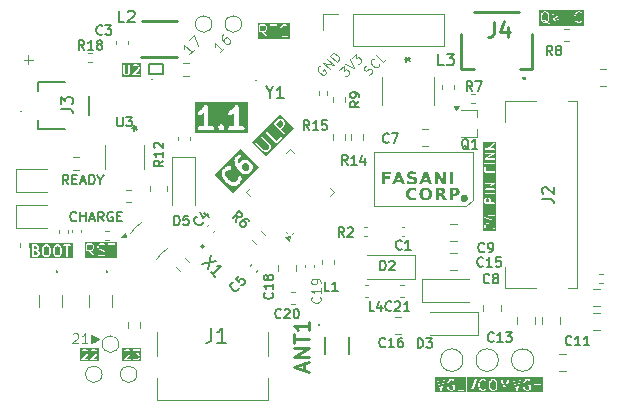
<source format=gbr>
%TF.GenerationSoftware,KiCad,Pcbnew,7.0.11-7.0.11~ubuntu22.04.1*%
%TF.CreationDate,2024-11-26T11:44:11+01:00*%
%TF.ProjectId,H-C6-ulp,482d4336-2d75-46c7-902e-6b696361645f,rev?*%
%TF.SameCoordinates,Original*%
%TF.FileFunction,Legend,Top*%
%TF.FilePolarity,Positive*%
%FSLAX46Y46*%
G04 Gerber Fmt 4.6, Leading zero omitted, Abs format (unit mm)*
G04 Created by KiCad (PCBNEW 7.0.11-7.0.11~ubuntu22.04.1) date 2024-11-26 11:44:11*
%MOMM*%
%LPD*%
G01*
G04 APERTURE LIST*
%ADD10C,0.000000*%
%ADD11C,0.034395*%
%ADD12C,0.100000*%
%ADD13C,0.120000*%
%ADD14C,0.112500*%
%ADD15C,0.300000*%
%ADD16C,0.150000*%
%ADD17C,0.160000*%
%ADD18C,0.360000*%
%ADD19C,0.140000*%
%ADD20C,0.254000*%
%ADD21C,0.250000*%
%ADD22C,0.200000*%
%ADD23C,0.152400*%
G04 APERTURE END LIST*
D10*
G36*
X151265200Y-63118652D02*
G01*
X151291579Y-63119596D01*
X151316917Y-63121168D01*
X151341214Y-63123370D01*
X151364469Y-63126201D01*
X151386683Y-63129661D01*
X151407856Y-63133750D01*
X151427987Y-63138468D01*
X151437660Y-63141058D01*
X151447067Y-63143794D01*
X151456208Y-63146676D01*
X151465083Y-63149705D01*
X151473693Y-63152880D01*
X151482036Y-63156202D01*
X151490114Y-63159670D01*
X151497927Y-63163284D01*
X151505473Y-63167045D01*
X151512754Y-63170953D01*
X151519769Y-63175007D01*
X151526518Y-63179207D01*
X151533002Y-63183554D01*
X151539220Y-63188047D01*
X151545172Y-63192687D01*
X151550858Y-63197473D01*
X151556311Y-63202379D01*
X151561564Y-63207377D01*
X151566616Y-63212467D01*
X151571467Y-63217649D01*
X151576117Y-63222924D01*
X151580567Y-63228290D01*
X151584816Y-63233749D01*
X151588865Y-63239299D01*
X151592713Y-63244942D01*
X151596360Y-63250677D01*
X151599807Y-63256505D01*
X151603052Y-63262424D01*
X151606098Y-63268436D01*
X151608942Y-63274539D01*
X151611586Y-63280735D01*
X151614029Y-63287023D01*
X151616383Y-63293338D01*
X151618585Y-63299790D01*
X151620635Y-63306376D01*
X151622533Y-63313098D01*
X151624279Y-63319956D01*
X151625874Y-63326950D01*
X151627316Y-63334079D01*
X151628607Y-63341343D01*
X151629746Y-63348743D01*
X151630733Y-63356279D01*
X151631569Y-63363950D01*
X151632252Y-63371757D01*
X151632783Y-63379699D01*
X151633163Y-63387777D01*
X151633391Y-63395990D01*
X151633467Y-63404340D01*
X151633467Y-63404344D01*
X151632689Y-63429218D01*
X151630354Y-63452991D01*
X151626463Y-63475663D01*
X151621015Y-63497234D01*
X151617707Y-63507607D01*
X151614011Y-63517704D01*
X151609925Y-63527526D01*
X151605450Y-63537073D01*
X151600586Y-63546345D01*
X151595333Y-63555341D01*
X151589690Y-63564063D01*
X151583659Y-63572509D01*
X151577238Y-63580680D01*
X151570429Y-63588575D01*
X151563230Y-63596196D01*
X151555642Y-63603541D01*
X151547665Y-63610611D01*
X151539299Y-63617405D01*
X151530544Y-63623925D01*
X151521399Y-63630169D01*
X151501943Y-63641832D01*
X151480930Y-63652394D01*
X151458361Y-63661855D01*
X151434235Y-63670215D01*
X151441714Y-63672083D01*
X151449052Y-63674217D01*
X151456248Y-63676617D01*
X151463304Y-63679283D01*
X151470219Y-63682214D01*
X151476993Y-63685411D01*
X151483625Y-63688874D01*
X151490117Y-63692602D01*
X151496468Y-63696597D01*
X151502677Y-63700857D01*
X151508746Y-63705383D01*
X151514674Y-63710174D01*
X151520461Y-63715231D01*
X151526106Y-63720554D01*
X151531611Y-63726143D01*
X151536975Y-63731998D01*
X151542344Y-63738112D01*
X151547691Y-63744482D01*
X151553017Y-63751107D01*
X151558321Y-63757986D01*
X151563603Y-63765120D01*
X151568864Y-63772510D01*
X151574103Y-63780154D01*
X151579320Y-63788053D01*
X151584516Y-63796207D01*
X151589689Y-63804616D01*
X151599972Y-63822198D01*
X151610168Y-63840801D01*
X151620277Y-63860423D01*
X151765362Y-64154759D01*
X151480745Y-64154759D01*
X151354404Y-63897215D01*
X151349962Y-63888270D01*
X151345488Y-63879655D01*
X151340981Y-63871371D01*
X151336441Y-63863418D01*
X151331870Y-63855795D01*
X151327265Y-63848504D01*
X151322628Y-63841543D01*
X151317959Y-63834912D01*
X151313257Y-63828613D01*
X151308522Y-63822645D01*
X151303755Y-63817007D01*
X151298955Y-63811700D01*
X151294123Y-63806724D01*
X151289258Y-63802078D01*
X151284361Y-63797764D01*
X151279431Y-63793780D01*
X151274458Y-63789998D01*
X151269257Y-63786459D01*
X151263828Y-63783164D01*
X151258172Y-63780114D01*
X151252287Y-63777307D01*
X151246175Y-63774745D01*
X151239835Y-63772426D01*
X151233268Y-63770352D01*
X151226472Y-63768521D01*
X151219449Y-63766935D01*
X151212198Y-63765593D01*
X151204719Y-63764494D01*
X151197013Y-63763640D01*
X151189078Y-63763030D01*
X151180916Y-63762664D01*
X151172526Y-63762542D01*
X151096860Y-63762542D01*
X151096860Y-64154759D01*
X150829598Y-64154759D01*
X150829598Y-63312017D01*
X151096861Y-63312017D01*
X151096861Y-63577888D01*
X151209319Y-63577888D01*
X151219962Y-63577761D01*
X151230199Y-63577379D01*
X151240028Y-63576741D01*
X151249451Y-63575849D01*
X151258468Y-63574702D01*
X151267077Y-63573301D01*
X151275280Y-63571644D01*
X151283076Y-63569732D01*
X151290465Y-63567566D01*
X151297448Y-63565144D01*
X151304024Y-63562468D01*
X151310193Y-63559536D01*
X151315955Y-63556350D01*
X151321311Y-63552909D01*
X151326260Y-63549213D01*
X151330802Y-63545261D01*
X151335089Y-63541042D01*
X151339099Y-63536540D01*
X151342833Y-63531757D01*
X151346291Y-63526691D01*
X151349472Y-63521344D01*
X151352376Y-63515715D01*
X151355003Y-63509803D01*
X151357354Y-63503610D01*
X151359429Y-63497135D01*
X151361227Y-63490377D01*
X151362748Y-63483338D01*
X151363993Y-63476016D01*
X151364961Y-63468413D01*
X151365652Y-63460527D01*
X151366067Y-63452359D01*
X151366205Y-63443913D01*
X151366056Y-63434972D01*
X151365608Y-63426373D01*
X151364862Y-63418116D01*
X151363818Y-63410200D01*
X151362476Y-63402627D01*
X151360836Y-63395394D01*
X151358897Y-63388504D01*
X151356660Y-63381955D01*
X151354124Y-63375748D01*
X151351291Y-63369883D01*
X151348159Y-63364359D01*
X151344728Y-63359177D01*
X151341000Y-63354337D01*
X151336973Y-63349839D01*
X151332648Y-63345682D01*
X151328025Y-63341867D01*
X151323087Y-63338252D01*
X151317818Y-63334871D01*
X151312218Y-63331722D01*
X151306288Y-63328807D01*
X151300027Y-63326126D01*
X151293435Y-63323677D01*
X151286512Y-63321462D01*
X151279258Y-63319479D01*
X151271674Y-63317730D01*
X151263758Y-63316214D01*
X151255512Y-63314932D01*
X151246935Y-63313882D01*
X151238027Y-63313066D01*
X151228789Y-63312483D01*
X151219219Y-63312133D01*
X151209319Y-63312017D01*
X151096861Y-63312017D01*
X150829598Y-63312017D01*
X150829598Y-63118338D01*
X151237780Y-63118338D01*
X151265200Y-63118652D01*
G37*
D11*
X145602952Y-64676953D02*
X153440753Y-64676953D01*
D10*
G36*
X152312722Y-62803526D02*
G01*
X152038470Y-62803526D01*
X152038470Y-61740000D01*
X152312722Y-61740000D01*
X152312722Y-62803526D01*
G37*
G36*
X148251611Y-62803526D02*
G01*
X147975934Y-62803526D01*
X147908974Y-62609768D01*
X147480144Y-62609768D01*
X147412471Y-62803526D01*
X147136794Y-62803526D01*
X147281648Y-62412447D01*
X147548529Y-62412447D01*
X147839877Y-62412447D01*
X147694559Y-61989316D01*
X147548529Y-62412447D01*
X147281648Y-62412447D01*
X147530720Y-61740000D01*
X147857685Y-61740000D01*
X148251611Y-62803526D01*
G37*
D11*
X153974952Y-60084008D02*
X145602952Y-60084008D01*
X153974952Y-64136446D02*
X153974952Y-60084008D01*
D10*
G36*
X152487364Y-63118673D02*
G01*
X152510416Y-63119665D01*
X152532811Y-63121319D01*
X152554551Y-63123635D01*
X152575634Y-63126613D01*
X152596061Y-63130252D01*
X152615832Y-63134552D01*
X152634946Y-63139515D01*
X152653404Y-63145139D01*
X152671206Y-63151424D01*
X152688352Y-63158372D01*
X152704842Y-63165980D01*
X152720675Y-63174251D01*
X152735853Y-63183183D01*
X152750374Y-63192776D01*
X152764238Y-63203032D01*
X152777436Y-63213946D01*
X152789782Y-63225516D01*
X152801277Y-63237743D01*
X152811920Y-63250626D01*
X152821712Y-63264165D01*
X152830653Y-63278360D01*
X152838741Y-63293212D01*
X152845979Y-63308720D01*
X152852365Y-63324884D01*
X152857899Y-63341705D01*
X152862582Y-63359182D01*
X152866414Y-63377315D01*
X152869394Y-63396104D01*
X152871523Y-63415550D01*
X152872800Y-63435652D01*
X152873226Y-63456410D01*
X152872800Y-63477170D01*
X152871523Y-63497280D01*
X152869394Y-63516738D01*
X152866414Y-63535546D01*
X152862582Y-63553704D01*
X152857899Y-63571210D01*
X152852365Y-63588066D01*
X152845979Y-63604270D01*
X152838741Y-63619824D01*
X152830653Y-63634728D01*
X152821712Y-63648981D01*
X152811920Y-63662582D01*
X152801277Y-63675534D01*
X152789782Y-63687834D01*
X152777436Y-63699484D01*
X152764238Y-63710483D01*
X152750292Y-63720738D01*
X152735701Y-63730332D01*
X152720464Y-63739264D01*
X152704582Y-63747534D01*
X152688054Y-63755143D01*
X152670881Y-63762090D01*
X152653063Y-63768376D01*
X152634599Y-63774000D01*
X152615490Y-63778962D01*
X152595735Y-63783263D01*
X152575335Y-63786902D01*
X152554290Y-63789879D01*
X152532600Y-63792195D01*
X152510264Y-63793849D01*
X152487282Y-63794842D01*
X152463655Y-63795173D01*
X152287332Y-63795173D01*
X152287332Y-64154763D01*
X152020070Y-64154763D01*
X152020070Y-63312017D01*
X152287332Y-63312017D01*
X152287332Y-63601494D01*
X152435194Y-63601494D01*
X152444690Y-63601350D01*
X152453915Y-63600919D01*
X152462869Y-63600200D01*
X152471552Y-63599194D01*
X152479964Y-63597901D01*
X152488104Y-63596320D01*
X152495973Y-63594452D01*
X152503571Y-63592296D01*
X152510898Y-63589853D01*
X152517954Y-63587122D01*
X152524739Y-63584104D01*
X152531252Y-63580798D01*
X152537494Y-63577205D01*
X152543465Y-63573325D01*
X152549165Y-63569157D01*
X152554594Y-63564701D01*
X152559806Y-63559885D01*
X152564682Y-63554809D01*
X152569221Y-63549473D01*
X152573424Y-63543876D01*
X152577291Y-63538019D01*
X152580821Y-63531901D01*
X152584016Y-63525524D01*
X152586874Y-63518885D01*
X152589396Y-63511987D01*
X152591581Y-63504828D01*
X152593431Y-63497409D01*
X152594944Y-63489730D01*
X152596121Y-63481791D01*
X152596961Y-63473591D01*
X152597466Y-63465131D01*
X152597634Y-63456410D01*
X152597466Y-63447692D01*
X152596961Y-63439239D01*
X152596121Y-63431053D01*
X152594944Y-63423132D01*
X152593431Y-63415477D01*
X152591581Y-63408087D01*
X152589396Y-63400964D01*
X152586874Y-63394106D01*
X152584016Y-63387514D01*
X152580821Y-63381188D01*
X152577291Y-63375127D01*
X152573424Y-63369332D01*
X152569221Y-63363803D01*
X152564682Y-63358539D01*
X152559806Y-63353542D01*
X152554594Y-63348809D01*
X152549165Y-63344354D01*
X152543465Y-63340186D01*
X152537494Y-63336305D01*
X152531252Y-63332712D01*
X152524739Y-63329407D01*
X152517954Y-63326388D01*
X152510898Y-63323658D01*
X152503571Y-63321214D01*
X152495973Y-63319059D01*
X152488104Y-63317190D01*
X152479964Y-63315610D01*
X152471552Y-63314316D01*
X152462869Y-63313310D01*
X152453915Y-63312592D01*
X152444690Y-63312161D01*
X152435194Y-63312017D01*
X152287332Y-63312017D01*
X152020070Y-63312017D01*
X152020070Y-63118342D01*
X152463655Y-63118342D01*
X152487364Y-63118673D01*
G37*
G36*
X148866664Y-61721590D02*
G01*
X148911697Y-61724061D01*
X148957309Y-61728180D01*
X149003500Y-61733945D01*
X149050270Y-61741358D01*
X149097618Y-61750418D01*
X149145545Y-61761125D01*
X149194052Y-61773480D01*
X149194052Y-61998580D01*
X149172066Y-61989005D01*
X149150276Y-61980048D01*
X149128680Y-61971709D01*
X149107279Y-61963987D01*
X149086073Y-61956883D01*
X149065062Y-61950397D01*
X149044245Y-61944529D01*
X149023623Y-61939278D01*
X149003196Y-61934646D01*
X148982964Y-61930630D01*
X148962927Y-61927233D01*
X148943084Y-61924453D01*
X148923436Y-61922292D01*
X148903983Y-61920747D01*
X148884725Y-61919821D01*
X148865662Y-61919512D01*
X148840596Y-61919968D01*
X148828765Y-61920539D01*
X148817401Y-61921337D01*
X148806504Y-61922364D01*
X148796075Y-61923619D01*
X148786113Y-61925102D01*
X148776619Y-61926814D01*
X148767592Y-61928753D01*
X148759033Y-61930921D01*
X148750941Y-61933317D01*
X148743317Y-61935941D01*
X148736160Y-61938793D01*
X148729471Y-61941874D01*
X148723249Y-61945182D01*
X148717495Y-61948719D01*
X148712146Y-61952378D01*
X148707143Y-61956232D01*
X148704771Y-61958232D01*
X148702485Y-61960281D01*
X148700286Y-61962378D01*
X148698172Y-61964524D01*
X148696145Y-61966719D01*
X148694204Y-61968962D01*
X148692350Y-61971254D01*
X148690581Y-61973595D01*
X148688899Y-61975985D01*
X148687303Y-61978423D01*
X148685794Y-61980910D01*
X148684371Y-61983446D01*
X148683034Y-61986030D01*
X148681783Y-61988663D01*
X148680618Y-61991345D01*
X148679540Y-61994075D01*
X148678548Y-61996855D01*
X148677642Y-61999682D01*
X148676823Y-62002559D01*
X148676090Y-62005484D01*
X148675443Y-62008458D01*
X148674882Y-62011481D01*
X148674019Y-62017672D01*
X148673502Y-62024058D01*
X148673329Y-62030640D01*
X148673463Y-62036166D01*
X148673864Y-62041525D01*
X148674531Y-62046717D01*
X148675466Y-62051742D01*
X148676668Y-62056601D01*
X148678138Y-62061292D01*
X148679874Y-62065816D01*
X148681877Y-62070174D01*
X148684148Y-62074365D01*
X148686686Y-62078388D01*
X148689491Y-62082245D01*
X148692563Y-62085935D01*
X148695902Y-62089457D01*
X148699508Y-62092813D01*
X148703381Y-62096002D01*
X148707522Y-62099024D01*
X148711968Y-62101848D01*
X148716760Y-62104623D01*
X148721897Y-62107347D01*
X148727378Y-62110021D01*
X148733205Y-62112645D01*
X148739377Y-62115219D01*
X148745894Y-62117742D01*
X148752756Y-62120216D01*
X148759963Y-62122639D01*
X148767514Y-62125013D01*
X148775411Y-62127336D01*
X148783653Y-62129609D01*
X148792240Y-62131832D01*
X148801173Y-62134005D01*
X148810450Y-62136128D01*
X148820072Y-62138201D01*
X148936896Y-62161707D01*
X148957901Y-62166128D01*
X148978178Y-62170845D01*
X148997726Y-62175857D01*
X149016544Y-62181163D01*
X149034634Y-62186765D01*
X149051995Y-62192661D01*
X149068626Y-62198852D01*
X149084529Y-62205338D01*
X149099702Y-62212119D01*
X149114146Y-62219195D01*
X149127862Y-62226566D01*
X149140848Y-62234232D01*
X149153105Y-62242193D01*
X149164634Y-62250448D01*
X149175433Y-62258998D01*
X149185503Y-62267844D01*
X149194992Y-62277007D01*
X149203868Y-62286688D01*
X149212133Y-62296887D01*
X149219785Y-62307602D01*
X149226825Y-62318836D01*
X149233253Y-62330587D01*
X149239068Y-62342855D01*
X149244272Y-62355641D01*
X149248863Y-62368944D01*
X149252842Y-62382765D01*
X149256209Y-62397104D01*
X149258964Y-62411960D01*
X149261106Y-62427333D01*
X149262637Y-62443224D01*
X149263555Y-62459632D01*
X149263861Y-62476558D01*
X149263438Y-62498964D01*
X149262169Y-62520590D01*
X149260054Y-62541437D01*
X149257094Y-62561506D01*
X149253287Y-62580795D01*
X149248635Y-62599304D01*
X149243136Y-62617035D01*
X149236792Y-62633987D01*
X149229602Y-62650159D01*
X149221566Y-62665552D01*
X149212684Y-62680166D01*
X149202956Y-62694001D01*
X149192382Y-62707057D01*
X149180962Y-62719334D01*
X149168696Y-62730831D01*
X149155585Y-62741549D01*
X149141666Y-62751555D01*
X149126980Y-62760915D01*
X149111525Y-62769630D01*
X149095303Y-62777700D01*
X149078312Y-62785123D01*
X149060554Y-62791902D01*
X149042027Y-62798034D01*
X149022733Y-62803522D01*
X149002670Y-62808363D01*
X148981840Y-62812559D01*
X148960242Y-62816110D01*
X148937875Y-62819015D01*
X148914741Y-62821275D01*
X148890838Y-62822888D01*
X148866168Y-62823857D01*
X148840729Y-62824180D01*
X148815516Y-62823882D01*
X148790276Y-62822989D01*
X148765007Y-62821500D01*
X148739710Y-62819416D01*
X148714386Y-62816736D01*
X148689034Y-62813461D01*
X148663654Y-62809591D01*
X148638246Y-62805125D01*
X148612810Y-62800063D01*
X148587347Y-62794407D01*
X148561855Y-62788154D01*
X148536336Y-62781306D01*
X148510789Y-62773863D01*
X148485215Y-62765824D01*
X148459612Y-62757190D01*
X148433982Y-62747960D01*
X148433982Y-62516449D01*
X148459676Y-62529648D01*
X148485114Y-62541994D01*
X148510297Y-62553489D01*
X148535223Y-62564133D01*
X148559894Y-62573925D01*
X148584308Y-62582865D01*
X148608467Y-62590954D01*
X148632369Y-62598192D01*
X148656016Y-62604578D01*
X148679406Y-62610112D01*
X148702540Y-62614796D01*
X148725419Y-62618627D01*
X148748041Y-62621607D01*
X148770408Y-62623736D01*
X148792518Y-62625013D01*
X148814372Y-62625439D01*
X148828163Y-62625272D01*
X148841397Y-62624771D01*
X148854074Y-62623936D01*
X148866195Y-62622767D01*
X148877759Y-62621264D01*
X148888767Y-62619427D01*
X148899219Y-62617256D01*
X148909114Y-62614751D01*
X148913930Y-62613298D01*
X148918586Y-62611789D01*
X148923080Y-62610225D01*
X148927412Y-62608605D01*
X148931583Y-62606930D01*
X148935593Y-62605199D01*
X148939441Y-62603412D01*
X148943128Y-62601570D01*
X148946654Y-62599672D01*
X148950018Y-62597719D01*
X148953221Y-62595710D01*
X148956262Y-62593646D01*
X148959142Y-62591526D01*
X148961860Y-62589351D01*
X148964418Y-62587120D01*
X148966813Y-62584834D01*
X148969084Y-62582435D01*
X148971266Y-62580048D01*
X148973358Y-62577671D01*
X148975362Y-62575306D01*
X148977276Y-62572952D01*
X148979101Y-62570609D01*
X148980838Y-62568277D01*
X148982485Y-62565957D01*
X148984043Y-62563647D01*
X148985512Y-62561349D01*
X148986893Y-62559061D01*
X148988184Y-62556785D01*
X148989386Y-62554520D01*
X148990499Y-62552266D01*
X148991523Y-62550023D01*
X148992458Y-62547791D01*
X148993321Y-62545556D01*
X148994128Y-62543305D01*
X148994879Y-62541037D01*
X148995575Y-62538752D01*
X148996215Y-62536451D01*
X148996799Y-62534133D01*
X148997328Y-62531799D01*
X148997801Y-62529447D01*
X148998218Y-62527079D01*
X148998580Y-62524695D01*
X148998886Y-62522294D01*
X148999137Y-62519876D01*
X148999331Y-62517442D01*
X148999470Y-62514990D01*
X148999554Y-62512523D01*
X148999582Y-62510038D01*
X148999437Y-62503466D01*
X148999003Y-62497106D01*
X148998280Y-62490956D01*
X148997267Y-62485019D01*
X148995964Y-62479292D01*
X148994373Y-62473777D01*
X148992492Y-62468473D01*
X148990321Y-62463381D01*
X148987862Y-62458500D01*
X148985112Y-62453831D01*
X148982074Y-62449373D01*
X148978746Y-62445127D01*
X148975128Y-62441092D01*
X148971221Y-62437268D01*
X148967025Y-62433657D01*
X148962540Y-62430256D01*
X148957795Y-62426989D01*
X148952645Y-62423778D01*
X148947088Y-62420623D01*
X148941125Y-62417523D01*
X148934755Y-62414479D01*
X148927980Y-62411491D01*
X148920798Y-62408558D01*
X148913210Y-62405681D01*
X148905216Y-62402860D01*
X148896815Y-62400094D01*
X148888008Y-62397384D01*
X148878795Y-62394730D01*
X148869176Y-62392131D01*
X148859150Y-62389588D01*
X148848718Y-62387100D01*
X148837880Y-62384668D01*
X148731741Y-62361162D01*
X148713064Y-62356827D01*
X148694966Y-62352191D01*
X148677447Y-62347255D01*
X148660506Y-62342018D01*
X148644145Y-62336481D01*
X148628362Y-62330643D01*
X148613158Y-62324504D01*
X148598532Y-62318065D01*
X148584486Y-62311326D01*
X148571018Y-62304286D01*
X148558129Y-62296946D01*
X148545819Y-62289305D01*
X148534088Y-62281363D01*
X148522935Y-62273121D01*
X148512361Y-62264578D01*
X148502366Y-62255735D01*
X148492964Y-62246503D01*
X148484168Y-62236791D01*
X148475979Y-62226602D01*
X148468396Y-62215933D01*
X148461420Y-62204786D01*
X148455051Y-62193161D01*
X148449288Y-62181056D01*
X148444132Y-62168473D01*
X148439583Y-62155412D01*
X148435640Y-62141872D01*
X148432303Y-62127853D01*
X148429574Y-62113356D01*
X148427451Y-62098379D01*
X148425934Y-62082925D01*
X148425024Y-62066991D01*
X148424721Y-62050579D01*
X148425133Y-62030330D01*
X148426368Y-62010722D01*
X148428427Y-61991753D01*
X148431310Y-61973424D01*
X148435016Y-61955735D01*
X148439547Y-61938686D01*
X148444900Y-61922277D01*
X148451078Y-61906508D01*
X148458079Y-61891379D01*
X148465903Y-61876890D01*
X148474551Y-61863041D01*
X148484023Y-61849832D01*
X148494319Y-61837264D01*
X148505438Y-61825335D01*
X148517381Y-61814046D01*
X148530148Y-61803397D01*
X148543643Y-61793392D01*
X148557773Y-61784031D01*
X148572537Y-61775316D01*
X148587936Y-61767247D01*
X148603970Y-61759823D01*
X148620637Y-61753045D01*
X148637939Y-61746912D01*
X148655876Y-61741425D01*
X148674447Y-61736583D01*
X148693653Y-61732387D01*
X148713492Y-61728836D01*
X148733967Y-61725931D01*
X148755075Y-61723672D01*
X148776819Y-61722058D01*
X148799196Y-61721090D01*
X148822208Y-61720767D01*
X148822209Y-61720767D01*
X148866664Y-61721590D01*
G37*
D11*
X145602952Y-60084008D02*
X145602952Y-64676953D01*
D10*
G36*
X150029532Y-63100154D02*
G01*
X150059501Y-63101813D01*
X150088624Y-63104579D01*
X150116901Y-63108451D01*
X150144333Y-63113430D01*
X150170918Y-63119514D01*
X150196657Y-63126706D01*
X150221550Y-63135003D01*
X150245597Y-63144407D01*
X150268798Y-63154917D01*
X150291153Y-63166534D01*
X150312662Y-63179257D01*
X150333325Y-63193086D01*
X150353142Y-63208022D01*
X150372113Y-63224064D01*
X150390238Y-63241213D01*
X150407386Y-63259356D01*
X150423429Y-63278384D01*
X150438364Y-63298296D01*
X150452194Y-63319092D01*
X150464917Y-63340771D01*
X150476534Y-63363335D01*
X150487044Y-63386783D01*
X150496448Y-63411115D01*
X150504746Y-63436330D01*
X150511937Y-63462430D01*
X150518022Y-63489414D01*
X150523001Y-63517281D01*
X150526873Y-63546033D01*
X150529639Y-63575669D01*
X150531299Y-63606188D01*
X150531852Y-63637592D01*
X150531296Y-63668912D01*
X150529628Y-63699353D01*
X150526849Y-63728916D01*
X150522958Y-63757600D01*
X150517955Y-63785405D01*
X150511840Y-63812332D01*
X150504613Y-63838380D01*
X150496275Y-63863550D01*
X150486825Y-63887841D01*
X150476263Y-63911253D01*
X150464589Y-63933787D01*
X150451803Y-63955442D01*
X150437906Y-63976219D01*
X150422897Y-63996117D01*
X150406776Y-64015136D01*
X150389543Y-64033277D01*
X150371421Y-64050426D01*
X150352459Y-64066468D01*
X150332655Y-64081404D01*
X150312011Y-64095233D01*
X150290527Y-64107956D01*
X150268202Y-64119573D01*
X150245036Y-64130083D01*
X150221030Y-64139487D01*
X150196183Y-64147784D01*
X150170495Y-64154976D01*
X150143967Y-64161060D01*
X150116598Y-64166039D01*
X150088388Y-64169911D01*
X150059338Y-64172677D01*
X150029448Y-64174336D01*
X149998716Y-64174889D01*
X149967982Y-64174336D01*
X149938083Y-64172677D01*
X149909020Y-64169911D01*
X149880791Y-64166039D01*
X149853398Y-64161060D01*
X149826840Y-64154976D01*
X149801117Y-64147784D01*
X149776229Y-64139487D01*
X149752177Y-64130083D01*
X149728960Y-64119573D01*
X149706577Y-64107956D01*
X149685031Y-64095233D01*
X149664319Y-64081404D01*
X149644442Y-64066468D01*
X149625401Y-64050426D01*
X149607195Y-64033277D01*
X149590046Y-64015136D01*
X149574004Y-63996117D01*
X149559068Y-63976219D01*
X149545239Y-63955442D01*
X149532515Y-63933787D01*
X149520899Y-63911253D01*
X149510388Y-63887841D01*
X149500984Y-63863550D01*
X149492686Y-63838380D01*
X149485495Y-63812332D01*
X149479410Y-63785405D01*
X149474431Y-63757600D01*
X149470559Y-63728916D01*
X149467793Y-63699353D01*
X149466134Y-63668912D01*
X149465581Y-63637592D01*
X149465581Y-63637588D01*
X149741868Y-63637588D01*
X149742117Y-63656868D01*
X149742866Y-63675660D01*
X149744113Y-63693964D01*
X149745859Y-63711780D01*
X149748105Y-63729107D01*
X149750849Y-63745947D01*
X149754092Y-63762298D01*
X149757834Y-63778161D01*
X149762075Y-63793537D01*
X149766815Y-63808423D01*
X149772054Y-63822822D01*
X149777792Y-63836733D01*
X149784029Y-63850156D01*
X149790765Y-63863090D01*
X149797999Y-63875537D01*
X149805733Y-63887495D01*
X149814053Y-63898844D01*
X149822871Y-63909460D01*
X149827467Y-63914493D01*
X149832188Y-63919344D01*
X149837034Y-63924011D01*
X149842004Y-63928496D01*
X149847100Y-63932797D01*
X149852320Y-63936915D01*
X149857664Y-63940851D01*
X149863134Y-63944603D01*
X149868728Y-63948172D01*
X149874447Y-63951558D01*
X149880290Y-63954762D01*
X149886259Y-63957782D01*
X149892352Y-63960619D01*
X149898570Y-63963273D01*
X149904912Y-63965744D01*
X149911380Y-63968032D01*
X149924689Y-63972059D01*
X149938496Y-63975353D01*
X149952803Y-63977916D01*
X149967609Y-63979746D01*
X149982914Y-63980844D01*
X149998717Y-63981211D01*
X150006898Y-63981110D01*
X150014955Y-63980809D01*
X150022886Y-63980308D01*
X150030693Y-63979605D01*
X150038375Y-63978702D01*
X150045933Y-63977599D01*
X150053365Y-63976294D01*
X150060673Y-63974790D01*
X150067857Y-63973084D01*
X150074915Y-63971178D01*
X150081849Y-63969071D01*
X150088658Y-63966763D01*
X150095342Y-63964255D01*
X150101902Y-63961546D01*
X150108336Y-63958637D01*
X150114646Y-63955526D01*
X150120818Y-63952234D01*
X150126838Y-63948780D01*
X150132706Y-63945163D01*
X150138422Y-63941382D01*
X150143986Y-63937440D01*
X150149399Y-63933334D01*
X150154660Y-63929066D01*
X150159768Y-63924635D01*
X150164725Y-63920041D01*
X150169530Y-63915285D01*
X150174184Y-63910366D01*
X150178685Y-63905284D01*
X150183034Y-63900040D01*
X150187232Y-63894632D01*
X150191278Y-63889062D01*
X150195172Y-63883330D01*
X150198930Y-63877374D01*
X150202569Y-63871311D01*
X150206089Y-63865139D01*
X150209489Y-63858858D01*
X150212770Y-63852469D01*
X150215932Y-63845972D01*
X150218975Y-63839366D01*
X150221898Y-63832652D01*
X150224702Y-63825829D01*
X150227386Y-63818898D01*
X150229951Y-63811858D01*
X150232397Y-63804711D01*
X150234724Y-63797454D01*
X150236931Y-63790089D01*
X150239019Y-63782616D01*
X150240987Y-63775039D01*
X150244567Y-63759376D01*
X150247669Y-63743279D01*
X150250294Y-63726749D01*
X150252442Y-63709784D01*
X150254112Y-63692386D01*
X150255305Y-63674554D01*
X150256021Y-63656288D01*
X150256260Y-63637588D01*
X150256021Y-63618888D01*
X150255305Y-63600623D01*
X150254112Y-63582790D01*
X150252442Y-63565392D01*
X150250294Y-63548427D01*
X150247669Y-63531897D01*
X150244567Y-63515800D01*
X150240987Y-63500138D01*
X150236931Y-63484931D01*
X150232397Y-63470201D01*
X150227386Y-63455948D01*
X150224701Y-63449001D01*
X150221897Y-63442173D01*
X150218974Y-63435464D01*
X150215932Y-63428875D01*
X150212770Y-63422405D01*
X150209489Y-63416055D01*
X150206088Y-63409824D01*
X150202569Y-63403712D01*
X150198930Y-63397720D01*
X150195171Y-63391847D01*
X150191277Y-63386030D01*
X150187232Y-63380382D01*
X150183034Y-63374902D01*
X150178684Y-63369590D01*
X150174183Y-63364446D01*
X150169530Y-63359470D01*
X150164725Y-63354663D01*
X150159768Y-63350023D01*
X150154659Y-63345551D01*
X150149398Y-63341248D01*
X150143986Y-63337112D01*
X150138422Y-63333145D01*
X150132705Y-63329346D01*
X150126837Y-63325714D01*
X150120817Y-63322251D01*
X150114646Y-63318956D01*
X150108336Y-63315845D01*
X150101901Y-63312936D01*
X150095342Y-63310227D01*
X150088657Y-63307719D01*
X150081848Y-63305411D01*
X150074915Y-63303304D01*
X150067856Y-63301398D01*
X150060673Y-63299692D01*
X150053365Y-63298188D01*
X150045932Y-63296883D01*
X150038375Y-63295780D01*
X150030693Y-63294877D01*
X150022886Y-63294174D01*
X150014954Y-63293673D01*
X150006898Y-63293372D01*
X149998717Y-63293271D01*
X149987979Y-63293450D01*
X149977457Y-63293987D01*
X149967153Y-63294882D01*
X149957065Y-63296135D01*
X149947195Y-63297746D01*
X149937541Y-63299715D01*
X149928105Y-63302042D01*
X149918885Y-63304726D01*
X149909882Y-63307769D01*
X149901097Y-63311170D01*
X149892528Y-63314928D01*
X149884176Y-63319045D01*
X149876041Y-63323519D01*
X149868123Y-63328351D01*
X149860422Y-63333542D01*
X149852937Y-63339090D01*
X149845773Y-63344849D01*
X149838858Y-63350847D01*
X149832193Y-63357084D01*
X149825777Y-63363559D01*
X149819611Y-63370273D01*
X149813694Y-63377226D01*
X149808027Y-63384417D01*
X149802609Y-63391847D01*
X149797440Y-63399516D01*
X149792522Y-63407423D01*
X149787852Y-63415569D01*
X149783432Y-63423953D01*
X149779261Y-63432576D01*
X149775340Y-63441438D01*
X149771669Y-63450539D01*
X149768247Y-63459878D01*
X149765052Y-63469439D01*
X149762064Y-63479206D01*
X149759282Y-63489180D01*
X149756706Y-63499360D01*
X149754336Y-63509745D01*
X149752172Y-63520337D01*
X149750214Y-63531135D01*
X149748463Y-63542139D01*
X149746917Y-63553349D01*
X149745577Y-63564765D01*
X149744444Y-63576387D01*
X149743516Y-63588216D01*
X149742280Y-63612490D01*
X149741868Y-63637588D01*
X149465581Y-63637588D01*
X149466134Y-63606272D01*
X149467793Y-63575831D01*
X149470559Y-63546268D01*
X149474431Y-63517584D01*
X149479410Y-63489779D01*
X149485495Y-63462852D01*
X149492686Y-63436804D01*
X149500984Y-63411634D01*
X149510388Y-63387343D01*
X149520899Y-63363931D01*
X149532515Y-63341397D01*
X149545239Y-63319742D01*
X149559068Y-63298966D01*
X149574004Y-63279068D01*
X149590046Y-63260048D01*
X149607195Y-63241907D01*
X149625401Y-63224675D01*
X149644442Y-63208554D01*
X149664319Y-63193545D01*
X149685031Y-63179648D01*
X149706577Y-63166863D01*
X149728960Y-63155190D01*
X149752177Y-63144628D01*
X149776229Y-63135178D01*
X149801117Y-63126839D01*
X149826840Y-63119613D01*
X149853398Y-63113498D01*
X149880791Y-63108495D01*
X149909020Y-63104604D01*
X149938083Y-63101824D01*
X149967982Y-63100156D01*
X149998716Y-63099600D01*
X150029532Y-63100154D01*
G37*
G36*
X153270298Y-63692496D02*
G01*
X153286009Y-63693721D01*
X153301492Y-63695739D01*
X153316726Y-63698529D01*
X153331694Y-63702072D01*
X153346374Y-63706348D01*
X153360749Y-63711336D01*
X153374797Y-63717017D01*
X153388501Y-63723371D01*
X153401840Y-63730378D01*
X153414796Y-63738018D01*
X153427347Y-63746271D01*
X153439476Y-63755118D01*
X153451163Y-63764537D01*
X153462388Y-63774510D01*
X153473132Y-63785016D01*
X153483376Y-63796035D01*
X153493099Y-63807548D01*
X153502283Y-63819535D01*
X153510909Y-63831975D01*
X153518955Y-63844848D01*
X153526404Y-63858136D01*
X153533236Y-63871817D01*
X153539432Y-63885872D01*
X153544971Y-63900281D01*
X153549835Y-63915024D01*
X153554004Y-63930081D01*
X153557458Y-63945432D01*
X153560179Y-63961057D01*
X153562146Y-63976936D01*
X153563341Y-63993050D01*
X153563743Y-64009378D01*
X153563341Y-64025706D01*
X153562146Y-64041820D01*
X153560179Y-64057700D01*
X153557458Y-64073325D01*
X153554004Y-64088676D01*
X153549835Y-64103733D01*
X153544972Y-64118476D01*
X153539432Y-64132885D01*
X153533237Y-64146940D01*
X153526405Y-64160621D01*
X153518956Y-64173908D01*
X153510909Y-64186782D01*
X153502284Y-64199222D01*
X153493100Y-64211208D01*
X153483377Y-64222721D01*
X153473133Y-64233741D01*
X153462389Y-64244247D01*
X153451164Y-64254219D01*
X153439478Y-64263639D01*
X153427349Y-64272485D01*
X153414797Y-64280738D01*
X153401842Y-64288378D01*
X153388502Y-64295385D01*
X153374799Y-64301739D01*
X153360750Y-64307421D01*
X153346376Y-64312409D01*
X153331695Y-64316685D01*
X153316728Y-64320228D01*
X153301494Y-64323018D01*
X153286011Y-64325036D01*
X153270300Y-64326261D01*
X153254381Y-64326674D01*
X153238461Y-64326261D01*
X153222750Y-64325036D01*
X153207267Y-64323018D01*
X153192033Y-64320228D01*
X153177065Y-64316685D01*
X153162385Y-64312409D01*
X153148010Y-64307421D01*
X153133962Y-64301739D01*
X153120258Y-64295385D01*
X153106919Y-64288378D01*
X153093963Y-64280738D01*
X153081412Y-64272485D01*
X153069282Y-64263639D01*
X153057596Y-64254219D01*
X153046371Y-64244247D01*
X153035626Y-64233741D01*
X153025383Y-64222721D01*
X153015660Y-64211208D01*
X153006476Y-64199222D01*
X152997850Y-64186782D01*
X152989804Y-64173908D01*
X152982354Y-64160621D01*
X152975522Y-64146940D01*
X152969327Y-64132885D01*
X152963788Y-64118476D01*
X152958924Y-64103733D01*
X152954755Y-64088676D01*
X152951301Y-64073325D01*
X152948580Y-64057700D01*
X152946613Y-64041820D01*
X152945418Y-64025706D01*
X152945016Y-64009378D01*
X152945418Y-63993050D01*
X152946613Y-63976936D01*
X152948580Y-63961057D01*
X152951301Y-63945432D01*
X152954755Y-63930081D01*
X152958924Y-63915024D01*
X152963788Y-63900281D01*
X152969327Y-63885872D01*
X152975522Y-63871817D01*
X152982354Y-63858136D01*
X152989803Y-63844848D01*
X152997850Y-63831975D01*
X153006475Y-63819535D01*
X153015659Y-63807548D01*
X153025382Y-63796035D01*
X153035626Y-63785016D01*
X153046370Y-63774510D01*
X153057595Y-63764537D01*
X153069281Y-63755118D01*
X153081411Y-63746271D01*
X153093962Y-63738018D01*
X153106918Y-63730378D01*
X153120257Y-63723371D01*
X153133960Y-63717017D01*
X153148009Y-63711336D01*
X153162383Y-63706348D01*
X153177064Y-63702072D01*
X153192031Y-63698529D01*
X153207265Y-63695739D01*
X153222748Y-63693721D01*
X153238459Y-63692496D01*
X153254379Y-63692083D01*
X153270298Y-63692496D01*
G37*
G36*
X151449352Y-62469441D02*
G01*
X151449352Y-61740000D01*
X151709357Y-61740000D01*
X151709357Y-62803526D01*
X151403049Y-62803526D01*
X151016247Y-62074085D01*
X151016247Y-62803526D01*
X150756242Y-62803526D01*
X150756242Y-61740000D01*
X151062550Y-61740000D01*
X151449352Y-62469441D01*
G37*
G36*
X150553925Y-62803526D02*
G01*
X150278249Y-62803526D01*
X150211288Y-62609768D01*
X149782458Y-62609768D01*
X149714786Y-62803526D01*
X149439109Y-62803526D01*
X149583963Y-62412447D01*
X149850843Y-62412447D01*
X150142191Y-62412447D01*
X149996873Y-61989316D01*
X149850843Y-62412447D01*
X149583963Y-62412447D01*
X149833034Y-61740000D01*
X150160000Y-61740000D01*
X150553925Y-62803526D01*
G37*
D11*
X153440753Y-64676953D02*
X153974952Y-64136446D01*
D10*
G36*
X147026370Y-61947291D02*
G01*
X146560498Y-61947291D01*
X146560498Y-62145322D01*
X146998589Y-62145322D01*
X146998589Y-62352612D01*
X146560498Y-62352612D01*
X146560498Y-62803526D01*
X146286246Y-62803526D01*
X146286246Y-61740000D01*
X147026370Y-61740000D01*
X147026370Y-61947291D01*
G37*
G36*
X148909502Y-63099901D02*
G01*
X148930737Y-63100804D01*
X148951782Y-63102309D01*
X148972638Y-63104416D01*
X148993303Y-63107125D01*
X149013779Y-63110436D01*
X149034065Y-63114349D01*
X149054161Y-63118864D01*
X149074068Y-63123981D01*
X149093784Y-63129700D01*
X149113311Y-63136021D01*
X149132648Y-63142944D01*
X149151795Y-63150469D01*
X149170752Y-63158597D01*
X149189520Y-63167326D01*
X149208097Y-63176657D01*
X149208097Y-63391160D01*
X149190010Y-63379307D01*
X149171848Y-63368219D01*
X149153609Y-63357896D01*
X149135294Y-63348337D01*
X149116904Y-63339543D01*
X149098437Y-63331514D01*
X149079895Y-63324249D01*
X149061277Y-63317750D01*
X149042583Y-63312014D01*
X149023812Y-63307044D01*
X149004966Y-63302838D01*
X148986044Y-63299397D01*
X148967047Y-63296720D01*
X148947973Y-63294809D01*
X148928823Y-63293662D01*
X148909597Y-63293279D01*
X148891630Y-63293643D01*
X148874172Y-63294733D01*
X148857224Y-63296550D01*
X148840786Y-63299093D01*
X148824858Y-63302364D01*
X148809439Y-63306361D01*
X148794531Y-63311085D01*
X148780132Y-63316535D01*
X148766243Y-63322712D01*
X148752863Y-63329616D01*
X148739994Y-63337247D01*
X148727634Y-63345604D01*
X148715784Y-63354688D01*
X148704444Y-63364499D01*
X148693613Y-63375036D01*
X148683293Y-63386300D01*
X148673542Y-63398102D01*
X148664419Y-63410424D01*
X148655927Y-63423266D01*
X148648063Y-63436630D01*
X148640828Y-63450513D01*
X148634222Y-63464918D01*
X148628246Y-63479843D01*
X148622899Y-63495289D01*
X148618180Y-63511255D01*
X148614091Y-63527742D01*
X148610631Y-63544749D01*
X148607800Y-63562277D01*
X148605598Y-63580326D01*
X148604025Y-63598896D01*
X148603082Y-63617985D01*
X148602767Y-63637596D01*
X148603082Y-63657207D01*
X148604025Y-63676297D01*
X148605598Y-63694866D01*
X148607800Y-63712915D01*
X148610631Y-63730443D01*
X148614091Y-63747450D01*
X148618180Y-63763937D01*
X148622899Y-63779904D01*
X148628246Y-63795349D01*
X148634222Y-63810274D01*
X148640828Y-63824679D01*
X148648063Y-63838563D01*
X148655927Y-63851926D01*
X148664419Y-63864768D01*
X148673542Y-63877090D01*
X148683293Y-63888892D01*
X148693613Y-63900072D01*
X148704444Y-63910531D01*
X148715784Y-63920269D01*
X148727634Y-63929285D01*
X148739994Y-63937580D01*
X148752863Y-63945154D01*
X148766243Y-63952006D01*
X148780132Y-63958137D01*
X148794531Y-63963547D01*
X148809439Y-63968235D01*
X148824858Y-63972202D01*
X148840786Y-63975448D01*
X148857224Y-63977973D01*
X148874172Y-63979776D01*
X148891630Y-63980858D01*
X148909597Y-63981219D01*
X148909596Y-63981211D01*
X148928985Y-63980828D01*
X148948275Y-63979681D01*
X148967469Y-63977769D01*
X148986564Y-63975093D01*
X149005562Y-63971652D01*
X149024462Y-63967446D01*
X149043265Y-63962476D01*
X149061970Y-63956740D01*
X149080578Y-63950240D01*
X149099088Y-63942976D01*
X149117500Y-63934947D01*
X149135814Y-63926153D01*
X149154031Y-63916594D01*
X149172151Y-63906271D01*
X149190173Y-63895182D01*
X149208097Y-63883330D01*
X149208097Y-64097833D01*
X149189519Y-64107164D01*
X149170752Y-64115893D01*
X149151794Y-64124021D01*
X149132647Y-64131546D01*
X149113310Y-64138469D01*
X149093784Y-64144790D01*
X149074067Y-64150509D01*
X149054161Y-64155626D01*
X149034065Y-64160141D01*
X149013779Y-64164054D01*
X148993303Y-64167365D01*
X148972637Y-64170074D01*
X148951782Y-64172181D01*
X148930737Y-64173686D01*
X148909502Y-64174588D01*
X148888077Y-64174889D01*
X148855965Y-64174328D01*
X148824711Y-64172644D01*
X148794313Y-64169838D01*
X148764772Y-64165909D01*
X148736088Y-64160857D01*
X148708261Y-64154683D01*
X148681291Y-64147386D01*
X148655177Y-64138966D01*
X148629921Y-64129424D01*
X148605521Y-64118759D01*
X148581979Y-64106972D01*
X148559293Y-64094062D01*
X148537464Y-64080029D01*
X148516492Y-64064873D01*
X148496377Y-64048595D01*
X148477118Y-64031194D01*
X148458877Y-64012736D01*
X148441813Y-63993460D01*
X148425925Y-63973364D01*
X148411214Y-63952449D01*
X148397680Y-63930715D01*
X148385323Y-63908162D01*
X148374143Y-63884790D01*
X148364140Y-63860600D01*
X148355313Y-63835590D01*
X148347664Y-63809761D01*
X148341191Y-63783114D01*
X148335895Y-63755647D01*
X148331776Y-63727362D01*
X148328834Y-63698258D01*
X148327068Y-63668334D01*
X148326480Y-63637592D01*
X148327066Y-63606850D01*
X148328823Y-63576927D01*
X148331751Y-63547822D01*
X148335852Y-63519537D01*
X148341123Y-63492070D01*
X148347566Y-63465423D01*
X148355180Y-63439594D01*
X148363966Y-63414585D01*
X148373923Y-63390394D01*
X148385052Y-63367022D01*
X148397352Y-63344469D01*
X148410824Y-63322735D01*
X148425467Y-63301821D01*
X148441281Y-63281725D01*
X148458267Y-63262448D01*
X148476425Y-63243990D01*
X148495685Y-63226505D01*
X148515809Y-63210149D01*
X148536794Y-63194920D01*
X148558642Y-63180820D01*
X148581352Y-63167848D01*
X148604925Y-63156003D01*
X148629360Y-63145287D01*
X148654657Y-63135698D01*
X148680816Y-63127238D01*
X148707838Y-63119906D01*
X148735722Y-63113701D01*
X148764469Y-63108625D01*
X148794077Y-63104677D01*
X148824548Y-63101857D01*
X148855882Y-63100164D01*
X148888077Y-63099600D01*
X148909502Y-63099901D01*
G37*
D12*
G36*
X155330134Y-64022445D02*
G01*
X155356754Y-64049066D01*
X155385942Y-64107441D01*
X155385942Y-64350400D01*
X155066895Y-64350400D01*
X155066895Y-64107441D01*
X155096082Y-64049065D01*
X155122703Y-64022445D01*
X155181079Y-63993257D01*
X155271758Y-63993257D01*
X155330134Y-64022445D01*
G37*
G36*
X155981181Y-66774211D02*
G01*
X154817080Y-66774211D01*
X154817080Y-66457544D01*
X154966895Y-66457544D01*
X154971348Y-66468296D01*
X154972174Y-66479905D01*
X155010269Y-66556095D01*
X155016484Y-66561485D01*
X155019634Y-66569089D01*
X155057729Y-66607185D01*
X155093084Y-66621829D01*
X155128440Y-66607186D01*
X155143084Y-66571831D01*
X155128441Y-66536475D01*
X155096082Y-66504115D01*
X155066895Y-66445741D01*
X155066895Y-66278870D01*
X155096083Y-66220493D01*
X155122704Y-66193873D01*
X155181079Y-66164687D01*
X155237353Y-66164687D01*
X155332743Y-66196483D01*
X155781540Y-66645280D01*
X155816895Y-66659925D01*
X155852250Y-66645280D01*
X155866895Y-66609925D01*
X155866895Y-66114687D01*
X155852250Y-66079332D01*
X155816895Y-66064687D01*
X155781540Y-66079332D01*
X155766895Y-66114687D01*
X155766895Y-66489215D01*
X155395107Y-66117427D01*
X155384355Y-66112973D01*
X155375563Y-66105348D01*
X155261277Y-66067253D01*
X155253068Y-66067836D01*
X155245466Y-66064687D01*
X155169276Y-66064687D01*
X155158525Y-66069140D01*
X155146916Y-66069965D01*
X155070725Y-66108061D01*
X155065333Y-66114277D01*
X155057729Y-66117427D01*
X155019635Y-66155522D01*
X155016485Y-66163124D01*
X155010269Y-66168516D01*
X154972174Y-66244708D01*
X154971349Y-66256315D01*
X154966895Y-66267068D01*
X154966895Y-66457544D01*
X154817080Y-66457544D01*
X154817080Y-65603637D01*
X154931366Y-65603637D01*
X154934079Y-65641808D01*
X154962989Y-65666882D01*
X155534416Y-65857359D01*
X155542624Y-65856775D01*
X155550228Y-65859925D01*
X155560980Y-65855470D01*
X155572588Y-65854646D01*
X155577979Y-65848429D01*
X155585583Y-65845280D01*
X155590036Y-65834527D01*
X155597662Y-65825736D01*
X155597078Y-65817528D01*
X155600228Y-65809925D01*
X155600228Y-65478972D01*
X155816895Y-65478972D01*
X155852250Y-65464327D01*
X155866895Y-65428972D01*
X155852250Y-65393617D01*
X155816895Y-65378972D01*
X155600228Y-65378972D01*
X155600228Y-65314686D01*
X155585583Y-65279331D01*
X155550228Y-65264686D01*
X155514873Y-65279331D01*
X155500228Y-65314686D01*
X155500228Y-65378972D01*
X155283561Y-65378972D01*
X155248206Y-65393617D01*
X155233561Y-65428972D01*
X155248206Y-65464327D01*
X155283561Y-65478972D01*
X155500228Y-65478972D01*
X155500228Y-65740553D01*
X154994611Y-65572014D01*
X154956440Y-65574727D01*
X154931366Y-65603637D01*
X154817080Y-65603637D01*
X154817080Y-64400400D01*
X154966895Y-64400400D01*
X154981540Y-64435755D01*
X155016895Y-64450400D01*
X155435942Y-64450400D01*
X155816895Y-64450400D01*
X155852250Y-64435755D01*
X155866895Y-64400400D01*
X155852250Y-64365045D01*
X155816895Y-64350400D01*
X155485942Y-64350400D01*
X155485942Y-64095638D01*
X155481488Y-64084885D01*
X155480663Y-64073277D01*
X155442568Y-63997087D01*
X155436351Y-63991695D01*
X155433202Y-63984092D01*
X155395107Y-63945998D01*
X155387504Y-63942848D01*
X155382113Y-63936632D01*
X155305922Y-63898536D01*
X155294313Y-63897710D01*
X155283561Y-63893257D01*
X155169276Y-63893257D01*
X155158523Y-63897710D01*
X155146915Y-63898536D01*
X155070724Y-63936632D01*
X155065332Y-63942848D01*
X155057729Y-63945998D01*
X155019635Y-63984093D01*
X155016485Y-63991695D01*
X155010269Y-63997087D01*
X154972174Y-64073277D01*
X154971348Y-64084885D01*
X154966895Y-64095638D01*
X154966895Y-64400400D01*
X154817080Y-64400400D01*
X154817080Y-63600400D01*
X154966895Y-63600400D01*
X154981540Y-63635755D01*
X155016895Y-63650400D01*
X155816895Y-63650400D01*
X155852250Y-63635755D01*
X155866895Y-63600400D01*
X155852250Y-63565045D01*
X155816895Y-63550400D01*
X155016895Y-63550400D01*
X154981540Y-63565045D01*
X154966895Y-63600400D01*
X154817080Y-63600400D01*
X154817080Y-63219448D01*
X154966895Y-63219448D01*
X154971850Y-63231410D01*
X154973483Y-63244255D01*
X154978912Y-63248459D01*
X154981540Y-63254803D01*
X154993501Y-63259757D01*
X155003739Y-63267686D01*
X155010550Y-63266820D01*
X155016895Y-63269448D01*
X155816895Y-63269448D01*
X155852250Y-63254803D01*
X155866895Y-63219448D01*
X155852250Y-63184093D01*
X155816895Y-63169448D01*
X155205173Y-63169448D01*
X155841702Y-62805717D01*
X155845906Y-62800287D01*
X155852250Y-62797660D01*
X155857204Y-62785698D01*
X155865133Y-62775461D01*
X155864267Y-62768649D01*
X155866895Y-62762305D01*
X155861939Y-62750342D01*
X155860307Y-62737498D01*
X155854877Y-62733293D01*
X155852250Y-62726950D01*
X155840288Y-62721995D01*
X155830051Y-62714067D01*
X155823239Y-62714932D01*
X155816895Y-62712305D01*
X155016895Y-62712305D01*
X154981540Y-62726950D01*
X154966895Y-62762305D01*
X154981540Y-62797660D01*
X155016895Y-62812305D01*
X155628617Y-62812305D01*
X154992088Y-63176036D01*
X154987883Y-63181465D01*
X154981540Y-63184093D01*
X154976585Y-63196054D01*
X154968657Y-63206292D01*
X154969522Y-63213103D01*
X154966895Y-63219448D01*
X154817080Y-63219448D01*
X154817080Y-61771829D01*
X154966895Y-61771829D01*
X154981540Y-61807184D01*
X155016895Y-61821829D01*
X155397847Y-61821829D01*
X155816895Y-61821829D01*
X155852250Y-61807184D01*
X155866895Y-61771829D01*
X155866895Y-61390877D01*
X155852250Y-61355522D01*
X155816895Y-61340877D01*
X155781540Y-61355522D01*
X155766895Y-61390877D01*
X155766895Y-61721829D01*
X155447847Y-61721829D01*
X155447847Y-61505163D01*
X155433202Y-61469808D01*
X155397847Y-61455163D01*
X155362492Y-61469808D01*
X155347847Y-61505163D01*
X155347847Y-61721829D01*
X155066895Y-61721829D01*
X155066895Y-61390877D01*
X155052250Y-61355522D01*
X155016895Y-61340877D01*
X154981540Y-61355522D01*
X154966895Y-61390877D01*
X154966895Y-61771829D01*
X154817080Y-61771829D01*
X154817080Y-61048019D01*
X154966895Y-61048019D01*
X154981540Y-61083374D01*
X155016895Y-61098019D01*
X155816895Y-61098019D01*
X155852250Y-61083374D01*
X155866895Y-61048019D01*
X155852250Y-61012664D01*
X155816895Y-60998019D01*
X155016895Y-60998019D01*
X154981540Y-61012664D01*
X154966895Y-61048019D01*
X154817080Y-61048019D01*
X154817080Y-60667067D01*
X154966895Y-60667067D01*
X154971850Y-60679029D01*
X154973483Y-60691874D01*
X154978912Y-60696078D01*
X154981540Y-60702422D01*
X154993501Y-60707376D01*
X155003739Y-60715305D01*
X155010550Y-60714439D01*
X155016895Y-60717067D01*
X155816895Y-60717067D01*
X155852250Y-60702422D01*
X155866895Y-60667067D01*
X155852250Y-60631712D01*
X155816895Y-60617067D01*
X155205173Y-60617067D01*
X155841702Y-60253336D01*
X155845906Y-60247906D01*
X155852250Y-60245279D01*
X155857204Y-60233317D01*
X155865133Y-60223080D01*
X155864267Y-60216268D01*
X155866895Y-60209924D01*
X155861939Y-60197961D01*
X155860307Y-60185117D01*
X155854877Y-60180912D01*
X155852250Y-60174569D01*
X155840288Y-60169614D01*
X155830051Y-60161686D01*
X155823239Y-60162551D01*
X155816895Y-60159924D01*
X155016895Y-60159924D01*
X154981540Y-60174569D01*
X154966895Y-60209924D01*
X154981540Y-60245279D01*
X155016895Y-60259924D01*
X155628617Y-60259924D01*
X154992088Y-60623655D01*
X154987883Y-60629084D01*
X154981540Y-60631712D01*
X154976585Y-60643673D01*
X154968657Y-60653911D01*
X154969522Y-60660722D01*
X154966895Y-60667067D01*
X154817080Y-60667067D01*
X154817080Y-59828972D01*
X154966895Y-59828972D01*
X154981540Y-59864327D01*
X155016895Y-59878972D01*
X155474038Y-59878972D01*
X155816895Y-59878972D01*
X155852250Y-59864327D01*
X155866895Y-59828972D01*
X155852250Y-59793617D01*
X155816895Y-59778972D01*
X155494748Y-59778972D01*
X155435872Y-59720096D01*
X155846895Y-59411829D01*
X155866392Y-59378900D01*
X155856895Y-59341829D01*
X155823966Y-59322332D01*
X155786895Y-59331829D01*
X155364443Y-59648667D01*
X155052250Y-59336474D01*
X155016895Y-59321829D01*
X154981540Y-59336474D01*
X154966895Y-59371829D01*
X154981540Y-59407184D01*
X155353328Y-59778972D01*
X155016895Y-59778972D01*
X154981540Y-59793617D01*
X154966895Y-59828972D01*
X154817080Y-59828972D01*
X154817080Y-59207543D01*
X155981181Y-59207543D01*
X155981181Y-66774211D01*
G37*
D13*
G36*
X153401804Y-80442188D02*
G01*
X150799169Y-80442188D01*
X150799169Y-79372591D01*
X150927740Y-79372591D01*
X151227740Y-80272590D01*
X151230678Y-80275977D01*
X151230996Y-80280450D01*
X151245366Y-80292913D01*
X151257828Y-80307282D01*
X151262299Y-80307599D01*
X151265687Y-80310538D01*
X151284661Y-80309189D01*
X151303635Y-80310538D01*
X151307022Y-80307599D01*
X151311494Y-80307282D01*
X151323958Y-80292910D01*
X151338326Y-80280449D01*
X151338643Y-80275978D01*
X151341582Y-80272591D01*
X151476478Y-79867902D01*
X151781804Y-79867902D01*
X151784714Y-79874929D01*
X151783595Y-79882454D01*
X151826452Y-80053883D01*
X151830511Y-80059361D01*
X151830995Y-80066164D01*
X151873852Y-80151878D01*
X151881313Y-80158349D01*
X151885092Y-80167471D01*
X151970806Y-80253186D01*
X151983707Y-80258529D01*
X151994259Y-80267681D01*
X152122831Y-80310538D01*
X152132680Y-80309837D01*
X152141804Y-80313617D01*
X152227518Y-80313617D01*
X152236641Y-80309837D01*
X152246492Y-80310538D01*
X152375064Y-80267681D01*
X152385614Y-80258530D01*
X152397476Y-80253617D01*
X152724661Y-80253617D01*
X152742235Y-80296043D01*
X152784661Y-80313617D01*
X153213233Y-80313617D01*
X153255659Y-80296043D01*
X153273233Y-80253617D01*
X153255659Y-80211191D01*
X153213233Y-80193617D01*
X152844661Y-80193617D01*
X152844661Y-79353617D01*
X152827087Y-79311191D01*
X152784661Y-79293617D01*
X152742235Y-79311191D01*
X152724661Y-79353617D01*
X152724661Y-80253617D01*
X152397476Y-80253617D01*
X152398517Y-80253186D01*
X152441374Y-80210328D01*
X152458947Y-80167901D01*
X152458947Y-79867902D01*
X152441373Y-79825476D01*
X152398947Y-79807902D01*
X152227518Y-79807902D01*
X152185092Y-79825476D01*
X152167518Y-79867902D01*
X152185092Y-79910328D01*
X152227518Y-79927902D01*
X152338947Y-79927902D01*
X152338947Y-80143049D01*
X152323678Y-80158318D01*
X152217781Y-80193617D01*
X152151541Y-80193617D01*
X152045643Y-80158317D01*
X151976830Y-80089505D01*
X151941272Y-80018389D01*
X151901804Y-79860514D01*
X151901804Y-79746718D01*
X151941272Y-79588843D01*
X151976830Y-79517729D01*
X152045642Y-79448916D01*
X152151541Y-79413617D01*
X152256211Y-79413617D01*
X152329257Y-79450140D01*
X152375063Y-79453394D01*
X152409755Y-79423307D01*
X152413010Y-79377500D01*
X152382923Y-79342808D01*
X152297209Y-79299951D01*
X152283278Y-79298961D01*
X152270376Y-79293617D01*
X152141804Y-79293617D01*
X152132680Y-79297396D01*
X152122831Y-79296696D01*
X151994259Y-79339553D01*
X151983709Y-79348702D01*
X151970807Y-79354047D01*
X151885092Y-79439761D01*
X151881313Y-79448884D01*
X151873852Y-79455355D01*
X151830995Y-79541069D01*
X151830511Y-79547871D01*
X151826452Y-79553350D01*
X151783595Y-79724779D01*
X151784714Y-79732303D01*
X151781804Y-79739331D01*
X151781804Y-79867902D01*
X151476478Y-79867902D01*
X151641582Y-79372591D01*
X151638326Y-79326785D01*
X151603635Y-79296696D01*
X151557828Y-79299952D01*
X151527740Y-79334644D01*
X151284661Y-80063880D01*
X151041582Y-79334643D01*
X151011494Y-79299952D01*
X150965687Y-79296696D01*
X150930996Y-79326784D01*
X150927740Y-79372591D01*
X150799169Y-79372591D01*
X150799169Y-79165046D01*
X153401804Y-79165046D01*
X153401804Y-80442188D01*
G37*
D12*
G36*
X160239029Y-48298607D02*
G01*
X160309211Y-48368789D01*
X160347217Y-48520811D01*
X160347217Y-48808502D01*
X160309211Y-48960523D01*
X160268645Y-49001089D01*
X160175429Y-48907873D01*
X160167826Y-48904723D01*
X160162435Y-48898507D01*
X160076721Y-48855650D01*
X160065112Y-48854824D01*
X160054360Y-48850371D01*
X159968646Y-48850371D01*
X159933291Y-48865016D01*
X159918646Y-48900371D01*
X159933291Y-48935726D01*
X159968646Y-48950371D01*
X160042557Y-48950371D01*
X160110456Y-48984320D01*
X160184237Y-49058102D01*
X160171129Y-49064657D01*
X160023306Y-49064657D01*
X159955407Y-49030707D01*
X159885222Y-48960523D01*
X159847217Y-48808502D01*
X159847217Y-48520811D01*
X159885222Y-48368790D01*
X159955406Y-48298607D01*
X160023306Y-48264657D01*
X160171129Y-48264657D01*
X160239029Y-48298607D01*
G37*
G36*
X163361501Y-49376376D02*
G01*
X159618646Y-49376376D01*
X159618646Y-48814657D01*
X159747217Y-48814657D01*
X159749643Y-48820513D01*
X159748710Y-48826784D01*
X159791567Y-48998212D01*
X159799573Y-49009017D01*
X159804719Y-49021440D01*
X159890433Y-49107155D01*
X159898036Y-49110304D01*
X159903428Y-49116521D01*
X159989142Y-49159378D01*
X160000750Y-49160203D01*
X160011503Y-49164657D01*
X160182931Y-49164657D01*
X160193683Y-49160202D01*
X160205291Y-49159378D01*
X160258773Y-49132637D01*
X160319005Y-49192869D01*
X160326607Y-49196018D01*
X160331999Y-49202235D01*
X160417713Y-49245092D01*
X160455885Y-49247805D01*
X160484795Y-49222732D01*
X160487508Y-49184560D01*
X160462435Y-49155650D01*
X160383977Y-49116421D01*
X160339356Y-49071800D01*
X160389716Y-49021440D01*
X160394861Y-49009015D01*
X160402867Y-48998212D01*
X160445724Y-48826784D01*
X160444790Y-48820513D01*
X160447217Y-48814657D01*
X160447217Y-48514657D01*
X160444790Y-48508800D01*
X160445724Y-48502530D01*
X160402867Y-48331101D01*
X160394860Y-48320295D01*
X160389715Y-48307873D01*
X160308080Y-48226238D01*
X160648577Y-48226238D01*
X160862863Y-49126238D01*
X160867246Y-49132295D01*
X160868232Y-49139709D01*
X160878049Y-49147223D01*
X160885298Y-49157240D01*
X160892681Y-49158423D01*
X160898620Y-49162969D01*
X160910874Y-49161340D01*
X160923084Y-49163298D01*
X160929143Y-49158912D01*
X160936555Y-49157928D01*
X160944069Y-49148111D01*
X160954086Y-49140862D01*
X160955269Y-49133478D01*
X160959815Y-49127540D01*
X161082931Y-48665853D01*
X161206048Y-49127540D01*
X161210593Y-49133478D01*
X161211777Y-49140862D01*
X161221794Y-49148111D01*
X161229309Y-49157928D01*
X161236720Y-49158912D01*
X161242779Y-49163297D01*
X161254986Y-49161340D01*
X161267243Y-49162969D01*
X161273181Y-49158423D01*
X161280565Y-49157240D01*
X161287813Y-49147223D01*
X161297631Y-49139709D01*
X161298616Y-49132295D01*
X161303000Y-49126238D01*
X161305757Y-49114657D01*
X161761502Y-49114657D01*
X161776147Y-49150012D01*
X161811502Y-49164657D01*
X161846857Y-49150012D01*
X161861502Y-49114657D01*
X162190073Y-49114657D01*
X162204718Y-49150012D01*
X162240073Y-49164657D01*
X162275428Y-49150012D01*
X162290073Y-49114657D01*
X162290073Y-48728942D01*
X162575787Y-48728942D01*
X162578213Y-48734798D01*
X162577280Y-48741069D01*
X162620137Y-48912498D01*
X162623520Y-48917063D01*
X162623923Y-48922732D01*
X162666780Y-49008446D01*
X162672996Y-49013837D01*
X162676146Y-49021440D01*
X162761860Y-49107155D01*
X162772613Y-49111608D01*
X162781405Y-49119234D01*
X162909976Y-49162091D01*
X162918184Y-49161507D01*
X162925787Y-49164657D01*
X163011501Y-49164657D01*
X163019103Y-49161507D01*
X163027312Y-49162091D01*
X163155885Y-49119234D01*
X163164676Y-49111609D01*
X163175429Y-49107155D01*
X163218286Y-49064297D01*
X163232930Y-49028941D01*
X163218285Y-48993586D01*
X163182930Y-48978942D01*
X163147574Y-48993587D01*
X163113062Y-49028099D01*
X163003388Y-49064657D01*
X162933901Y-49064657D01*
X162824225Y-49028098D01*
X162752593Y-48956467D01*
X162715820Y-48882920D01*
X162675787Y-48722787D01*
X162675787Y-48606525D01*
X162715820Y-48446392D01*
X162752593Y-48372847D01*
X162824224Y-48301215D01*
X162933901Y-48264657D01*
X163003388Y-48264657D01*
X163113064Y-48301215D01*
X163147575Y-48335726D01*
X163182930Y-48350371D01*
X163218285Y-48335726D01*
X163232930Y-48300371D01*
X163218285Y-48265016D01*
X163175428Y-48222159D01*
X163164676Y-48217705D01*
X163155885Y-48210080D01*
X163027312Y-48167223D01*
X163019103Y-48167806D01*
X163011501Y-48164657D01*
X162925787Y-48164657D01*
X162918184Y-48167806D01*
X162909976Y-48167223D01*
X162781405Y-48210080D01*
X162772614Y-48217703D01*
X162761861Y-48222158D01*
X162676146Y-48307872D01*
X162672996Y-48315475D01*
X162666780Y-48320867D01*
X162623923Y-48406581D01*
X162623520Y-48412249D01*
X162620137Y-48416815D01*
X162577280Y-48588244D01*
X162578213Y-48594514D01*
X162575787Y-48600371D01*
X162575787Y-48728942D01*
X162290073Y-48728942D01*
X162290073Y-48214657D01*
X162275428Y-48179302D01*
X162240073Y-48164657D01*
X162204718Y-48179302D01*
X162190073Y-48214657D01*
X162190073Y-49114657D01*
X161861502Y-49114657D01*
X161861502Y-48214657D01*
X161846857Y-48179302D01*
X161811502Y-48164657D01*
X161776147Y-48179302D01*
X161761502Y-48214657D01*
X161761502Y-49114657D01*
X161305757Y-49114657D01*
X161517286Y-48226238D01*
X161511229Y-48188452D01*
X161480227Y-48166016D01*
X161442441Y-48172074D01*
X161420006Y-48203076D01*
X161251615Y-48910313D01*
X161131243Y-48458917D01*
X161127099Y-48453503D01*
X161126202Y-48446749D01*
X161115884Y-48438851D01*
X161107983Y-48428529D01*
X161101225Y-48427631D01*
X161095814Y-48423489D01*
X161082934Y-48425200D01*
X161070048Y-48423488D01*
X161064633Y-48427632D01*
X161057879Y-48428530D01*
X161049981Y-48438847D01*
X161039660Y-48446748D01*
X161038762Y-48453504D01*
X161034619Y-48458917D01*
X160914247Y-48910313D01*
X160745857Y-48203076D01*
X160723422Y-48172074D01*
X160685636Y-48166017D01*
X160654634Y-48188452D01*
X160648577Y-48226238D01*
X160308080Y-48226238D01*
X160304001Y-48222159D01*
X160296397Y-48219009D01*
X160291006Y-48212793D01*
X160205291Y-48169936D01*
X160193683Y-48169111D01*
X160182931Y-48164657D01*
X160011503Y-48164657D01*
X160000750Y-48169110D01*
X159989142Y-48169936D01*
X159903428Y-48212793D01*
X159898037Y-48219008D01*
X159890434Y-48222158D01*
X159804719Y-48307872D01*
X159799572Y-48320296D01*
X159791567Y-48331101D01*
X159748710Y-48502530D01*
X159749643Y-48508800D01*
X159747217Y-48514657D01*
X159747217Y-48814657D01*
X159618646Y-48814657D01*
X159618646Y-48036086D01*
X163361501Y-48036086D01*
X163361501Y-49376376D01*
G37*
X145204425Y-53545887D02*
X145312175Y-53492012D01*
X145312175Y-53492012D02*
X145446862Y-53357325D01*
X145446862Y-53357325D02*
X145473799Y-53276513D01*
X145473799Y-53276513D02*
X145473799Y-53222638D01*
X145473799Y-53222638D02*
X145446862Y-53141826D01*
X145446862Y-53141826D02*
X145392987Y-53087951D01*
X145392987Y-53087951D02*
X145312175Y-53061013D01*
X145312175Y-53061013D02*
X145258300Y-53061013D01*
X145258300Y-53061013D02*
X145177488Y-53087951D01*
X145177488Y-53087951D02*
X145042801Y-53168763D01*
X145042801Y-53168763D02*
X144961989Y-53195700D01*
X144961989Y-53195700D02*
X144908114Y-53195700D01*
X144908114Y-53195700D02*
X144827302Y-53168763D01*
X144827302Y-53168763D02*
X144773427Y-53114888D01*
X144773427Y-53114888D02*
X144746490Y-53034076D01*
X144746490Y-53034076D02*
X144746490Y-52980201D01*
X144746490Y-52980201D02*
X144773427Y-52899389D01*
X144773427Y-52899389D02*
X144908114Y-52764702D01*
X144908114Y-52764702D02*
X145015864Y-52710827D01*
X146066422Y-52630015D02*
X146066422Y-52683890D01*
X146066422Y-52683890D02*
X146012548Y-52791639D01*
X146012548Y-52791639D02*
X145958673Y-52845514D01*
X145958673Y-52845514D02*
X145850923Y-52899389D01*
X145850923Y-52899389D02*
X145743174Y-52899389D01*
X145743174Y-52899389D02*
X145662361Y-52872451D01*
X145662361Y-52872451D02*
X145527674Y-52791639D01*
X145527674Y-52791639D02*
X145446862Y-52710827D01*
X145446862Y-52710827D02*
X145366050Y-52576140D01*
X145366050Y-52576140D02*
X145339113Y-52495328D01*
X145339113Y-52495328D02*
X145339113Y-52387578D01*
X145339113Y-52387578D02*
X145392987Y-52279829D01*
X145392987Y-52279829D02*
X145446862Y-52225954D01*
X145446862Y-52225954D02*
X145554612Y-52172079D01*
X145554612Y-52172079D02*
X145608487Y-52172079D01*
X146632108Y-52172079D02*
X146362734Y-52441453D01*
X146362734Y-52441453D02*
X145797048Y-51875768D01*
D14*
G36*
X125915977Y-77816781D02*
G01*
X124317762Y-77816781D01*
X124317762Y-77646245D01*
X124432048Y-77646245D01*
X124448523Y-77686020D01*
X124488298Y-77702495D01*
X124983536Y-77702495D01*
X125023311Y-77686020D01*
X125039786Y-77646245D01*
X125023311Y-77606470D01*
X124983536Y-77589995D01*
X124624098Y-77589995D01*
X124644040Y-77570053D01*
X125193953Y-77570053D01*
X125210428Y-77609828D01*
X125248523Y-77647924D01*
X125257074Y-77651466D01*
X125263142Y-77658462D01*
X125339334Y-77696557D01*
X125352393Y-77697485D01*
X125364489Y-77702495D01*
X125593060Y-77702495D01*
X125605154Y-77697485D01*
X125618216Y-77696557D01*
X125694407Y-77658462D01*
X125700474Y-77651466D01*
X125709026Y-77647924D01*
X125747121Y-77609828D01*
X125750662Y-77601276D01*
X125757658Y-77595210D01*
X125795753Y-77519020D01*
X125796681Y-77505958D01*
X125801691Y-77493864D01*
X125801691Y-77303388D01*
X125796681Y-77291292D01*
X125795753Y-77278233D01*
X125757658Y-77202041D01*
X125750662Y-77195973D01*
X125747120Y-77187422D01*
X125709026Y-77149327D01*
X125700473Y-77145784D01*
X125694407Y-77138790D01*
X125618216Y-77100695D01*
X125605154Y-77099766D01*
X125600162Y-77097698D01*
X125787774Y-76883286D01*
X125794117Y-76864528D01*
X125801691Y-76846245D01*
X125800926Y-76844398D01*
X125801567Y-76842503D01*
X125792789Y-76824754D01*
X125785216Y-76806470D01*
X125783368Y-76805704D01*
X125782482Y-76803912D01*
X125763724Y-76797568D01*
X125745441Y-76789995D01*
X125250203Y-76789995D01*
X125210428Y-76806470D01*
X125193953Y-76846245D01*
X125210428Y-76886020D01*
X125250203Y-76902495D01*
X125621480Y-76902495D01*
X125436443Y-77113966D01*
X125430101Y-77132716D01*
X125422525Y-77151007D01*
X125423289Y-77152853D01*
X125422649Y-77154749D01*
X125431425Y-77172495D01*
X125439000Y-77190782D01*
X125440847Y-77191547D01*
X125441734Y-77193339D01*
X125460484Y-77199680D01*
X125478775Y-77207257D01*
X125579780Y-77207257D01*
X125635930Y-77235331D01*
X125661115Y-77260515D01*
X125689191Y-77316667D01*
X125689191Y-77480584D01*
X125661114Y-77536736D01*
X125635931Y-77561919D01*
X125579780Y-77589995D01*
X125377769Y-77589995D01*
X125321616Y-77561919D01*
X125289978Y-77530280D01*
X125250204Y-77513804D01*
X125210429Y-77530279D01*
X125193953Y-77570053D01*
X124644040Y-77570053D01*
X124985216Y-77228877D01*
X124990226Y-77216780D01*
X124998804Y-77206890D01*
X125036900Y-77092604D01*
X125036243Y-77083368D01*
X125039786Y-77074816D01*
X125039786Y-76998626D01*
X125034776Y-76986530D01*
X125033848Y-76973471D01*
X124995753Y-76897279D01*
X124988757Y-76891211D01*
X124985215Y-76882660D01*
X124947121Y-76844565D01*
X124938568Y-76841022D01*
X124932502Y-76834028D01*
X124856311Y-76795933D01*
X124843249Y-76795004D01*
X124831155Y-76789995D01*
X124640679Y-76789995D01*
X124628584Y-76795004D01*
X124615523Y-76795933D01*
X124539333Y-76834028D01*
X124533266Y-76841023D01*
X124524715Y-76844565D01*
X124486619Y-76882660D01*
X124470143Y-76922434D01*
X124486618Y-76962209D01*
X124526392Y-76978685D01*
X124566167Y-76962210D01*
X124597806Y-76930571D01*
X124653959Y-76902495D01*
X124817875Y-76902495D01*
X124874025Y-76930569D01*
X124899210Y-76955753D01*
X124927286Y-77011905D01*
X124927286Y-77065689D01*
X124896277Y-77158715D01*
X124448523Y-77606470D01*
X124432048Y-77646245D01*
X124317762Y-77646245D01*
X124317762Y-76675709D01*
X125915977Y-76675709D01*
X125915977Y-77816781D01*
G37*
D15*
G36*
X134831910Y-61052357D02*
G01*
X135034371Y-61254818D01*
X135065984Y-61349656D01*
X135065984Y-61401986D01*
X135034371Y-61496824D01*
X134882418Y-61648777D01*
X134787580Y-61680390D01*
X134735250Y-61680390D01*
X134640410Y-61648777D01*
X134437952Y-61446319D01*
X134406339Y-61351479D01*
X134406339Y-61299148D01*
X134437951Y-61204309D01*
X134589904Y-61052357D01*
X134684743Y-61020745D01*
X134737075Y-61020745D01*
X134831910Y-61052357D01*
G37*
G36*
X135882685Y-61375822D02*
G01*
X133700755Y-63557752D01*
X132175424Y-62032421D01*
X132742633Y-62032421D01*
X132748883Y-62055746D01*
X132750330Y-62079855D01*
X132800837Y-62231378D01*
X132809961Y-62245198D01*
X132814516Y-62261118D01*
X132966039Y-62513656D01*
X132979343Y-62526520D01*
X132988597Y-62542548D01*
X133140120Y-62694071D01*
X133156147Y-62703324D01*
X133169012Y-62716629D01*
X133421549Y-62868152D01*
X133437470Y-62872706D01*
X133451290Y-62881831D01*
X133602813Y-62932338D01*
X133626921Y-62933784D01*
X133650247Y-62940035D01*
X133852278Y-62940035D01*
X133885579Y-62931111D01*
X133919360Y-62924199D01*
X134121390Y-62823184D01*
X134139459Y-62807160D01*
X134160374Y-62795086D01*
X134261389Y-62694071D01*
X134273464Y-62673155D01*
X134289487Y-62655087D01*
X134390503Y-62453056D01*
X134397415Y-62419275D01*
X134406339Y-62385974D01*
X134406339Y-62284959D01*
X134386243Y-62209959D01*
X134331339Y-62155055D01*
X134256339Y-62134959D01*
X134181339Y-62155055D01*
X134126435Y-62209959D01*
X134106339Y-62284959D01*
X134106339Y-62350563D01*
X134032045Y-62499151D01*
X133965454Y-62565742D01*
X133816868Y-62640035D01*
X133674590Y-62640035D01*
X133561776Y-62602431D01*
X133339195Y-62468882D01*
X133213787Y-62343474D01*
X133080236Y-62120891D01*
X133042633Y-62008078D01*
X133042633Y-61865800D01*
X133116926Y-61717213D01*
X133183517Y-61650621D01*
X133332104Y-61576329D01*
X133397709Y-61576329D01*
X133472709Y-61556233D01*
X133527613Y-61501329D01*
X133547709Y-61426329D01*
X133527613Y-61351329D01*
X133472709Y-61296425D01*
X133397709Y-61276329D01*
X133296694Y-61276329D01*
X133263392Y-61285252D01*
X133229612Y-61292165D01*
X133027581Y-61393180D01*
X133009510Y-61409204D01*
X132988596Y-61421279D01*
X132887581Y-61522295D01*
X132875506Y-61543208D01*
X132859484Y-61561278D01*
X132758469Y-61763308D01*
X132751556Y-61797088D01*
X132742633Y-61830390D01*
X132742633Y-62032421D01*
X132175424Y-62032421D01*
X132124916Y-61981913D01*
X133236084Y-60870745D01*
X133803293Y-60870745D01*
X133807170Y-60885214D01*
X133806206Y-60900163D01*
X133856714Y-61152700D01*
X133868107Y-61175743D01*
X133875177Y-61200457D01*
X134026699Y-61452996D01*
X134040003Y-61465860D01*
X134049257Y-61481888D01*
X134453318Y-61885949D01*
X134483174Y-61903186D01*
X134511950Y-61922186D01*
X134663473Y-61972693D01*
X134687581Y-61974139D01*
X134710907Y-61980390D01*
X134811923Y-61980390D01*
X134835248Y-61974140D01*
X134859357Y-61972693D01*
X135010879Y-61922186D01*
X135039654Y-61903186D01*
X135069511Y-61885949D01*
X135271542Y-61683918D01*
X135288784Y-61654053D01*
X135307778Y-61625286D01*
X135358286Y-61473764D01*
X135359733Y-61449657D01*
X135365984Y-61426329D01*
X135365984Y-61325314D01*
X135359733Y-61301985D01*
X135358286Y-61277879D01*
X135307778Y-61126357D01*
X135288784Y-61097589D01*
X135271542Y-61067725D01*
X135019004Y-60815187D01*
X134989147Y-60797949D01*
X134960372Y-60778950D01*
X134808849Y-60728443D01*
X134784743Y-60726995D01*
X134761415Y-60720745D01*
X134660400Y-60720745D01*
X134637071Y-60726995D01*
X134612965Y-60728443D01*
X134461443Y-60778951D01*
X134432675Y-60797944D01*
X134402811Y-60815187D01*
X134200780Y-61017217D01*
X134183542Y-61047073D01*
X134164543Y-61075849D01*
X134159445Y-61091142D01*
X134145792Y-61068388D01*
X134103293Y-60855891D01*
X134103293Y-60794070D01*
X134134905Y-60699234D01*
X134311897Y-60522243D01*
X134350720Y-60455000D01*
X134350720Y-60377354D01*
X134311897Y-60310111D01*
X134244654Y-60271288D01*
X134167008Y-60271288D01*
X134099765Y-60310111D01*
X133897735Y-60512141D01*
X133880497Y-60541997D01*
X133861498Y-60570773D01*
X133810991Y-60722296D01*
X133809543Y-60746401D01*
X133803293Y-60769730D01*
X133803293Y-60870745D01*
X133236084Y-60870745D01*
X134306846Y-59799983D01*
X135882685Y-61375822D01*
G37*
D16*
X119746303Y-62794295D02*
X119479636Y-62413342D01*
X119289160Y-62794295D02*
X119289160Y-61994295D01*
X119289160Y-61994295D02*
X119593922Y-61994295D01*
X119593922Y-61994295D02*
X119670112Y-62032390D01*
X119670112Y-62032390D02*
X119708207Y-62070485D01*
X119708207Y-62070485D02*
X119746303Y-62146676D01*
X119746303Y-62146676D02*
X119746303Y-62260961D01*
X119746303Y-62260961D02*
X119708207Y-62337152D01*
X119708207Y-62337152D02*
X119670112Y-62375247D01*
X119670112Y-62375247D02*
X119593922Y-62413342D01*
X119593922Y-62413342D02*
X119289160Y-62413342D01*
X120089160Y-62375247D02*
X120355826Y-62375247D01*
X120470112Y-62794295D02*
X120089160Y-62794295D01*
X120089160Y-62794295D02*
X120089160Y-61994295D01*
X120089160Y-61994295D02*
X120470112Y-61994295D01*
X120774874Y-62565723D02*
X121155827Y-62565723D01*
X120698684Y-62794295D02*
X120965351Y-61994295D01*
X120965351Y-61994295D02*
X121232017Y-62794295D01*
X121498684Y-62794295D02*
X121498684Y-61994295D01*
X121498684Y-61994295D02*
X121689160Y-61994295D01*
X121689160Y-61994295D02*
X121803446Y-62032390D01*
X121803446Y-62032390D02*
X121879636Y-62108580D01*
X121879636Y-62108580D02*
X121917731Y-62184771D01*
X121917731Y-62184771D02*
X121955827Y-62337152D01*
X121955827Y-62337152D02*
X121955827Y-62451438D01*
X121955827Y-62451438D02*
X121917731Y-62603819D01*
X121917731Y-62603819D02*
X121879636Y-62680009D01*
X121879636Y-62680009D02*
X121803446Y-62756200D01*
X121803446Y-62756200D02*
X121689160Y-62794295D01*
X121689160Y-62794295D02*
X121498684Y-62794295D01*
X122451065Y-62413342D02*
X122451065Y-62794295D01*
X122184398Y-61994295D02*
X122451065Y-62413342D01*
X122451065Y-62413342D02*
X122717731Y-61994295D01*
D17*
G36*
X117104904Y-68522887D02*
G01*
X117125229Y-68543212D01*
X117153834Y-68600421D01*
X117153834Y-68691223D01*
X117125228Y-68748433D01*
X117100730Y-68772932D01*
X117043520Y-68801537D01*
X116799548Y-68801537D01*
X116799548Y-68490108D01*
X117006565Y-68490108D01*
X117104904Y-68522887D01*
G37*
G36*
X117057872Y-68090141D02*
G01*
X117082373Y-68114642D01*
X117110977Y-68171850D01*
X117110977Y-68219795D01*
X117082373Y-68277003D01*
X117057872Y-68301503D01*
X117000663Y-68330108D01*
X116799548Y-68330108D01*
X116799548Y-68061537D01*
X117000663Y-68061537D01*
X117057872Y-68090141D01*
G37*
G36*
X118000729Y-68090141D02*
G01*
X118061597Y-68151008D01*
X118096691Y-68291383D01*
X118096691Y-68571690D01*
X118061597Y-68712064D01*
X118000730Y-68772931D01*
X117943520Y-68801537D01*
X117809862Y-68801537D01*
X117752652Y-68772932D01*
X117691784Y-68712063D01*
X117656691Y-68571690D01*
X117656691Y-68291383D01*
X117691784Y-68151008D01*
X117752651Y-68090142D01*
X117809862Y-68061537D01*
X117943520Y-68061537D01*
X118000729Y-68090141D01*
G37*
G36*
X118943586Y-68090141D02*
G01*
X119004454Y-68151008D01*
X119039548Y-68291383D01*
X119039548Y-68571690D01*
X119004454Y-68712064D01*
X118943587Y-68772931D01*
X118886377Y-68801537D01*
X118752719Y-68801537D01*
X118695509Y-68772932D01*
X118634641Y-68712063D01*
X118599548Y-68571690D01*
X118599548Y-68291383D01*
X118634641Y-68151008D01*
X118695508Y-68090142D01*
X118752719Y-68061537D01*
X118886377Y-68061537D01*
X118943586Y-68090141D01*
G37*
G36*
X120098333Y-69090108D02*
G01*
X116510977Y-69090108D01*
X116510977Y-68881537D01*
X116639548Y-68881537D01*
X116646656Y-68901068D01*
X116650266Y-68921537D01*
X116655795Y-68926176D01*
X116658264Y-68932960D01*
X116676265Y-68943353D01*
X116692186Y-68956712D01*
X116702577Y-68958544D01*
X116705656Y-68960322D01*
X116709156Y-68959704D01*
X116719548Y-68961537D01*
X117062405Y-68961537D01*
X117066899Y-68959900D01*
X117071551Y-68961012D01*
X117098182Y-68953091D01*
X117183897Y-68910234D01*
X117185097Y-68908966D01*
X117204689Y-68895248D01*
X117247546Y-68852390D01*
X117248284Y-68850807D01*
X117262531Y-68831599D01*
X117305388Y-68745885D01*
X117305934Y-68741133D01*
X117309009Y-68737470D01*
X117313834Y-68710108D01*
X117313834Y-68581537D01*
X117496691Y-68581537D01*
X117497955Y-68585012D01*
X117499080Y-68600940D01*
X117541937Y-68772368D01*
X117546354Y-68778909D01*
X117547043Y-68786774D01*
X117562979Y-68809534D01*
X117648694Y-68895248D01*
X117650275Y-68895985D01*
X117669486Y-68910234D01*
X117755200Y-68953091D01*
X117759951Y-68953637D01*
X117763615Y-68956712D01*
X117790977Y-68961537D01*
X117962405Y-68961537D01*
X117966899Y-68959900D01*
X117971551Y-68961012D01*
X117998182Y-68953091D01*
X118083897Y-68910234D01*
X118085099Y-68908964D01*
X118104689Y-68895248D01*
X118190403Y-68809533D01*
X118193739Y-68802378D01*
X118200128Y-68797743D01*
X118211445Y-68772368D01*
X118254302Y-68600940D01*
X118253917Y-68597262D01*
X118256691Y-68581537D01*
X118439548Y-68581537D01*
X118440812Y-68585012D01*
X118441937Y-68600940D01*
X118484794Y-68772368D01*
X118489211Y-68778909D01*
X118489900Y-68786774D01*
X118505836Y-68809534D01*
X118591551Y-68895248D01*
X118593132Y-68895985D01*
X118612343Y-68910234D01*
X118698057Y-68953091D01*
X118702808Y-68953637D01*
X118706472Y-68956712D01*
X118733834Y-68961537D01*
X118905262Y-68961537D01*
X118909756Y-68959900D01*
X118914408Y-68961012D01*
X118941039Y-68953091D01*
X119026754Y-68910234D01*
X119027956Y-68908964D01*
X119047546Y-68895248D01*
X119133260Y-68809533D01*
X119136596Y-68802378D01*
X119142985Y-68797743D01*
X119154302Y-68772368D01*
X119197159Y-68600940D01*
X119196774Y-68597262D01*
X119199548Y-68581537D01*
X119199548Y-68281537D01*
X119198283Y-68278061D01*
X119197159Y-68262134D01*
X119154302Y-68090705D01*
X119149884Y-68084163D01*
X119149196Y-68076299D01*
X119133260Y-68053540D01*
X119047546Y-67967825D01*
X119047160Y-67967645D01*
X119297906Y-67967645D01*
X119307409Y-68021537D01*
X119349329Y-68056712D01*
X119376691Y-68061537D01*
X119553834Y-68061537D01*
X119553834Y-68881537D01*
X119572550Y-68932960D01*
X119619942Y-68960322D01*
X119673834Y-68950819D01*
X119709009Y-68908899D01*
X119713834Y-68881537D01*
X119713834Y-68061537D01*
X119890977Y-68061537D01*
X119942400Y-68042821D01*
X119969762Y-67995429D01*
X119960259Y-67941537D01*
X119918339Y-67906362D01*
X119890977Y-67901537D01*
X119376691Y-67901537D01*
X119325268Y-67920253D01*
X119297906Y-67967645D01*
X119047160Y-67967645D01*
X119045958Y-67967084D01*
X119026754Y-67952840D01*
X118941039Y-67909983D01*
X118936287Y-67909436D01*
X118932624Y-67906362D01*
X118905262Y-67901537D01*
X118733834Y-67901537D01*
X118729339Y-67903173D01*
X118724688Y-67902062D01*
X118698057Y-67909983D01*
X118612343Y-67952840D01*
X118611141Y-67954108D01*
X118591552Y-67967825D01*
X118505837Y-68053539D01*
X118502500Y-68060694D01*
X118496111Y-68065330D01*
X118484794Y-68090705D01*
X118441937Y-68262134D01*
X118442321Y-68265811D01*
X118439548Y-68281537D01*
X118439548Y-68581537D01*
X118256691Y-68581537D01*
X118256691Y-68281537D01*
X118255426Y-68278061D01*
X118254302Y-68262134D01*
X118211445Y-68090705D01*
X118207027Y-68084163D01*
X118206339Y-68076299D01*
X118190403Y-68053540D01*
X118104689Y-67967825D01*
X118103101Y-67967084D01*
X118083897Y-67952840D01*
X117998182Y-67909983D01*
X117993430Y-67909436D01*
X117989767Y-67906362D01*
X117962405Y-67901537D01*
X117790977Y-67901537D01*
X117786482Y-67903173D01*
X117781831Y-67902062D01*
X117755200Y-67909983D01*
X117669486Y-67952840D01*
X117668284Y-67954108D01*
X117648695Y-67967825D01*
X117562980Y-68053539D01*
X117559643Y-68060694D01*
X117553254Y-68065330D01*
X117541937Y-68090705D01*
X117499080Y-68262134D01*
X117499464Y-68265811D01*
X117496691Y-68281537D01*
X117496691Y-68581537D01*
X117313834Y-68581537D01*
X117312197Y-68577042D01*
X117313309Y-68572391D01*
X117305388Y-68545760D01*
X117262531Y-68460045D01*
X117261264Y-68458845D01*
X117247546Y-68439253D01*
X117204689Y-68396396D01*
X117200353Y-68394374D01*
X117197850Y-68390300D01*
X117196229Y-68389422D01*
X117204689Y-68380963D01*
X117205428Y-68379377D01*
X117219674Y-68360171D01*
X117262531Y-68274457D01*
X117263077Y-68269705D01*
X117266152Y-68266042D01*
X117270977Y-68238680D01*
X117270977Y-68152965D01*
X117269340Y-68148470D01*
X117270452Y-68143819D01*
X117262531Y-68117188D01*
X117219674Y-68031474D01*
X117218407Y-68030274D01*
X117204689Y-68010682D01*
X117161832Y-67967825D01*
X117160244Y-67967084D01*
X117141040Y-67952840D01*
X117055325Y-67909983D01*
X117050573Y-67909436D01*
X117046910Y-67906362D01*
X117019548Y-67901537D01*
X116719548Y-67901537D01*
X116700016Y-67908645D01*
X116679548Y-67912255D01*
X116674908Y-67917784D01*
X116668125Y-67920253D01*
X116657731Y-67938254D01*
X116644373Y-67954175D01*
X116642540Y-67964566D01*
X116640763Y-67967645D01*
X116641380Y-67971145D01*
X116639548Y-67981537D01*
X116639548Y-68881537D01*
X116510977Y-68881537D01*
X116510977Y-67772966D01*
X120098333Y-67772966D01*
X120098333Y-69090108D01*
G37*
D12*
G36*
X136400456Y-49411130D02*
G01*
X136436600Y-49447275D01*
X136475312Y-49524698D01*
X136475312Y-49643948D01*
X136436600Y-49721371D01*
X136400456Y-49757516D01*
X136323033Y-49796228D01*
X136003884Y-49796228D01*
X136003884Y-49372419D01*
X136323033Y-49372419D01*
X136400456Y-49411130D01*
G37*
G36*
X138480073Y-50515276D02*
G01*
X135761027Y-50515276D01*
X135761027Y-50322419D01*
X135903884Y-50322419D01*
X135918529Y-50357774D01*
X135953884Y-50372419D01*
X135989239Y-50357774D01*
X136003884Y-50322419D01*
X136003884Y-49896228D01*
X136165946Y-49896228D01*
X136484350Y-50351092D01*
X136516623Y-50371658D01*
X136553985Y-50363381D01*
X136574551Y-50331108D01*
X136566274Y-50293746D01*
X136288012Y-49896228D01*
X136334836Y-49896228D01*
X136345588Y-49891774D01*
X136357197Y-49890949D01*
X136452434Y-49843331D01*
X136457826Y-49837113D01*
X136465429Y-49833964D01*
X136513048Y-49786346D01*
X136516197Y-49778742D01*
X136522414Y-49773351D01*
X136570033Y-49678113D01*
X136570858Y-49666504D01*
X136575312Y-49655752D01*
X136575312Y-49512895D01*
X136570858Y-49502142D01*
X136570033Y-49490534D01*
X136522414Y-49395296D01*
X136516197Y-49389904D01*
X136513048Y-49382301D01*
X136465429Y-49334683D01*
X136457826Y-49331533D01*
X136452434Y-49325316D01*
X136446640Y-49322419D01*
X136761027Y-49322419D01*
X136775672Y-49357774D01*
X136811027Y-49372419D01*
X137046741Y-49372419D01*
X137046741Y-50322419D01*
X137061386Y-50357774D01*
X137096741Y-50372419D01*
X137132096Y-50357774D01*
X137146741Y-50322419D01*
X137146741Y-49893847D01*
X137618170Y-49893847D01*
X137620596Y-49899703D01*
X137619663Y-49905974D01*
X137667282Y-50096450D01*
X137670665Y-50101015D01*
X137671068Y-50106684D01*
X137718686Y-50201921D01*
X137724902Y-50207312D01*
X137728052Y-50214916D01*
X137823291Y-50310155D01*
X137834043Y-50314608D01*
X137842835Y-50322234D01*
X137985691Y-50369853D01*
X137993899Y-50369269D01*
X138001503Y-50372419D01*
X138096741Y-50372419D01*
X138104344Y-50369269D01*
X138112552Y-50369853D01*
X138255409Y-50322234D01*
X138264199Y-50314609D01*
X138274954Y-50310155D01*
X138322573Y-50262535D01*
X138337216Y-50227180D01*
X138322572Y-50191824D01*
X138287216Y-50177181D01*
X138251861Y-50191825D01*
X138212588Y-50231098D01*
X138088628Y-50272419D01*
X138009616Y-50272419D01*
X137885656Y-50231099D01*
X137804500Y-50149942D01*
X137762965Y-50066872D01*
X137718170Y-49887692D01*
X137718170Y-49757145D01*
X137762965Y-49577965D01*
X137804501Y-49494893D01*
X137885654Y-49413739D01*
X138009616Y-49372419D01*
X138088628Y-49372419D01*
X138212589Y-49413739D01*
X138251861Y-49453012D01*
X138287217Y-49467656D01*
X138322572Y-49453012D01*
X138337216Y-49417657D01*
X138322572Y-49382301D01*
X138274953Y-49334683D01*
X138264200Y-49330229D01*
X138255409Y-49322604D01*
X138112552Y-49274985D01*
X138104344Y-49275568D01*
X138096741Y-49272419D01*
X138001503Y-49272419D01*
X137993899Y-49275568D01*
X137985691Y-49274985D01*
X137842835Y-49322604D01*
X137834043Y-49330229D01*
X137823291Y-49334683D01*
X137728053Y-49429921D01*
X137724903Y-49437523D01*
X137718686Y-49442916D01*
X137671068Y-49538153D01*
X137670665Y-49543821D01*
X137667282Y-49548387D01*
X137619663Y-49738863D01*
X137620596Y-49745133D01*
X137618170Y-49750990D01*
X137618170Y-49893847D01*
X137146741Y-49893847D01*
X137146741Y-49372419D01*
X137382455Y-49372419D01*
X137417810Y-49357774D01*
X137432455Y-49322419D01*
X137417810Y-49287064D01*
X137382455Y-49272419D01*
X136811027Y-49272419D01*
X136775672Y-49287064D01*
X136761027Y-49322419D01*
X136446640Y-49322419D01*
X136357197Y-49277698D01*
X136345588Y-49276872D01*
X136334836Y-49272419D01*
X135953884Y-49272419D01*
X135918529Y-49287064D01*
X135903884Y-49322419D01*
X135903884Y-50322419D01*
X135761027Y-50322419D01*
X135761027Y-49129562D01*
X138480073Y-49129562D01*
X138480073Y-50515276D01*
G37*
X141065864Y-52810827D02*
X140985051Y-52837765D01*
X140985051Y-52837765D02*
X140904239Y-52918577D01*
X140904239Y-52918577D02*
X140850364Y-53026326D01*
X140850364Y-53026326D02*
X140850364Y-53134076D01*
X140850364Y-53134076D02*
X140877302Y-53214888D01*
X140877302Y-53214888D02*
X140958114Y-53349575D01*
X140958114Y-53349575D02*
X141038926Y-53430387D01*
X141038926Y-53430387D02*
X141173613Y-53511200D01*
X141173613Y-53511200D02*
X141254425Y-53538137D01*
X141254425Y-53538137D02*
X141362175Y-53538137D01*
X141362175Y-53538137D02*
X141469925Y-53484262D01*
X141469925Y-53484262D02*
X141523799Y-53430387D01*
X141523799Y-53430387D02*
X141577674Y-53322638D01*
X141577674Y-53322638D02*
X141577674Y-53268763D01*
X141577674Y-53268763D02*
X141389112Y-53080201D01*
X141389112Y-53080201D02*
X141281363Y-53187951D01*
X141873986Y-53080201D02*
X141308300Y-52514516D01*
X141308300Y-52514516D02*
X142197235Y-52756952D01*
X142197235Y-52756952D02*
X141631549Y-52191267D01*
X142466608Y-52487578D02*
X141900923Y-51921893D01*
X141900923Y-51921893D02*
X142035610Y-51787206D01*
X142035610Y-51787206D02*
X142143360Y-51733331D01*
X142143360Y-51733331D02*
X142251109Y-51733331D01*
X142251109Y-51733331D02*
X142331921Y-51760269D01*
X142331921Y-51760269D02*
X142466608Y-51841081D01*
X142466608Y-51841081D02*
X142547421Y-51921893D01*
X142547421Y-51921893D02*
X142628233Y-52056580D01*
X142628233Y-52056580D02*
X142655170Y-52137392D01*
X142655170Y-52137392D02*
X142655170Y-52245142D01*
X142655170Y-52245142D02*
X142601295Y-52352891D01*
X142601295Y-52352891D02*
X142466608Y-52487578D01*
X115943884Y-52271466D02*
X116705789Y-52271466D01*
X116324836Y-52652419D02*
X116324836Y-51890514D01*
D13*
G36*
X155837694Y-79445787D02*
G01*
X155904768Y-79512861D01*
X155941804Y-79661004D01*
X155941804Y-79946229D01*
X155904768Y-80094371D01*
X155837692Y-80161447D01*
X155773353Y-80193617D01*
X155630255Y-80193617D01*
X155565916Y-80161447D01*
X155498839Y-80094371D01*
X155461804Y-79946229D01*
X155461804Y-79661004D01*
X155498839Y-79512862D01*
X155565915Y-79445787D01*
X155630255Y-79413617D01*
X155773353Y-79413617D01*
X155837694Y-79445787D01*
G37*
G36*
X157176089Y-80442188D02*
G01*
X153459169Y-80442188D01*
X153459169Y-79372591D01*
X153587740Y-79372591D01*
X153887740Y-80272590D01*
X153890678Y-80275977D01*
X153890996Y-80280450D01*
X153905366Y-80292913D01*
X153917828Y-80307282D01*
X153922299Y-80307599D01*
X153925687Y-80310538D01*
X153944661Y-80309189D01*
X153963635Y-80310538D01*
X153967022Y-80307599D01*
X153971494Y-80307282D01*
X153983958Y-80292910D01*
X153998326Y-80280449D01*
X153998643Y-80275978D01*
X154001582Y-80272591D01*
X154136478Y-79867902D01*
X154441804Y-79867902D01*
X154444714Y-79874929D01*
X154443595Y-79882454D01*
X154486452Y-80053883D01*
X154490511Y-80059361D01*
X154490995Y-80066164D01*
X154533852Y-80151878D01*
X154541313Y-80158349D01*
X154545092Y-80167471D01*
X154630806Y-80253186D01*
X154643707Y-80258529D01*
X154654259Y-80267681D01*
X154782831Y-80310538D01*
X154792680Y-80309837D01*
X154801804Y-80313617D01*
X154887518Y-80313617D01*
X154896641Y-80309837D01*
X154906492Y-80310538D01*
X155035064Y-80267681D01*
X155045614Y-80258530D01*
X155058517Y-80253186D01*
X155101374Y-80210328D01*
X155118947Y-80167901D01*
X155101373Y-80125475D01*
X155058947Y-80107902D01*
X155016520Y-80125476D01*
X154983678Y-80158318D01*
X154877781Y-80193617D01*
X154811541Y-80193617D01*
X154705643Y-80158317D01*
X154636830Y-80089505D01*
X154601272Y-80018389D01*
X154585079Y-79953617D01*
X155341804Y-79953617D01*
X155344714Y-79960644D01*
X155343595Y-79968169D01*
X155386452Y-80139597D01*
X155396060Y-80152564D01*
X155402235Y-80167471D01*
X155487949Y-80253186D01*
X155497072Y-80256964D01*
X155503543Y-80264426D01*
X155589257Y-80307283D01*
X155603187Y-80308272D01*
X155616090Y-80313617D01*
X155787518Y-80313617D01*
X155800420Y-80308272D01*
X155814351Y-80307283D01*
X155900066Y-80264426D01*
X155906536Y-80256964D01*
X155914619Y-80253617D01*
X156327518Y-80253617D01*
X156345092Y-80296043D01*
X156387518Y-80313617D01*
X156429944Y-80296043D01*
X156447518Y-80253617D01*
X156447518Y-79624070D01*
X156633147Y-80021847D01*
X156648283Y-80035708D01*
X156662145Y-80050845D01*
X156664947Y-80050968D01*
X156667014Y-80052861D01*
X156687518Y-80051959D01*
X156708022Y-80052861D01*
X156710088Y-80050968D01*
X156712891Y-80050845D01*
X156726754Y-80035706D01*
X156741889Y-80021847D01*
X156927518Y-79624070D01*
X156927518Y-80253617D01*
X156945092Y-80296043D01*
X156987518Y-80313617D01*
X157029944Y-80296043D01*
X157047518Y-80253617D01*
X157047518Y-79353617D01*
X157043436Y-79343764D01*
X157043905Y-79333112D01*
X157034993Y-79323380D01*
X157029944Y-79311191D01*
X157020093Y-79307110D01*
X157012891Y-79299246D01*
X156999708Y-79298666D01*
X156987518Y-79293617D01*
X156977665Y-79297698D01*
X156967014Y-79297230D01*
X156957283Y-79306141D01*
X156945092Y-79311191D01*
X156941011Y-79321042D01*
X156933147Y-79328244D01*
X156687518Y-79854591D01*
X156441889Y-79328244D01*
X156434024Y-79321042D01*
X156429944Y-79311191D01*
X156417752Y-79306141D01*
X156408022Y-79297230D01*
X156397370Y-79297698D01*
X156387518Y-79293617D01*
X156375327Y-79298666D01*
X156362145Y-79299246D01*
X156354943Y-79307110D01*
X156345092Y-79311191D01*
X156340042Y-79323382D01*
X156331131Y-79333113D01*
X156331599Y-79343764D01*
X156327518Y-79353617D01*
X156327518Y-80253617D01*
X155914619Y-80253617D01*
X155915660Y-80253186D01*
X156001374Y-80167471D01*
X156007549Y-80152561D01*
X156017156Y-80139597D01*
X156060013Y-79968169D01*
X156058893Y-79960644D01*
X156061804Y-79953617D01*
X156061804Y-79653617D01*
X156058893Y-79646589D01*
X156060013Y-79639065D01*
X156017156Y-79467636D01*
X156007546Y-79454667D01*
X156001373Y-79439762D01*
X155915659Y-79354048D01*
X155906537Y-79350269D01*
X155900066Y-79342808D01*
X155814351Y-79299951D01*
X155800420Y-79298961D01*
X155787518Y-79293617D01*
X155616090Y-79293617D01*
X155603187Y-79298961D01*
X155589257Y-79299951D01*
X155503543Y-79342808D01*
X155497073Y-79350268D01*
X155487950Y-79354047D01*
X155402235Y-79439761D01*
X155396060Y-79454669D01*
X155386452Y-79467636D01*
X155343595Y-79639065D01*
X155344714Y-79646589D01*
X155341804Y-79653617D01*
X155341804Y-79953617D01*
X154585079Y-79953617D01*
X154561804Y-79860514D01*
X154561804Y-79746718D01*
X154601272Y-79588843D01*
X154636830Y-79517729D01*
X154705642Y-79448916D01*
X154811541Y-79413617D01*
X154877781Y-79413617D01*
X154983680Y-79448916D01*
X155016521Y-79481757D01*
X155058947Y-79499330D01*
X155101373Y-79481757D01*
X155118946Y-79439331D01*
X155101373Y-79396905D01*
X155058516Y-79354048D01*
X155045615Y-79348704D01*
X155035064Y-79339553D01*
X154906492Y-79296696D01*
X154896641Y-79297396D01*
X154887518Y-79293617D01*
X154801804Y-79293617D01*
X154792680Y-79297396D01*
X154782831Y-79296696D01*
X154654259Y-79339553D01*
X154643709Y-79348702D01*
X154630807Y-79354047D01*
X154545092Y-79439761D01*
X154541313Y-79448884D01*
X154533852Y-79455355D01*
X154490995Y-79541069D01*
X154490511Y-79547871D01*
X154486452Y-79553350D01*
X154443595Y-79724779D01*
X154444714Y-79732303D01*
X154441804Y-79739331D01*
X154441804Y-79867902D01*
X154136478Y-79867902D01*
X154301582Y-79372591D01*
X154298326Y-79326785D01*
X154263635Y-79296696D01*
X154217828Y-79299952D01*
X154187740Y-79334644D01*
X153944661Y-80063880D01*
X153701582Y-79334643D01*
X153671494Y-79299952D01*
X153625687Y-79296696D01*
X153590996Y-79326784D01*
X153587740Y-79372591D01*
X153459169Y-79372591D01*
X153459169Y-79165046D01*
X157176089Y-79165046D01*
X157176089Y-80442188D01*
G37*
D14*
X120126393Y-75522435D02*
X120164489Y-75484340D01*
X120164489Y-75484340D02*
X120240679Y-75446245D01*
X120240679Y-75446245D02*
X120431155Y-75446245D01*
X120431155Y-75446245D02*
X120507346Y-75484340D01*
X120507346Y-75484340D02*
X120545441Y-75522435D01*
X120545441Y-75522435D02*
X120583536Y-75598626D01*
X120583536Y-75598626D02*
X120583536Y-75674816D01*
X120583536Y-75674816D02*
X120545441Y-75789102D01*
X120545441Y-75789102D02*
X120088298Y-76246245D01*
X120088298Y-76246245D02*
X120583536Y-76246245D01*
X121345441Y-76246245D02*
X120888298Y-76246245D01*
X121116870Y-76246245D02*
X121116870Y-75446245D01*
X121116870Y-75446245D02*
X121040679Y-75560530D01*
X121040679Y-75560530D02*
X120964489Y-75636721D01*
X120964489Y-75636721D02*
X120888298Y-75674816D01*
X121726394Y-75636721D02*
X121726394Y-76246245D01*
X121764489Y-75674816D02*
X121764489Y-76208150D01*
X121802584Y-75674816D02*
X121802584Y-76208150D01*
X121840680Y-75712911D02*
X121840680Y-76170054D01*
X121878775Y-75712911D02*
X121878775Y-76170054D01*
X121916870Y-75751007D02*
X121916870Y-76131959D01*
X121954965Y-75751007D02*
X121954965Y-76131959D01*
X121993061Y-75789102D02*
X121993061Y-76093864D01*
X122031156Y-75827197D02*
X122031156Y-76055769D01*
X122069251Y-75827197D02*
X122069251Y-76055769D01*
X122107346Y-75865292D02*
X122107346Y-76017673D01*
X122145442Y-75865292D02*
X122145442Y-76017673D01*
X122183537Y-75941483D02*
X122221632Y-75941483D01*
X122183537Y-75903388D02*
X122183537Y-75979578D01*
X121688299Y-75636721D02*
X122259727Y-75941483D01*
X122259727Y-75941483D02*
X121688299Y-76246245D01*
X122297823Y-75941483D02*
X121688299Y-76284340D01*
X121688299Y-76284340D02*
X121688299Y-75598626D01*
X121688299Y-75598626D02*
X122297823Y-75941483D01*
G36*
X122315977Y-77816781D02*
G01*
X120717762Y-77816781D01*
X120717762Y-77646245D01*
X120832048Y-77646245D01*
X120848523Y-77686020D01*
X120888298Y-77702495D01*
X121383536Y-77702495D01*
X121423311Y-77686020D01*
X121439786Y-77646245D01*
X121593953Y-77646245D01*
X121610428Y-77686020D01*
X121650203Y-77702495D01*
X122145441Y-77702495D01*
X122185216Y-77686020D01*
X122201691Y-77646245D01*
X122185216Y-77606470D01*
X122145441Y-77589995D01*
X121786003Y-77589995D01*
X122147121Y-77228877D01*
X122152131Y-77216780D01*
X122160709Y-77206890D01*
X122198805Y-77092604D01*
X122198148Y-77083368D01*
X122201691Y-77074816D01*
X122201691Y-76998626D01*
X122196681Y-76986530D01*
X122195753Y-76973471D01*
X122157658Y-76897279D01*
X122150662Y-76891211D01*
X122147120Y-76882660D01*
X122109026Y-76844565D01*
X122100473Y-76841022D01*
X122094407Y-76834028D01*
X122018216Y-76795933D01*
X122005154Y-76795004D01*
X121993060Y-76789995D01*
X121802584Y-76789995D01*
X121790489Y-76795004D01*
X121777428Y-76795933D01*
X121701238Y-76834028D01*
X121695171Y-76841023D01*
X121686620Y-76844565D01*
X121648524Y-76882660D01*
X121632048Y-76922434D01*
X121648523Y-76962209D01*
X121688297Y-76978685D01*
X121728072Y-76962210D01*
X121759711Y-76930571D01*
X121815864Y-76902495D01*
X121979780Y-76902495D01*
X122035930Y-76930569D01*
X122061115Y-76955753D01*
X122089191Y-77011905D01*
X122089191Y-77065689D01*
X122058182Y-77158715D01*
X121610428Y-77606470D01*
X121593953Y-77646245D01*
X121439786Y-77646245D01*
X121423311Y-77606470D01*
X121383536Y-77589995D01*
X121024098Y-77589995D01*
X121385216Y-77228877D01*
X121390226Y-77216780D01*
X121398804Y-77206890D01*
X121436900Y-77092604D01*
X121436243Y-77083368D01*
X121439786Y-77074816D01*
X121439786Y-76998626D01*
X121434776Y-76986530D01*
X121433848Y-76973471D01*
X121395753Y-76897279D01*
X121388757Y-76891211D01*
X121385215Y-76882660D01*
X121347121Y-76844565D01*
X121338568Y-76841022D01*
X121332502Y-76834028D01*
X121256311Y-76795933D01*
X121243249Y-76795004D01*
X121231155Y-76789995D01*
X121040679Y-76789995D01*
X121028584Y-76795004D01*
X121015523Y-76795933D01*
X120939333Y-76834028D01*
X120933266Y-76841023D01*
X120924715Y-76844565D01*
X120886619Y-76882660D01*
X120870143Y-76922434D01*
X120886618Y-76962209D01*
X120926392Y-76978685D01*
X120966167Y-76962210D01*
X120997806Y-76930571D01*
X121053959Y-76902495D01*
X121217875Y-76902495D01*
X121274025Y-76930569D01*
X121299210Y-76955753D01*
X121327286Y-77011905D01*
X121327286Y-77065689D01*
X121296277Y-77158715D01*
X120848523Y-77606470D01*
X120832048Y-77646245D01*
X120717762Y-77646245D01*
X120717762Y-76675709D01*
X122315977Y-76675709D01*
X122315977Y-77816781D01*
G37*
D16*
G36*
X137795744Y-57436765D02*
G01*
X137891924Y-57532946D01*
X137922883Y-57625821D01*
X137922883Y-57682293D01*
X137891924Y-57775168D01*
X137634228Y-58032864D01*
X137295827Y-57694463D01*
X137553524Y-57436766D01*
X137646398Y-57405808D01*
X137702871Y-57405808D01*
X137795744Y-57436765D01*
G37*
G36*
X138871666Y-58058118D02*
G01*
X136462451Y-60467333D01*
X135265419Y-59270302D01*
X135284830Y-59250891D01*
X135541478Y-59250891D01*
X135545950Y-59301998D01*
X135560890Y-59323335D01*
X136247794Y-60010238D01*
X136251858Y-60012133D01*
X136254205Y-60015953D01*
X136277110Y-60028356D01*
X136398328Y-60068762D01*
X136399962Y-60068717D01*
X136422045Y-60072611D01*
X136502857Y-60072611D01*
X136504395Y-60072050D01*
X136526574Y-60068762D01*
X136647792Y-60028356D01*
X136651302Y-60025569D01*
X136655771Y-60025179D01*
X136677108Y-60010238D01*
X136838733Y-59848614D01*
X136840628Y-59844549D01*
X136844448Y-59842203D01*
X136856851Y-59819298D01*
X136897257Y-59698080D01*
X136897212Y-59696445D01*
X136901106Y-59674363D01*
X136901106Y-59593550D01*
X136900545Y-59592011D01*
X136897257Y-59569833D01*
X136856851Y-59448615D01*
X136854064Y-59445104D01*
X136853674Y-59440636D01*
X136838733Y-59419299D01*
X136151829Y-58732395D01*
X136105332Y-58710714D01*
X136055778Y-58723991D01*
X136026351Y-58766017D01*
X136030823Y-58817124D01*
X136045763Y-58838461D01*
X136720148Y-59512846D01*
X136751106Y-59605720D01*
X136751106Y-59662193D01*
X136720148Y-59755066D01*
X136583561Y-59891652D01*
X136490687Y-59922611D01*
X136434215Y-59922611D01*
X136341340Y-59891652D01*
X135666956Y-59217269D01*
X135620459Y-59195588D01*
X135570905Y-59208865D01*
X135541478Y-59250891D01*
X135284830Y-59250891D01*
X136173765Y-58361956D01*
X136430412Y-58361956D01*
X136434884Y-58413063D01*
X136449824Y-58434400D01*
X137298352Y-59282928D01*
X137316009Y-59291161D01*
X137331974Y-59302340D01*
X137338717Y-59301749D01*
X137344849Y-59304609D01*
X137363668Y-59299566D01*
X137383081Y-59297868D01*
X137391183Y-59292194D01*
X137394403Y-59291332D01*
X137396314Y-59288601D01*
X137404418Y-59282928D01*
X137808479Y-58878867D01*
X137830161Y-58832370D01*
X137816883Y-58782815D01*
X137774858Y-58753389D01*
X137723750Y-58757860D01*
X137702413Y-58772801D01*
X137351385Y-59123829D01*
X136555890Y-58328334D01*
X136509393Y-58306653D01*
X136459839Y-58319930D01*
X136430412Y-58361956D01*
X136173765Y-58361956D01*
X136847794Y-57687927D01*
X137115047Y-57687927D01*
X137120089Y-57706746D01*
X137121788Y-57726159D01*
X137127461Y-57734261D01*
X137128324Y-57737481D01*
X137131054Y-57739392D01*
X137136728Y-57747496D01*
X137985256Y-58596024D01*
X138031753Y-58617705D01*
X138081307Y-58604428D01*
X138110734Y-58562403D01*
X138106263Y-58511295D01*
X138091322Y-58489958D01*
X137740294Y-58138930D01*
X138010510Y-57868715D01*
X138012404Y-57864651D01*
X138016226Y-57862304D01*
X138028628Y-57839399D01*
X138069034Y-57718180D01*
X138068989Y-57716545D01*
X138072883Y-57694463D01*
X138072883Y-57613651D01*
X138072322Y-57612112D01*
X138069034Y-57589934D01*
X138028628Y-57468716D01*
X138025841Y-57465205D01*
X138025451Y-57460737D01*
X138010510Y-57439400D01*
X137889292Y-57318181D01*
X137885227Y-57316285D01*
X137882881Y-57312466D01*
X137859976Y-57300063D01*
X137738758Y-57259657D01*
X137737123Y-57259701D01*
X137715041Y-57255808D01*
X137634228Y-57255808D01*
X137632689Y-57256368D01*
X137610511Y-57259657D01*
X137489293Y-57300063D01*
X137485780Y-57302850D01*
X137481314Y-57303241D01*
X137459977Y-57318181D01*
X137136728Y-57641430D01*
X137128494Y-57659087D01*
X137117316Y-57675052D01*
X137117906Y-57681795D01*
X137115047Y-57687927D01*
X136847794Y-57687927D01*
X137674635Y-56861086D01*
X138871666Y-58058118D01*
G37*
D12*
X130349833Y-51437047D02*
X129986178Y-51800702D01*
X130168005Y-51618874D02*
X129531609Y-50982478D01*
X129531609Y-50982478D02*
X129561914Y-51134001D01*
X129561914Y-51134001D02*
X129561914Y-51255219D01*
X129561914Y-51255219D02*
X129531609Y-51346133D01*
X129925569Y-50588518D02*
X130349833Y-50164254D01*
X130349833Y-50164254D02*
X130713488Y-51073392D01*
X132949833Y-51287047D02*
X132586178Y-51650702D01*
X132768005Y-51468874D02*
X132131609Y-50832478D01*
X132131609Y-50832478D02*
X132161914Y-50984001D01*
X132161914Y-50984001D02*
X132161914Y-51105219D01*
X132161914Y-51105219D02*
X132131609Y-51196133D01*
X132858919Y-50105168D02*
X132737701Y-50226386D01*
X132737701Y-50226386D02*
X132707396Y-50317300D01*
X132707396Y-50317300D02*
X132707396Y-50377909D01*
X132707396Y-50377909D02*
X132737701Y-50529432D01*
X132737701Y-50529432D02*
X132828615Y-50680955D01*
X132828615Y-50680955D02*
X133071051Y-50923392D01*
X133071051Y-50923392D02*
X133161965Y-50953696D01*
X133161965Y-50953696D02*
X133222574Y-50953696D01*
X133222574Y-50953696D02*
X133313488Y-50923392D01*
X133313488Y-50923392D02*
X133434706Y-50802173D01*
X133434706Y-50802173D02*
X133465011Y-50711260D01*
X133465011Y-50711260D02*
X133465011Y-50650651D01*
X133465011Y-50650651D02*
X133434706Y-50559737D01*
X133434706Y-50559737D02*
X133283183Y-50408214D01*
X133283183Y-50408214D02*
X133192270Y-50377909D01*
X133192270Y-50377909D02*
X133131660Y-50377909D01*
X133131660Y-50377909D02*
X133040747Y-50408214D01*
X133040747Y-50408214D02*
X132919528Y-50529432D01*
X132919528Y-50529432D02*
X132889224Y-50620346D01*
X132889224Y-50620346D02*
X132889224Y-50680955D01*
X132889224Y-50680955D02*
X132919528Y-50771869D01*
D16*
X120396303Y-65868104D02*
X120358207Y-65906200D01*
X120358207Y-65906200D02*
X120243922Y-65944295D01*
X120243922Y-65944295D02*
X120167731Y-65944295D01*
X120167731Y-65944295D02*
X120053445Y-65906200D01*
X120053445Y-65906200D02*
X119977255Y-65830009D01*
X119977255Y-65830009D02*
X119939160Y-65753819D01*
X119939160Y-65753819D02*
X119901064Y-65601438D01*
X119901064Y-65601438D02*
X119901064Y-65487152D01*
X119901064Y-65487152D02*
X119939160Y-65334771D01*
X119939160Y-65334771D02*
X119977255Y-65258580D01*
X119977255Y-65258580D02*
X120053445Y-65182390D01*
X120053445Y-65182390D02*
X120167731Y-65144295D01*
X120167731Y-65144295D02*
X120243922Y-65144295D01*
X120243922Y-65144295D02*
X120358207Y-65182390D01*
X120358207Y-65182390D02*
X120396303Y-65220485D01*
X120739160Y-65944295D02*
X120739160Y-65144295D01*
X120739160Y-65525247D02*
X121196303Y-65525247D01*
X121196303Y-65944295D02*
X121196303Y-65144295D01*
X121539159Y-65715723D02*
X121920112Y-65715723D01*
X121462969Y-65944295D02*
X121729636Y-65144295D01*
X121729636Y-65144295D02*
X121996302Y-65944295D01*
X122720112Y-65944295D02*
X122453445Y-65563342D01*
X122262969Y-65944295D02*
X122262969Y-65144295D01*
X122262969Y-65144295D02*
X122567731Y-65144295D01*
X122567731Y-65144295D02*
X122643921Y-65182390D01*
X122643921Y-65182390D02*
X122682016Y-65220485D01*
X122682016Y-65220485D02*
X122720112Y-65296676D01*
X122720112Y-65296676D02*
X122720112Y-65410961D01*
X122720112Y-65410961D02*
X122682016Y-65487152D01*
X122682016Y-65487152D02*
X122643921Y-65525247D01*
X122643921Y-65525247D02*
X122567731Y-65563342D01*
X122567731Y-65563342D02*
X122262969Y-65563342D01*
X123482016Y-65182390D02*
X123405826Y-65144295D01*
X123405826Y-65144295D02*
X123291540Y-65144295D01*
X123291540Y-65144295D02*
X123177254Y-65182390D01*
X123177254Y-65182390D02*
X123101064Y-65258580D01*
X123101064Y-65258580D02*
X123062969Y-65334771D01*
X123062969Y-65334771D02*
X123024873Y-65487152D01*
X123024873Y-65487152D02*
X123024873Y-65601438D01*
X123024873Y-65601438D02*
X123062969Y-65753819D01*
X123062969Y-65753819D02*
X123101064Y-65830009D01*
X123101064Y-65830009D02*
X123177254Y-65906200D01*
X123177254Y-65906200D02*
X123291540Y-65944295D01*
X123291540Y-65944295D02*
X123367731Y-65944295D01*
X123367731Y-65944295D02*
X123482016Y-65906200D01*
X123482016Y-65906200D02*
X123520112Y-65868104D01*
X123520112Y-65868104D02*
X123520112Y-65601438D01*
X123520112Y-65601438D02*
X123367731Y-65601438D01*
X123862969Y-65525247D02*
X124129635Y-65525247D01*
X124243921Y-65944295D02*
X123862969Y-65944295D01*
X123862969Y-65944295D02*
X123862969Y-65144295D01*
X123862969Y-65144295D02*
X124243921Y-65144295D01*
D13*
G36*
X159917518Y-80442188D02*
G01*
X157229169Y-80442188D01*
X157229169Y-79372591D01*
X157357740Y-79372591D01*
X157657740Y-80272590D01*
X157660678Y-80275977D01*
X157660996Y-80280450D01*
X157675366Y-80292913D01*
X157687828Y-80307282D01*
X157692299Y-80307599D01*
X157695687Y-80310538D01*
X157714661Y-80309189D01*
X157733635Y-80310538D01*
X157737022Y-80307599D01*
X157741494Y-80307282D01*
X157753958Y-80292910D01*
X157768326Y-80280449D01*
X157768643Y-80275978D01*
X157771582Y-80272591D01*
X157906478Y-79867902D01*
X158211804Y-79867902D01*
X158214714Y-79874929D01*
X158213595Y-79882454D01*
X158256452Y-80053883D01*
X158260511Y-80059361D01*
X158260995Y-80066164D01*
X158303852Y-80151878D01*
X158311313Y-80158349D01*
X158315092Y-80167471D01*
X158400806Y-80253186D01*
X158413707Y-80258529D01*
X158424259Y-80267681D01*
X158552831Y-80310538D01*
X158562680Y-80309837D01*
X158571804Y-80313617D01*
X158657518Y-80313617D01*
X158666641Y-80309837D01*
X158676492Y-80310538D01*
X158805064Y-80267681D01*
X158815614Y-80258530D01*
X158827476Y-80253617D01*
X159154661Y-80253617D01*
X159172235Y-80296043D01*
X159214661Y-80313617D01*
X159257087Y-80296043D01*
X159274661Y-80253617D01*
X159274661Y-79842188D01*
X159668947Y-79842188D01*
X159668947Y-80253617D01*
X159686521Y-80296043D01*
X159728947Y-80313617D01*
X159771373Y-80296043D01*
X159788947Y-80253617D01*
X159788947Y-79353617D01*
X159771373Y-79311191D01*
X159728947Y-79293617D01*
X159686521Y-79311191D01*
X159668947Y-79353617D01*
X159668947Y-79722188D01*
X159274661Y-79722188D01*
X159274661Y-79353617D01*
X159257087Y-79311191D01*
X159214661Y-79293617D01*
X159172235Y-79311191D01*
X159154661Y-79353617D01*
X159154661Y-80253617D01*
X158827476Y-80253617D01*
X158828517Y-80253186D01*
X158871374Y-80210328D01*
X158888947Y-80167901D01*
X158888947Y-79867902D01*
X158871373Y-79825476D01*
X158828947Y-79807902D01*
X158657518Y-79807902D01*
X158615092Y-79825476D01*
X158597518Y-79867902D01*
X158615092Y-79910328D01*
X158657518Y-79927902D01*
X158768947Y-79927902D01*
X158768947Y-80143049D01*
X158753678Y-80158318D01*
X158647781Y-80193617D01*
X158581541Y-80193617D01*
X158475643Y-80158317D01*
X158406830Y-80089505D01*
X158371272Y-80018389D01*
X158331804Y-79860514D01*
X158331804Y-79746718D01*
X158371272Y-79588843D01*
X158406830Y-79517729D01*
X158475642Y-79448916D01*
X158581541Y-79413617D01*
X158686211Y-79413617D01*
X158759257Y-79450140D01*
X158805063Y-79453394D01*
X158839755Y-79423307D01*
X158843010Y-79377500D01*
X158812923Y-79342808D01*
X158727209Y-79299951D01*
X158713278Y-79298961D01*
X158700376Y-79293617D01*
X158571804Y-79293617D01*
X158562680Y-79297396D01*
X158552831Y-79296696D01*
X158424259Y-79339553D01*
X158413709Y-79348702D01*
X158400807Y-79354047D01*
X158315092Y-79439761D01*
X158311313Y-79448884D01*
X158303852Y-79455355D01*
X158260995Y-79541069D01*
X158260511Y-79547871D01*
X158256452Y-79553350D01*
X158213595Y-79724779D01*
X158214714Y-79732303D01*
X158211804Y-79739331D01*
X158211804Y-79867902D01*
X157906478Y-79867902D01*
X158071582Y-79372591D01*
X158068326Y-79326785D01*
X158033635Y-79296696D01*
X157987828Y-79299952D01*
X157957740Y-79334644D01*
X157714661Y-80063880D01*
X157471582Y-79334643D01*
X157441494Y-79299952D01*
X157395687Y-79296696D01*
X157360996Y-79326784D01*
X157357740Y-79372591D01*
X157229169Y-79372591D01*
X157229169Y-79165046D01*
X159917518Y-79165046D01*
X159917518Y-80442188D01*
G37*
D12*
G36*
X121750456Y-67961130D02*
G01*
X121786600Y-67997275D01*
X121825312Y-68074698D01*
X121825312Y-68193948D01*
X121786600Y-68271371D01*
X121750456Y-68307516D01*
X121673033Y-68346228D01*
X121353884Y-68346228D01*
X121353884Y-67922419D01*
X121673033Y-67922419D01*
X121750456Y-67961130D01*
G37*
G36*
X123877693Y-69065276D02*
G01*
X121111027Y-69065276D01*
X121111027Y-68872419D01*
X121253884Y-68872419D01*
X121268529Y-68907774D01*
X121303884Y-68922419D01*
X121339239Y-68907774D01*
X121353884Y-68872419D01*
X121353884Y-68446228D01*
X121515946Y-68446228D01*
X121834350Y-68901092D01*
X121866623Y-68921658D01*
X121903985Y-68913381D01*
X121924551Y-68881108D01*
X121916274Y-68843746D01*
X121638012Y-68446228D01*
X121684836Y-68446228D01*
X121695588Y-68441774D01*
X121707197Y-68440949D01*
X121802434Y-68393331D01*
X121807826Y-68387113D01*
X121815429Y-68383964D01*
X121863048Y-68336346D01*
X121866197Y-68328742D01*
X121872414Y-68323351D01*
X121920033Y-68228113D01*
X121920858Y-68216504D01*
X121925312Y-68205752D01*
X121925312Y-68158133D01*
X122206265Y-68158133D01*
X122210718Y-68168885D01*
X122211544Y-68180494D01*
X122259162Y-68275731D01*
X122265379Y-68281123D01*
X122268529Y-68288726D01*
X122316147Y-68336345D01*
X122323750Y-68339494D01*
X122329142Y-68345711D01*
X122424380Y-68393330D01*
X122430048Y-68393732D01*
X122434614Y-68397116D01*
X122619766Y-68443404D01*
X122702837Y-68484939D01*
X122738981Y-68521084D01*
X122777693Y-68598507D01*
X122777693Y-68670138D01*
X122738981Y-68747561D01*
X122702835Y-68783708D01*
X122625414Y-68822419D01*
X122407235Y-68822419D01*
X122272076Y-68777366D01*
X122233905Y-68780079D01*
X122208831Y-68808989D01*
X122211544Y-68847160D01*
X122240454Y-68872234D01*
X122383310Y-68919853D01*
X122391518Y-68919269D01*
X122399122Y-68922419D01*
X122637217Y-68922419D01*
X122647969Y-68917965D01*
X122659578Y-68917140D01*
X122754815Y-68869522D01*
X122760206Y-68863304D01*
X122767811Y-68860155D01*
X122815430Y-68812535D01*
X122818578Y-68804932D01*
X122824795Y-68799541D01*
X122872414Y-68704303D01*
X122873239Y-68692694D01*
X122877693Y-68681942D01*
X122877693Y-68586704D01*
X122873239Y-68575951D01*
X122872414Y-68564343D01*
X122824795Y-68469105D01*
X122818578Y-68463713D01*
X122815429Y-68456110D01*
X122767810Y-68408492D01*
X122760207Y-68405342D01*
X122754815Y-68399125D01*
X122659578Y-68351507D01*
X122653909Y-68351104D01*
X122649344Y-68347721D01*
X122464193Y-68301433D01*
X122381121Y-68259897D01*
X122344976Y-68223753D01*
X122306265Y-68146330D01*
X122306265Y-68074698D01*
X122344976Y-67997274D01*
X122381121Y-67961130D01*
X122458545Y-67922419D01*
X122676723Y-67922419D01*
X122811881Y-67967472D01*
X122850053Y-67964759D01*
X122875127Y-67935849D01*
X122872413Y-67897677D01*
X122843504Y-67872604D01*
X122842949Y-67872419D01*
X123063408Y-67872419D01*
X123078053Y-67907774D01*
X123113408Y-67922419D01*
X123349122Y-67922419D01*
X123349122Y-68872419D01*
X123363767Y-68907774D01*
X123399122Y-68922419D01*
X123434477Y-68907774D01*
X123449122Y-68872419D01*
X123449122Y-67922419D01*
X123684836Y-67922419D01*
X123720191Y-67907774D01*
X123734836Y-67872419D01*
X123720191Y-67837064D01*
X123684836Y-67822419D01*
X123113408Y-67822419D01*
X123078053Y-67837064D01*
X123063408Y-67872419D01*
X122842949Y-67872419D01*
X122700647Y-67824985D01*
X122692439Y-67825568D01*
X122684836Y-67822419D01*
X122446741Y-67822419D01*
X122435988Y-67826872D01*
X122424380Y-67827698D01*
X122329142Y-67875317D01*
X122323750Y-67881533D01*
X122316147Y-67884683D01*
X122268529Y-67932302D01*
X122265379Y-67939904D01*
X122259162Y-67945297D01*
X122211544Y-68040534D01*
X122210718Y-68052142D01*
X122206265Y-68062895D01*
X122206265Y-68158133D01*
X121925312Y-68158133D01*
X121925312Y-68062895D01*
X121920858Y-68052142D01*
X121920033Y-68040534D01*
X121872414Y-67945296D01*
X121866197Y-67939904D01*
X121863048Y-67932301D01*
X121815429Y-67884683D01*
X121807826Y-67881533D01*
X121802434Y-67875316D01*
X121707197Y-67827698D01*
X121695588Y-67826872D01*
X121684836Y-67822419D01*
X121303884Y-67822419D01*
X121268529Y-67837064D01*
X121253884Y-67872419D01*
X121253884Y-68872419D01*
X121111027Y-68872419D01*
X121111027Y-67679562D01*
X123877693Y-67679562D01*
X123877693Y-69065276D01*
G37*
X142688740Y-53134076D02*
X143038926Y-52783890D01*
X143038926Y-52783890D02*
X143065864Y-53187951D01*
X143065864Y-53187951D02*
X143146676Y-53107139D01*
X143146676Y-53107139D02*
X143227488Y-53080201D01*
X143227488Y-53080201D02*
X143281363Y-53080201D01*
X143281363Y-53080201D02*
X143362175Y-53107139D01*
X143362175Y-53107139D02*
X143496862Y-53241826D01*
X143496862Y-53241826D02*
X143523799Y-53322638D01*
X143523799Y-53322638D02*
X143523799Y-53376513D01*
X143523799Y-53376513D02*
X143496862Y-53457325D01*
X143496862Y-53457325D02*
X143335238Y-53618949D01*
X143335238Y-53618949D02*
X143254425Y-53645887D01*
X143254425Y-53645887D02*
X143200551Y-53645887D01*
X143200551Y-52622265D02*
X143954798Y-52999389D01*
X143954798Y-52999389D02*
X143577674Y-52245142D01*
X143712361Y-52110455D02*
X144062547Y-51760269D01*
X144062547Y-51760269D02*
X144089485Y-52164330D01*
X144089485Y-52164330D02*
X144170297Y-52083517D01*
X144170297Y-52083517D02*
X144251109Y-52056580D01*
X144251109Y-52056580D02*
X144304984Y-52056580D01*
X144304984Y-52056580D02*
X144385796Y-52083517D01*
X144385796Y-52083517D02*
X144520483Y-52218204D01*
X144520483Y-52218204D02*
X144547421Y-52299017D01*
X144547421Y-52299017D02*
X144547421Y-52352891D01*
X144547421Y-52352891D02*
X144520483Y-52433704D01*
X144520483Y-52433704D02*
X144358859Y-52595328D01*
X144358859Y-52595328D02*
X144278047Y-52622265D01*
X144278047Y-52622265D02*
X144224172Y-52622265D01*
D18*
G36*
X134915530Y-58498137D02*
G01*
X130443868Y-58498137D01*
X130443868Y-58039297D01*
X130701011Y-58039297D01*
X130711396Y-58124823D01*
X130760337Y-58195726D01*
X130836622Y-58235764D01*
X130879699Y-58240994D01*
X131908270Y-58240994D01*
X131991920Y-58220376D01*
X132056407Y-58163246D01*
X132086958Y-58082691D01*
X132076573Y-57997165D01*
X132068968Y-57986148D01*
X132414313Y-57986148D01*
X132417600Y-57996697D01*
X132416933Y-58007727D01*
X132430274Y-58037369D01*
X132439944Y-58068401D01*
X132450040Y-58081288D01*
X132452292Y-58086290D01*
X132456610Y-58089672D01*
X132466706Y-58102559D01*
X132552420Y-58188273D01*
X132566520Y-58196796D01*
X132577447Y-58209131D01*
X132592854Y-58214974D01*
X132605825Y-58225136D01*
X132616691Y-58227127D01*
X132626148Y-58232844D01*
X132642595Y-58233838D01*
X132658002Y-58239682D01*
X132674359Y-58237695D01*
X132690567Y-58240666D01*
X132701115Y-58237378D01*
X132712145Y-58238046D01*
X132727171Y-58231283D01*
X132743528Y-58229297D01*
X132757087Y-58219937D01*
X132772820Y-58215035D01*
X132785705Y-58204939D01*
X132790708Y-58202688D01*
X132794091Y-58198369D01*
X132806978Y-58188273D01*
X132892692Y-58102559D01*
X132909503Y-58074749D01*
X132929555Y-58049156D01*
X132931361Y-58039297D01*
X133272440Y-58039297D01*
X133282825Y-58124823D01*
X133331766Y-58195726D01*
X133408051Y-58235764D01*
X133451128Y-58240994D01*
X134479699Y-58240994D01*
X134563349Y-58220376D01*
X134627836Y-58163246D01*
X134658387Y-58082691D01*
X134648002Y-57997165D01*
X134599061Y-57926262D01*
X134522776Y-57886224D01*
X134479699Y-57880994D01*
X134145413Y-57880994D01*
X134145413Y-56260994D01*
X134137295Y-56228058D01*
X134132663Y-56194456D01*
X134127089Y-56186654D01*
X134124795Y-56177344D01*
X134102301Y-56151953D01*
X134082584Y-56124352D01*
X134074022Y-56120033D01*
X134067665Y-56112857D01*
X134035947Y-56100827D01*
X134005661Y-56085551D01*
X133996074Y-56085705D01*
X133987110Y-56082306D01*
X133953435Y-56086394D01*
X133919519Y-56086943D01*
X133911102Y-56091535D01*
X133901584Y-56092691D01*
X133873670Y-56111958D01*
X133843890Y-56128207D01*
X133834840Y-56138761D01*
X133830681Y-56141632D01*
X133828002Y-56146735D01*
X133815644Y-56161148D01*
X133654104Y-56403458D01*
X133515930Y-56541631D01*
X133370629Y-56614283D01*
X133305031Y-56670135D01*
X133272902Y-56750073D01*
X133281602Y-56835786D01*
X133329139Y-56907638D01*
X133404622Y-56949168D01*
X133490759Y-56950863D01*
X133531627Y-56936277D01*
X133703055Y-56850561D01*
X133708653Y-56845794D01*
X133715677Y-56843606D01*
X133749835Y-56816845D01*
X133785413Y-56781267D01*
X133785413Y-57880994D01*
X133451128Y-57880994D01*
X133367478Y-57901612D01*
X133302991Y-57958742D01*
X133272440Y-58039297D01*
X132931361Y-58039297D01*
X132931546Y-58038286D01*
X132937263Y-58028831D01*
X132939225Y-57996386D01*
X132945085Y-57964413D01*
X132941797Y-57953863D01*
X132942465Y-57942834D01*
X132929125Y-57913193D01*
X132919455Y-57882160D01*
X132909358Y-57869272D01*
X132907107Y-57864271D01*
X132902788Y-57860888D01*
X132892693Y-57848002D01*
X132806979Y-57762287D01*
X132792878Y-57753762D01*
X132781951Y-57741428D01*
X132766546Y-57735585D01*
X132753573Y-57725422D01*
X132742703Y-57723430D01*
X132733251Y-57717716D01*
X132716805Y-57716720D01*
X132701396Y-57710877D01*
X132685038Y-57712863D01*
X132668830Y-57709893D01*
X132658281Y-57713180D01*
X132647254Y-57712513D01*
X132632227Y-57719275D01*
X132615870Y-57721262D01*
X132602311Y-57730621D01*
X132586577Y-57735524D01*
X132573689Y-57745620D01*
X132568690Y-57747871D01*
X132565308Y-57752187D01*
X132552419Y-57762286D01*
X132466705Y-57848002D01*
X132449889Y-57875818D01*
X132429843Y-57901406D01*
X132427851Y-57912274D01*
X132422135Y-57921730D01*
X132420172Y-57954175D01*
X132414313Y-57986148D01*
X132068968Y-57986148D01*
X132027632Y-57926262D01*
X131951347Y-57886224D01*
X131908270Y-57880994D01*
X131573984Y-57880994D01*
X131573984Y-56260994D01*
X131565866Y-56228058D01*
X131561234Y-56194456D01*
X131555660Y-56186654D01*
X131553366Y-56177344D01*
X131530872Y-56151953D01*
X131511155Y-56124352D01*
X131502593Y-56120033D01*
X131496236Y-56112857D01*
X131464518Y-56100827D01*
X131434232Y-56085551D01*
X131424645Y-56085705D01*
X131415681Y-56082306D01*
X131382006Y-56086394D01*
X131348090Y-56086943D01*
X131339673Y-56091535D01*
X131330155Y-56092691D01*
X131302241Y-56111958D01*
X131272461Y-56128207D01*
X131263411Y-56138761D01*
X131259252Y-56141632D01*
X131256573Y-56146735D01*
X131244215Y-56161148D01*
X131082675Y-56403458D01*
X130944501Y-56541631D01*
X130799200Y-56614283D01*
X130733602Y-56670135D01*
X130701473Y-56750073D01*
X130710173Y-56835786D01*
X130757710Y-56907638D01*
X130833193Y-56949168D01*
X130919330Y-56950863D01*
X130960198Y-56936277D01*
X131131626Y-56850561D01*
X131137224Y-56845794D01*
X131144248Y-56843606D01*
X131178406Y-56816845D01*
X131213984Y-56781267D01*
X131213984Y-57880994D01*
X130879699Y-57880994D01*
X130796049Y-57901612D01*
X130731562Y-57958742D01*
X130701011Y-58039297D01*
X130443868Y-58039297D01*
X130443868Y-55825163D01*
X134915530Y-55825163D01*
X134915530Y-58498137D01*
G37*
D16*
X153926667Y-54912295D02*
X153660000Y-54531342D01*
X153469524Y-54912295D02*
X153469524Y-54112295D01*
X153469524Y-54112295D02*
X153774286Y-54112295D01*
X153774286Y-54112295D02*
X153850476Y-54150390D01*
X153850476Y-54150390D02*
X153888571Y-54188485D01*
X153888571Y-54188485D02*
X153926667Y-54264676D01*
X153926667Y-54264676D02*
X153926667Y-54378961D01*
X153926667Y-54378961D02*
X153888571Y-54455152D01*
X153888571Y-54455152D02*
X153850476Y-54493247D01*
X153850476Y-54493247D02*
X153774286Y-54531342D01*
X153774286Y-54531342D02*
X153469524Y-54531342D01*
X154193333Y-54112295D02*
X154726667Y-54112295D01*
X154726667Y-54112295D02*
X154383809Y-54912295D01*
X128709524Y-66262295D02*
X128709524Y-65462295D01*
X128709524Y-65462295D02*
X128900000Y-65462295D01*
X128900000Y-65462295D02*
X129014286Y-65500390D01*
X129014286Y-65500390D02*
X129090476Y-65576580D01*
X129090476Y-65576580D02*
X129128571Y-65652771D01*
X129128571Y-65652771D02*
X129166667Y-65805152D01*
X129166667Y-65805152D02*
X129166667Y-65919438D01*
X129166667Y-65919438D02*
X129128571Y-66071819D01*
X129128571Y-66071819D02*
X129090476Y-66148009D01*
X129090476Y-66148009D02*
X129014286Y-66224200D01*
X129014286Y-66224200D02*
X128900000Y-66262295D01*
X128900000Y-66262295D02*
X128709524Y-66262295D01*
X129890476Y-65462295D02*
X129509524Y-65462295D01*
X129509524Y-65462295D02*
X129471428Y-65843247D01*
X129471428Y-65843247D02*
X129509524Y-65805152D01*
X129509524Y-65805152D02*
X129585714Y-65767057D01*
X129585714Y-65767057D02*
X129776190Y-65767057D01*
X129776190Y-65767057D02*
X129852381Y-65805152D01*
X129852381Y-65805152D02*
X129890476Y-65843247D01*
X129890476Y-65843247D02*
X129928571Y-65919438D01*
X129928571Y-65919438D02*
X129928571Y-66109914D01*
X129928571Y-66109914D02*
X129890476Y-66186104D01*
X129890476Y-66186104D02*
X129852381Y-66224200D01*
X129852381Y-66224200D02*
X129776190Y-66262295D01*
X129776190Y-66262295D02*
X129585714Y-66262295D01*
X129585714Y-66262295D02*
X129509524Y-66224200D01*
X129509524Y-66224200D02*
X129471428Y-66186104D01*
X143076667Y-67252295D02*
X142810000Y-66871342D01*
X142619524Y-67252295D02*
X142619524Y-66452295D01*
X142619524Y-66452295D02*
X142924286Y-66452295D01*
X142924286Y-66452295D02*
X143000476Y-66490390D01*
X143000476Y-66490390D02*
X143038571Y-66528485D01*
X143038571Y-66528485D02*
X143076667Y-66604676D01*
X143076667Y-66604676D02*
X143076667Y-66718961D01*
X143076667Y-66718961D02*
X143038571Y-66795152D01*
X143038571Y-66795152D02*
X143000476Y-66833247D01*
X143000476Y-66833247D02*
X142924286Y-66871342D01*
X142924286Y-66871342D02*
X142619524Y-66871342D01*
X143381428Y-66528485D02*
X143419524Y-66490390D01*
X143419524Y-66490390D02*
X143495714Y-66452295D01*
X143495714Y-66452295D02*
X143686190Y-66452295D01*
X143686190Y-66452295D02*
X143762381Y-66490390D01*
X143762381Y-66490390D02*
X143800476Y-66528485D01*
X143800476Y-66528485D02*
X143838571Y-66604676D01*
X143838571Y-66604676D02*
X143838571Y-66680866D01*
X143838571Y-66680866D02*
X143800476Y-66795152D01*
X143800476Y-66795152D02*
X143343333Y-67252295D01*
X143343333Y-67252295D02*
X143838571Y-67252295D01*
X147956667Y-68266104D02*
X147918571Y-68304200D01*
X147918571Y-68304200D02*
X147804286Y-68342295D01*
X147804286Y-68342295D02*
X147728095Y-68342295D01*
X147728095Y-68342295D02*
X147613809Y-68304200D01*
X147613809Y-68304200D02*
X147537619Y-68228009D01*
X147537619Y-68228009D02*
X147499524Y-68151819D01*
X147499524Y-68151819D02*
X147461428Y-67999438D01*
X147461428Y-67999438D02*
X147461428Y-67885152D01*
X147461428Y-67885152D02*
X147499524Y-67732771D01*
X147499524Y-67732771D02*
X147537619Y-67656580D01*
X147537619Y-67656580D02*
X147613809Y-67580390D01*
X147613809Y-67580390D02*
X147728095Y-67542295D01*
X147728095Y-67542295D02*
X147804286Y-67542295D01*
X147804286Y-67542295D02*
X147918571Y-67580390D01*
X147918571Y-67580390D02*
X147956667Y-67618485D01*
X148718571Y-68342295D02*
X148261428Y-68342295D01*
X148490000Y-68342295D02*
X148490000Y-67542295D01*
X148490000Y-67542295D02*
X148413809Y-67656580D01*
X148413809Y-67656580D02*
X148337619Y-67732771D01*
X148337619Y-67732771D02*
X148261428Y-67770866D01*
X134178025Y-71576587D02*
X134178025Y-71630462D01*
X134178025Y-71630462D02*
X134124151Y-71738211D01*
X134124151Y-71738211D02*
X134070276Y-71792086D01*
X134070276Y-71792086D02*
X133962526Y-71845961D01*
X133962526Y-71845961D02*
X133854777Y-71845961D01*
X133854777Y-71845961D02*
X133773964Y-71819023D01*
X133773964Y-71819023D02*
X133639277Y-71738211D01*
X133639277Y-71738211D02*
X133558465Y-71657399D01*
X133558465Y-71657399D02*
X133477653Y-71522712D01*
X133477653Y-71522712D02*
X133450716Y-71441900D01*
X133450716Y-71441900D02*
X133450716Y-71334150D01*
X133450716Y-71334150D02*
X133504590Y-71226401D01*
X133504590Y-71226401D02*
X133558465Y-71172526D01*
X133558465Y-71172526D02*
X133666215Y-71118651D01*
X133666215Y-71118651D02*
X133720090Y-71118651D01*
X134178025Y-70552966D02*
X133908651Y-70822340D01*
X133908651Y-70822340D02*
X134151088Y-71118651D01*
X134151088Y-71118651D02*
X134151088Y-71064776D01*
X134151088Y-71064776D02*
X134178025Y-70983964D01*
X134178025Y-70983964D02*
X134312712Y-70849277D01*
X134312712Y-70849277D02*
X134393525Y-70822340D01*
X134393525Y-70822340D02*
X134447399Y-70822340D01*
X134447399Y-70822340D02*
X134528212Y-70849277D01*
X134528212Y-70849277D02*
X134662899Y-70983964D01*
X134662899Y-70983964D02*
X134689836Y-71064776D01*
X134689836Y-71064776D02*
X134689836Y-71118651D01*
X134689836Y-71118651D02*
X134662899Y-71199463D01*
X134662899Y-71199463D02*
X134528212Y-71334150D01*
X134528212Y-71334150D02*
X134447399Y-71361088D01*
X134447399Y-71361088D02*
X134393525Y-71361088D01*
X133969537Y-65971900D02*
X134050350Y-65513964D01*
X133646289Y-65648651D02*
X134211974Y-65082966D01*
X134211974Y-65082966D02*
X134427473Y-65298465D01*
X134427473Y-65298465D02*
X134454411Y-65379277D01*
X134454411Y-65379277D02*
X134454411Y-65433152D01*
X134454411Y-65433152D02*
X134427473Y-65513964D01*
X134427473Y-65513964D02*
X134346661Y-65594777D01*
X134346661Y-65594777D02*
X134265849Y-65621714D01*
X134265849Y-65621714D02*
X134211974Y-65621714D01*
X134211974Y-65621714D02*
X134131162Y-65594777D01*
X134131162Y-65594777D02*
X133915663Y-65379277D01*
X135020096Y-65891088D02*
X134912346Y-65783338D01*
X134912346Y-65783338D02*
X134831534Y-65756401D01*
X134831534Y-65756401D02*
X134777659Y-65756401D01*
X134777659Y-65756401D02*
X134642972Y-65783338D01*
X134642972Y-65783338D02*
X134508285Y-65864151D01*
X134508285Y-65864151D02*
X134292786Y-66079650D01*
X134292786Y-66079650D02*
X134265849Y-66160462D01*
X134265849Y-66160462D02*
X134265849Y-66214337D01*
X134265849Y-66214337D02*
X134292786Y-66295149D01*
X134292786Y-66295149D02*
X134400536Y-66402899D01*
X134400536Y-66402899D02*
X134481348Y-66429836D01*
X134481348Y-66429836D02*
X134535223Y-66429836D01*
X134535223Y-66429836D02*
X134616035Y-66402899D01*
X134616035Y-66402899D02*
X134750722Y-66268212D01*
X134750722Y-66268212D02*
X134777659Y-66187399D01*
X134777659Y-66187399D02*
X134777659Y-66133525D01*
X134777659Y-66133525D02*
X134750722Y-66052712D01*
X134750722Y-66052712D02*
X134642972Y-65944963D01*
X134642972Y-65944963D02*
X134562160Y-65918025D01*
X134562160Y-65918025D02*
X134508285Y-65918025D01*
X134508285Y-65918025D02*
X134427473Y-65944963D01*
X146159524Y-70112295D02*
X146159524Y-69312295D01*
X146159524Y-69312295D02*
X146350000Y-69312295D01*
X146350000Y-69312295D02*
X146464286Y-69350390D01*
X146464286Y-69350390D02*
X146540476Y-69426580D01*
X146540476Y-69426580D02*
X146578571Y-69502771D01*
X146578571Y-69502771D02*
X146616667Y-69655152D01*
X146616667Y-69655152D02*
X146616667Y-69769438D01*
X146616667Y-69769438D02*
X146578571Y-69921819D01*
X146578571Y-69921819D02*
X146540476Y-69998009D01*
X146540476Y-69998009D02*
X146464286Y-70074200D01*
X146464286Y-70074200D02*
X146350000Y-70112295D01*
X146350000Y-70112295D02*
X146159524Y-70112295D01*
X146921428Y-69388485D02*
X146959524Y-69350390D01*
X146959524Y-69350390D02*
X147035714Y-69312295D01*
X147035714Y-69312295D02*
X147226190Y-69312295D01*
X147226190Y-69312295D02*
X147302381Y-69350390D01*
X147302381Y-69350390D02*
X147340476Y-69388485D01*
X147340476Y-69388485D02*
X147378571Y-69464676D01*
X147378571Y-69464676D02*
X147378571Y-69540866D01*
X147378571Y-69540866D02*
X147340476Y-69655152D01*
X147340476Y-69655152D02*
X146883333Y-70112295D01*
X146883333Y-70112295D02*
X147378571Y-70112295D01*
X122616667Y-50086104D02*
X122578571Y-50124200D01*
X122578571Y-50124200D02*
X122464286Y-50162295D01*
X122464286Y-50162295D02*
X122388095Y-50162295D01*
X122388095Y-50162295D02*
X122273809Y-50124200D01*
X122273809Y-50124200D02*
X122197619Y-50048009D01*
X122197619Y-50048009D02*
X122159524Y-49971819D01*
X122159524Y-49971819D02*
X122121428Y-49819438D01*
X122121428Y-49819438D02*
X122121428Y-49705152D01*
X122121428Y-49705152D02*
X122159524Y-49552771D01*
X122159524Y-49552771D02*
X122197619Y-49476580D01*
X122197619Y-49476580D02*
X122273809Y-49400390D01*
X122273809Y-49400390D02*
X122388095Y-49362295D01*
X122388095Y-49362295D02*
X122464286Y-49362295D01*
X122464286Y-49362295D02*
X122578571Y-49400390D01*
X122578571Y-49400390D02*
X122616667Y-49438485D01*
X122883333Y-49362295D02*
X123378571Y-49362295D01*
X123378571Y-49362295D02*
X123111905Y-49667057D01*
X123111905Y-49667057D02*
X123226190Y-49667057D01*
X123226190Y-49667057D02*
X123302381Y-49705152D01*
X123302381Y-49705152D02*
X123340476Y-49743247D01*
X123340476Y-49743247D02*
X123378571Y-49819438D01*
X123378571Y-49819438D02*
X123378571Y-50009914D01*
X123378571Y-50009914D02*
X123340476Y-50086104D01*
X123340476Y-50086104D02*
X123302381Y-50124200D01*
X123302381Y-50124200D02*
X123226190Y-50162295D01*
X123226190Y-50162295D02*
X122997619Y-50162295D01*
X122997619Y-50162295D02*
X122921428Y-50124200D01*
X122921428Y-50124200D02*
X122883333Y-50086104D01*
D19*
X123890476Y-57112815D02*
X123890476Y-57760434D01*
X123890476Y-57760434D02*
X123928571Y-57836624D01*
X123928571Y-57836624D02*
X123966666Y-57874720D01*
X123966666Y-57874720D02*
X124042857Y-57912815D01*
X124042857Y-57912815D02*
X124195238Y-57912815D01*
X124195238Y-57912815D02*
X124271428Y-57874720D01*
X124271428Y-57874720D02*
X124309523Y-57836624D01*
X124309523Y-57836624D02*
X124347619Y-57760434D01*
X124347619Y-57760434D02*
X124347619Y-57112815D01*
X124652380Y-57112815D02*
X125147618Y-57112815D01*
X125147618Y-57112815D02*
X124880952Y-57417577D01*
X124880952Y-57417577D02*
X124995237Y-57417577D01*
X124995237Y-57417577D02*
X125071428Y-57455672D01*
X125071428Y-57455672D02*
X125109523Y-57493767D01*
X125109523Y-57493767D02*
X125147618Y-57569958D01*
X125147618Y-57569958D02*
X125147618Y-57760434D01*
X125147618Y-57760434D02*
X125109523Y-57836624D01*
X125109523Y-57836624D02*
X125071428Y-57874720D01*
X125071428Y-57874720D02*
X124995237Y-57912815D01*
X124995237Y-57912815D02*
X124766666Y-57912815D01*
X124766666Y-57912815D02*
X124690475Y-57874720D01*
X124690475Y-57874720D02*
X124652380Y-57836624D01*
D16*
X125154819Y-58061099D02*
X125392914Y-58061099D01*
X125297676Y-58299194D02*
X125392914Y-58061099D01*
X125392914Y-58061099D02*
X125297676Y-57823004D01*
X125583390Y-58203956D02*
X125392914Y-58061099D01*
X125392914Y-58061099D02*
X125583390Y-57918242D01*
X124483333Y-49104819D02*
X124007143Y-49104819D01*
X124007143Y-49104819D02*
X124007143Y-48104819D01*
X124769048Y-48200057D02*
X124816667Y-48152438D01*
X124816667Y-48152438D02*
X124911905Y-48104819D01*
X124911905Y-48104819D02*
X125150000Y-48104819D01*
X125150000Y-48104819D02*
X125245238Y-48152438D01*
X125245238Y-48152438D02*
X125292857Y-48200057D01*
X125292857Y-48200057D02*
X125340476Y-48295295D01*
X125340476Y-48295295D02*
X125340476Y-48390533D01*
X125340476Y-48390533D02*
X125292857Y-48533390D01*
X125292857Y-48533390D02*
X124721429Y-49104819D01*
X124721429Y-49104819D02*
X125340476Y-49104819D01*
X121085714Y-51412295D02*
X120819047Y-51031342D01*
X120628571Y-51412295D02*
X120628571Y-50612295D01*
X120628571Y-50612295D02*
X120933333Y-50612295D01*
X120933333Y-50612295D02*
X121009523Y-50650390D01*
X121009523Y-50650390D02*
X121047618Y-50688485D01*
X121047618Y-50688485D02*
X121085714Y-50764676D01*
X121085714Y-50764676D02*
X121085714Y-50878961D01*
X121085714Y-50878961D02*
X121047618Y-50955152D01*
X121047618Y-50955152D02*
X121009523Y-50993247D01*
X121009523Y-50993247D02*
X120933333Y-51031342D01*
X120933333Y-51031342D02*
X120628571Y-51031342D01*
X121847618Y-51412295D02*
X121390475Y-51412295D01*
X121619047Y-51412295D02*
X121619047Y-50612295D01*
X121619047Y-50612295D02*
X121542856Y-50726580D01*
X121542856Y-50726580D02*
X121466666Y-50802771D01*
X121466666Y-50802771D02*
X121390475Y-50840866D01*
X122304761Y-50955152D02*
X122228571Y-50917057D01*
X122228571Y-50917057D02*
X122190476Y-50878961D01*
X122190476Y-50878961D02*
X122152380Y-50802771D01*
X122152380Y-50802771D02*
X122152380Y-50764676D01*
X122152380Y-50764676D02*
X122190476Y-50688485D01*
X122190476Y-50688485D02*
X122228571Y-50650390D01*
X122228571Y-50650390D02*
X122304761Y-50612295D01*
X122304761Y-50612295D02*
X122457142Y-50612295D01*
X122457142Y-50612295D02*
X122533333Y-50650390D01*
X122533333Y-50650390D02*
X122571428Y-50688485D01*
X122571428Y-50688485D02*
X122609523Y-50764676D01*
X122609523Y-50764676D02*
X122609523Y-50802771D01*
X122609523Y-50802771D02*
X122571428Y-50878961D01*
X122571428Y-50878961D02*
X122533333Y-50917057D01*
X122533333Y-50917057D02*
X122457142Y-50955152D01*
X122457142Y-50955152D02*
X122304761Y-50955152D01*
X122304761Y-50955152D02*
X122228571Y-50993247D01*
X122228571Y-50993247D02*
X122190476Y-51031342D01*
X122190476Y-51031342D02*
X122152380Y-51107533D01*
X122152380Y-51107533D02*
X122152380Y-51259914D01*
X122152380Y-51259914D02*
X122190476Y-51336104D01*
X122190476Y-51336104D02*
X122228571Y-51374200D01*
X122228571Y-51374200D02*
X122304761Y-51412295D01*
X122304761Y-51412295D02*
X122457142Y-51412295D01*
X122457142Y-51412295D02*
X122533333Y-51374200D01*
X122533333Y-51374200D02*
X122571428Y-51336104D01*
X122571428Y-51336104D02*
X122609523Y-51259914D01*
X122609523Y-51259914D02*
X122609523Y-51107533D01*
X122609523Y-51107533D02*
X122571428Y-51031342D01*
X122571428Y-51031342D02*
X122533333Y-50993247D01*
X122533333Y-50993247D02*
X122457142Y-50955152D01*
X151533333Y-52744819D02*
X151057143Y-52744819D01*
X151057143Y-52744819D02*
X151057143Y-51744819D01*
X151771429Y-51744819D02*
X152390476Y-51744819D01*
X152390476Y-51744819D02*
X152057143Y-52125771D01*
X152057143Y-52125771D02*
X152200000Y-52125771D01*
X152200000Y-52125771D02*
X152295238Y-52173390D01*
X152295238Y-52173390D02*
X152342857Y-52221009D01*
X152342857Y-52221009D02*
X152390476Y-52316247D01*
X152390476Y-52316247D02*
X152390476Y-52554342D01*
X152390476Y-52554342D02*
X152342857Y-52649580D01*
X152342857Y-52649580D02*
X152295238Y-52697200D01*
X152295238Y-52697200D02*
X152200000Y-52744819D01*
X152200000Y-52744819D02*
X151914286Y-52744819D01*
X151914286Y-52744819D02*
X151819048Y-52697200D01*
X151819048Y-52697200D02*
X151771429Y-52649580D01*
X148204819Y-52249999D02*
X148442914Y-52249999D01*
X148347676Y-52488094D02*
X148442914Y-52249999D01*
X148442914Y-52249999D02*
X148347676Y-52011904D01*
X148633390Y-52392856D02*
X148442914Y-52249999D01*
X148442914Y-52249999D02*
X148633390Y-52107142D01*
X155391667Y-71136104D02*
X155353571Y-71174200D01*
X155353571Y-71174200D02*
X155239286Y-71212295D01*
X155239286Y-71212295D02*
X155163095Y-71212295D01*
X155163095Y-71212295D02*
X155048809Y-71174200D01*
X155048809Y-71174200D02*
X154972619Y-71098009D01*
X154972619Y-71098009D02*
X154934524Y-71021819D01*
X154934524Y-71021819D02*
X154896428Y-70869438D01*
X154896428Y-70869438D02*
X154896428Y-70755152D01*
X154896428Y-70755152D02*
X154934524Y-70602771D01*
X154934524Y-70602771D02*
X154972619Y-70526580D01*
X154972619Y-70526580D02*
X155048809Y-70450390D01*
X155048809Y-70450390D02*
X155163095Y-70412295D01*
X155163095Y-70412295D02*
X155239286Y-70412295D01*
X155239286Y-70412295D02*
X155353571Y-70450390D01*
X155353571Y-70450390D02*
X155391667Y-70488485D01*
X155848809Y-70755152D02*
X155772619Y-70717057D01*
X155772619Y-70717057D02*
X155734524Y-70678961D01*
X155734524Y-70678961D02*
X155696428Y-70602771D01*
X155696428Y-70602771D02*
X155696428Y-70564676D01*
X155696428Y-70564676D02*
X155734524Y-70488485D01*
X155734524Y-70488485D02*
X155772619Y-70450390D01*
X155772619Y-70450390D02*
X155848809Y-70412295D01*
X155848809Y-70412295D02*
X156001190Y-70412295D01*
X156001190Y-70412295D02*
X156077381Y-70450390D01*
X156077381Y-70450390D02*
X156115476Y-70488485D01*
X156115476Y-70488485D02*
X156153571Y-70564676D01*
X156153571Y-70564676D02*
X156153571Y-70602771D01*
X156153571Y-70602771D02*
X156115476Y-70678961D01*
X156115476Y-70678961D02*
X156077381Y-70717057D01*
X156077381Y-70717057D02*
X156001190Y-70755152D01*
X156001190Y-70755152D02*
X155848809Y-70755152D01*
X155848809Y-70755152D02*
X155772619Y-70793247D01*
X155772619Y-70793247D02*
X155734524Y-70831342D01*
X155734524Y-70831342D02*
X155696428Y-70907533D01*
X155696428Y-70907533D02*
X155696428Y-71059914D01*
X155696428Y-71059914D02*
X155734524Y-71136104D01*
X155734524Y-71136104D02*
X155772619Y-71174200D01*
X155772619Y-71174200D02*
X155848809Y-71212295D01*
X155848809Y-71212295D02*
X156001190Y-71212295D01*
X156001190Y-71212295D02*
X156077381Y-71174200D01*
X156077381Y-71174200D02*
X156115476Y-71136104D01*
X156115476Y-71136104D02*
X156153571Y-71059914D01*
X156153571Y-71059914D02*
X156153571Y-70907533D01*
X156153571Y-70907533D02*
X156115476Y-70831342D01*
X156115476Y-70831342D02*
X156077381Y-70793247D01*
X156077381Y-70793247D02*
X156001190Y-70755152D01*
X119104819Y-56433333D02*
X119819104Y-56433333D01*
X119819104Y-56433333D02*
X119961961Y-56480952D01*
X119961961Y-56480952D02*
X120057200Y-56576190D01*
X120057200Y-56576190D02*
X120104819Y-56719047D01*
X120104819Y-56719047D02*
X120104819Y-56814285D01*
X119104819Y-56052380D02*
X119104819Y-55433333D01*
X119104819Y-55433333D02*
X119485771Y-55766666D01*
X119485771Y-55766666D02*
X119485771Y-55623809D01*
X119485771Y-55623809D02*
X119533390Y-55528571D01*
X119533390Y-55528571D02*
X119581009Y-55480952D01*
X119581009Y-55480952D02*
X119676247Y-55433333D01*
X119676247Y-55433333D02*
X119914342Y-55433333D01*
X119914342Y-55433333D02*
X120009580Y-55480952D01*
X120009580Y-55480952D02*
X120057200Y-55528571D01*
X120057200Y-55528571D02*
X120104819Y-55623809D01*
X120104819Y-55623809D02*
X120104819Y-55909523D01*
X120104819Y-55909523D02*
X120057200Y-56004761D01*
X120057200Y-56004761D02*
X120009580Y-56052380D01*
X141846666Y-71862295D02*
X141465714Y-71862295D01*
X141465714Y-71862295D02*
X141465714Y-71062295D01*
X142532380Y-71862295D02*
X142075237Y-71862295D01*
X142303809Y-71862295D02*
X142303809Y-71062295D01*
X142303809Y-71062295D02*
X142227618Y-71176580D01*
X142227618Y-71176580D02*
X142151428Y-71252771D01*
X142151428Y-71252771D02*
X142075237Y-71290866D01*
X140135714Y-58212295D02*
X139869047Y-57831342D01*
X139678571Y-58212295D02*
X139678571Y-57412295D01*
X139678571Y-57412295D02*
X139983333Y-57412295D01*
X139983333Y-57412295D02*
X140059523Y-57450390D01*
X140059523Y-57450390D02*
X140097618Y-57488485D01*
X140097618Y-57488485D02*
X140135714Y-57564676D01*
X140135714Y-57564676D02*
X140135714Y-57678961D01*
X140135714Y-57678961D02*
X140097618Y-57755152D01*
X140097618Y-57755152D02*
X140059523Y-57793247D01*
X140059523Y-57793247D02*
X139983333Y-57831342D01*
X139983333Y-57831342D02*
X139678571Y-57831342D01*
X140897618Y-58212295D02*
X140440475Y-58212295D01*
X140669047Y-58212295D02*
X140669047Y-57412295D01*
X140669047Y-57412295D02*
X140592856Y-57526580D01*
X140592856Y-57526580D02*
X140516666Y-57602771D01*
X140516666Y-57602771D02*
X140440475Y-57640866D01*
X141621428Y-57412295D02*
X141240476Y-57412295D01*
X141240476Y-57412295D02*
X141202380Y-57793247D01*
X141202380Y-57793247D02*
X141240476Y-57755152D01*
X141240476Y-57755152D02*
X141316666Y-57717057D01*
X141316666Y-57717057D02*
X141507142Y-57717057D01*
X141507142Y-57717057D02*
X141583333Y-57755152D01*
X141583333Y-57755152D02*
X141621428Y-57793247D01*
X141621428Y-57793247D02*
X141659523Y-57869438D01*
X141659523Y-57869438D02*
X141659523Y-58059914D01*
X141659523Y-58059914D02*
X141621428Y-58136104D01*
X141621428Y-58136104D02*
X141583333Y-58174200D01*
X141583333Y-58174200D02*
X141507142Y-58212295D01*
X141507142Y-58212295D02*
X141316666Y-58212295D01*
X141316666Y-58212295D02*
X141240476Y-58174200D01*
X141240476Y-58174200D02*
X141202380Y-58136104D01*
X137735714Y-74086104D02*
X137697618Y-74124200D01*
X137697618Y-74124200D02*
X137583333Y-74162295D01*
X137583333Y-74162295D02*
X137507142Y-74162295D01*
X137507142Y-74162295D02*
X137392856Y-74124200D01*
X137392856Y-74124200D02*
X137316666Y-74048009D01*
X137316666Y-74048009D02*
X137278571Y-73971819D01*
X137278571Y-73971819D02*
X137240475Y-73819438D01*
X137240475Y-73819438D02*
X137240475Y-73705152D01*
X137240475Y-73705152D02*
X137278571Y-73552771D01*
X137278571Y-73552771D02*
X137316666Y-73476580D01*
X137316666Y-73476580D02*
X137392856Y-73400390D01*
X137392856Y-73400390D02*
X137507142Y-73362295D01*
X137507142Y-73362295D02*
X137583333Y-73362295D01*
X137583333Y-73362295D02*
X137697618Y-73400390D01*
X137697618Y-73400390D02*
X137735714Y-73438485D01*
X138040475Y-73438485D02*
X138078571Y-73400390D01*
X138078571Y-73400390D02*
X138154761Y-73362295D01*
X138154761Y-73362295D02*
X138345237Y-73362295D01*
X138345237Y-73362295D02*
X138421428Y-73400390D01*
X138421428Y-73400390D02*
X138459523Y-73438485D01*
X138459523Y-73438485D02*
X138497618Y-73514676D01*
X138497618Y-73514676D02*
X138497618Y-73590866D01*
X138497618Y-73590866D02*
X138459523Y-73705152D01*
X138459523Y-73705152D02*
X138002380Y-74162295D01*
X138002380Y-74162295D02*
X138497618Y-74162295D01*
X138992857Y-73362295D02*
X139069047Y-73362295D01*
X139069047Y-73362295D02*
X139145238Y-73400390D01*
X139145238Y-73400390D02*
X139183333Y-73438485D01*
X139183333Y-73438485D02*
X139221428Y-73514676D01*
X139221428Y-73514676D02*
X139259523Y-73667057D01*
X139259523Y-73667057D02*
X139259523Y-73857533D01*
X139259523Y-73857533D02*
X139221428Y-74009914D01*
X139221428Y-74009914D02*
X139183333Y-74086104D01*
X139183333Y-74086104D02*
X139145238Y-74124200D01*
X139145238Y-74124200D02*
X139069047Y-74162295D01*
X139069047Y-74162295D02*
X138992857Y-74162295D01*
X138992857Y-74162295D02*
X138916666Y-74124200D01*
X138916666Y-74124200D02*
X138878571Y-74086104D01*
X138878571Y-74086104D02*
X138840476Y-74009914D01*
X138840476Y-74009914D02*
X138802380Y-73857533D01*
X138802380Y-73857533D02*
X138802380Y-73667057D01*
X138802380Y-73667057D02*
X138840476Y-73514676D01*
X138840476Y-73514676D02*
X138878571Y-73438485D01*
X138878571Y-73438485D02*
X138916666Y-73400390D01*
X138916666Y-73400390D02*
X138992857Y-73362295D01*
X162335714Y-76386104D02*
X162297618Y-76424200D01*
X162297618Y-76424200D02*
X162183333Y-76462295D01*
X162183333Y-76462295D02*
X162107142Y-76462295D01*
X162107142Y-76462295D02*
X161992856Y-76424200D01*
X161992856Y-76424200D02*
X161916666Y-76348009D01*
X161916666Y-76348009D02*
X161878571Y-76271819D01*
X161878571Y-76271819D02*
X161840475Y-76119438D01*
X161840475Y-76119438D02*
X161840475Y-76005152D01*
X161840475Y-76005152D02*
X161878571Y-75852771D01*
X161878571Y-75852771D02*
X161916666Y-75776580D01*
X161916666Y-75776580D02*
X161992856Y-75700390D01*
X161992856Y-75700390D02*
X162107142Y-75662295D01*
X162107142Y-75662295D02*
X162183333Y-75662295D01*
X162183333Y-75662295D02*
X162297618Y-75700390D01*
X162297618Y-75700390D02*
X162335714Y-75738485D01*
X163097618Y-76462295D02*
X162640475Y-76462295D01*
X162869047Y-76462295D02*
X162869047Y-75662295D01*
X162869047Y-75662295D02*
X162792856Y-75776580D01*
X162792856Y-75776580D02*
X162716666Y-75852771D01*
X162716666Y-75852771D02*
X162640475Y-75890866D01*
X163859523Y-76462295D02*
X163402380Y-76462295D01*
X163630952Y-76462295D02*
X163630952Y-75662295D01*
X163630952Y-75662295D02*
X163554761Y-75776580D01*
X163554761Y-75776580D02*
X163478571Y-75852771D01*
X163478571Y-75852771D02*
X163402380Y-75890866D01*
X146560714Y-76536104D02*
X146522618Y-76574200D01*
X146522618Y-76574200D02*
X146408333Y-76612295D01*
X146408333Y-76612295D02*
X146332142Y-76612295D01*
X146332142Y-76612295D02*
X146217856Y-76574200D01*
X146217856Y-76574200D02*
X146141666Y-76498009D01*
X146141666Y-76498009D02*
X146103571Y-76421819D01*
X146103571Y-76421819D02*
X146065475Y-76269438D01*
X146065475Y-76269438D02*
X146065475Y-76155152D01*
X146065475Y-76155152D02*
X146103571Y-76002771D01*
X146103571Y-76002771D02*
X146141666Y-75926580D01*
X146141666Y-75926580D02*
X146217856Y-75850390D01*
X146217856Y-75850390D02*
X146332142Y-75812295D01*
X146332142Y-75812295D02*
X146408333Y-75812295D01*
X146408333Y-75812295D02*
X146522618Y-75850390D01*
X146522618Y-75850390D02*
X146560714Y-75888485D01*
X147322618Y-76612295D02*
X146865475Y-76612295D01*
X147094047Y-76612295D02*
X147094047Y-75812295D01*
X147094047Y-75812295D02*
X147017856Y-75926580D01*
X147017856Y-75926580D02*
X146941666Y-76002771D01*
X146941666Y-76002771D02*
X146865475Y-76040866D01*
X148008333Y-75812295D02*
X147855952Y-75812295D01*
X147855952Y-75812295D02*
X147779761Y-75850390D01*
X147779761Y-75850390D02*
X147741666Y-75888485D01*
X147741666Y-75888485D02*
X147665476Y-76002771D01*
X147665476Y-76002771D02*
X147627380Y-76155152D01*
X147627380Y-76155152D02*
X147627380Y-76459914D01*
X147627380Y-76459914D02*
X147665476Y-76536104D01*
X147665476Y-76536104D02*
X147703571Y-76574200D01*
X147703571Y-76574200D02*
X147779761Y-76612295D01*
X147779761Y-76612295D02*
X147932142Y-76612295D01*
X147932142Y-76612295D02*
X148008333Y-76574200D01*
X148008333Y-76574200D02*
X148046428Y-76536104D01*
X148046428Y-76536104D02*
X148084523Y-76459914D01*
X148084523Y-76459914D02*
X148084523Y-76269438D01*
X148084523Y-76269438D02*
X148046428Y-76193247D01*
X148046428Y-76193247D02*
X148008333Y-76155152D01*
X148008333Y-76155152D02*
X147932142Y-76117057D01*
X147932142Y-76117057D02*
X147779761Y-76117057D01*
X147779761Y-76117057D02*
X147703571Y-76155152D01*
X147703571Y-76155152D02*
X147665476Y-76193247D01*
X147665476Y-76193247D02*
X147627380Y-76269438D01*
X136996104Y-71994285D02*
X137034200Y-72032381D01*
X137034200Y-72032381D02*
X137072295Y-72146666D01*
X137072295Y-72146666D02*
X137072295Y-72222857D01*
X137072295Y-72222857D02*
X137034200Y-72337143D01*
X137034200Y-72337143D02*
X136958009Y-72413333D01*
X136958009Y-72413333D02*
X136881819Y-72451428D01*
X136881819Y-72451428D02*
X136729438Y-72489524D01*
X136729438Y-72489524D02*
X136615152Y-72489524D01*
X136615152Y-72489524D02*
X136462771Y-72451428D01*
X136462771Y-72451428D02*
X136386580Y-72413333D01*
X136386580Y-72413333D02*
X136310390Y-72337143D01*
X136310390Y-72337143D02*
X136272295Y-72222857D01*
X136272295Y-72222857D02*
X136272295Y-72146666D01*
X136272295Y-72146666D02*
X136310390Y-72032381D01*
X136310390Y-72032381D02*
X136348485Y-71994285D01*
X137072295Y-71232381D02*
X137072295Y-71689524D01*
X137072295Y-71460952D02*
X136272295Y-71460952D01*
X136272295Y-71460952D02*
X136386580Y-71537143D01*
X136386580Y-71537143D02*
X136462771Y-71613333D01*
X136462771Y-71613333D02*
X136500866Y-71689524D01*
X136615152Y-70775238D02*
X136577057Y-70851428D01*
X136577057Y-70851428D02*
X136538961Y-70889523D01*
X136538961Y-70889523D02*
X136462771Y-70927619D01*
X136462771Y-70927619D02*
X136424676Y-70927619D01*
X136424676Y-70927619D02*
X136348485Y-70889523D01*
X136348485Y-70889523D02*
X136310390Y-70851428D01*
X136310390Y-70851428D02*
X136272295Y-70775238D01*
X136272295Y-70775238D02*
X136272295Y-70622857D01*
X136272295Y-70622857D02*
X136310390Y-70546666D01*
X136310390Y-70546666D02*
X136348485Y-70508571D01*
X136348485Y-70508571D02*
X136424676Y-70470476D01*
X136424676Y-70470476D02*
X136462771Y-70470476D01*
X136462771Y-70470476D02*
X136538961Y-70508571D01*
X136538961Y-70508571D02*
X136577057Y-70546666D01*
X136577057Y-70546666D02*
X136615152Y-70622857D01*
X136615152Y-70622857D02*
X136615152Y-70775238D01*
X136615152Y-70775238D02*
X136653247Y-70851428D01*
X136653247Y-70851428D02*
X136691342Y-70889523D01*
X136691342Y-70889523D02*
X136767533Y-70927619D01*
X136767533Y-70927619D02*
X136919914Y-70927619D01*
X136919914Y-70927619D02*
X136996104Y-70889523D01*
X136996104Y-70889523D02*
X137034200Y-70851428D01*
X137034200Y-70851428D02*
X137072295Y-70775238D01*
X137072295Y-70775238D02*
X137072295Y-70622857D01*
X137072295Y-70622857D02*
X137034200Y-70546666D01*
X137034200Y-70546666D02*
X136996104Y-70508571D01*
X136996104Y-70508571D02*
X136919914Y-70470476D01*
X136919914Y-70470476D02*
X136767533Y-70470476D01*
X136767533Y-70470476D02*
X136691342Y-70508571D01*
X136691342Y-70508571D02*
X136653247Y-70546666D01*
X136653247Y-70546666D02*
X136615152Y-70622857D01*
X149309524Y-76662295D02*
X149309524Y-75862295D01*
X149309524Y-75862295D02*
X149500000Y-75862295D01*
X149500000Y-75862295D02*
X149614286Y-75900390D01*
X149614286Y-75900390D02*
X149690476Y-75976580D01*
X149690476Y-75976580D02*
X149728571Y-76052771D01*
X149728571Y-76052771D02*
X149766667Y-76205152D01*
X149766667Y-76205152D02*
X149766667Y-76319438D01*
X149766667Y-76319438D02*
X149728571Y-76471819D01*
X149728571Y-76471819D02*
X149690476Y-76548009D01*
X149690476Y-76548009D02*
X149614286Y-76624200D01*
X149614286Y-76624200D02*
X149500000Y-76662295D01*
X149500000Y-76662295D02*
X149309524Y-76662295D01*
X150033333Y-75862295D02*
X150528571Y-75862295D01*
X150528571Y-75862295D02*
X150261905Y-76167057D01*
X150261905Y-76167057D02*
X150376190Y-76167057D01*
X150376190Y-76167057D02*
X150452381Y-76205152D01*
X150452381Y-76205152D02*
X150490476Y-76243247D01*
X150490476Y-76243247D02*
X150528571Y-76319438D01*
X150528571Y-76319438D02*
X150528571Y-76509914D01*
X150528571Y-76509914D02*
X150490476Y-76586104D01*
X150490476Y-76586104D02*
X150452381Y-76624200D01*
X150452381Y-76624200D02*
X150376190Y-76662295D01*
X150376190Y-76662295D02*
X150147619Y-76662295D01*
X150147619Y-76662295D02*
X150071428Y-76624200D01*
X150071428Y-76624200D02*
X150033333Y-76586104D01*
X146866667Y-59236104D02*
X146828571Y-59274200D01*
X146828571Y-59274200D02*
X146714286Y-59312295D01*
X146714286Y-59312295D02*
X146638095Y-59312295D01*
X146638095Y-59312295D02*
X146523809Y-59274200D01*
X146523809Y-59274200D02*
X146447619Y-59198009D01*
X146447619Y-59198009D02*
X146409524Y-59121819D01*
X146409524Y-59121819D02*
X146371428Y-58969438D01*
X146371428Y-58969438D02*
X146371428Y-58855152D01*
X146371428Y-58855152D02*
X146409524Y-58702771D01*
X146409524Y-58702771D02*
X146447619Y-58626580D01*
X146447619Y-58626580D02*
X146523809Y-58550390D01*
X146523809Y-58550390D02*
X146638095Y-58512295D01*
X146638095Y-58512295D02*
X146714286Y-58512295D01*
X146714286Y-58512295D02*
X146828571Y-58550390D01*
X146828571Y-58550390D02*
X146866667Y-58588485D01*
X147133333Y-58512295D02*
X147666667Y-58512295D01*
X147666667Y-58512295D02*
X147323809Y-59312295D01*
X154946667Y-68496104D02*
X154908571Y-68534200D01*
X154908571Y-68534200D02*
X154794286Y-68572295D01*
X154794286Y-68572295D02*
X154718095Y-68572295D01*
X154718095Y-68572295D02*
X154603809Y-68534200D01*
X154603809Y-68534200D02*
X154527619Y-68458009D01*
X154527619Y-68458009D02*
X154489524Y-68381819D01*
X154489524Y-68381819D02*
X154451428Y-68229438D01*
X154451428Y-68229438D02*
X154451428Y-68115152D01*
X154451428Y-68115152D02*
X154489524Y-67962771D01*
X154489524Y-67962771D02*
X154527619Y-67886580D01*
X154527619Y-67886580D02*
X154603809Y-67810390D01*
X154603809Y-67810390D02*
X154718095Y-67772295D01*
X154718095Y-67772295D02*
X154794286Y-67772295D01*
X154794286Y-67772295D02*
X154908571Y-67810390D01*
X154908571Y-67810390D02*
X154946667Y-67848485D01*
X155327619Y-68572295D02*
X155480000Y-68572295D01*
X155480000Y-68572295D02*
X155556190Y-68534200D01*
X155556190Y-68534200D02*
X155594286Y-68496104D01*
X155594286Y-68496104D02*
X155670476Y-68381819D01*
X155670476Y-68381819D02*
X155708571Y-68229438D01*
X155708571Y-68229438D02*
X155708571Y-67924676D01*
X155708571Y-67924676D02*
X155670476Y-67848485D01*
X155670476Y-67848485D02*
X155632381Y-67810390D01*
X155632381Y-67810390D02*
X155556190Y-67772295D01*
X155556190Y-67772295D02*
X155403809Y-67772295D01*
X155403809Y-67772295D02*
X155327619Y-67810390D01*
X155327619Y-67810390D02*
X155289524Y-67848485D01*
X155289524Y-67848485D02*
X155251428Y-67924676D01*
X155251428Y-67924676D02*
X155251428Y-68115152D01*
X155251428Y-68115152D02*
X155289524Y-68191342D01*
X155289524Y-68191342D02*
X155327619Y-68229438D01*
X155327619Y-68229438D02*
X155403809Y-68267533D01*
X155403809Y-68267533D02*
X155556190Y-68267533D01*
X155556190Y-68267533D02*
X155632381Y-68229438D01*
X155632381Y-68229438D02*
X155670476Y-68191342D01*
X155670476Y-68191342D02*
X155708571Y-68115152D01*
X131793081Y-68832079D02*
X131557379Y-70010590D01*
X132264485Y-69303483D02*
X131085974Y-69539185D01*
X132197142Y-70650353D02*
X131793081Y-70246292D01*
X131995111Y-70448323D02*
X132702218Y-69741216D01*
X132702218Y-69741216D02*
X132533859Y-69774888D01*
X132533859Y-69774888D02*
X132399172Y-69774888D01*
X132399172Y-69774888D02*
X132298157Y-69741216D01*
X127762295Y-60801785D02*
X127381342Y-61068452D01*
X127762295Y-61258928D02*
X126962295Y-61258928D01*
X126962295Y-61258928D02*
X126962295Y-60954166D01*
X126962295Y-60954166D02*
X127000390Y-60877976D01*
X127000390Y-60877976D02*
X127038485Y-60839881D01*
X127038485Y-60839881D02*
X127114676Y-60801785D01*
X127114676Y-60801785D02*
X127228961Y-60801785D01*
X127228961Y-60801785D02*
X127305152Y-60839881D01*
X127305152Y-60839881D02*
X127343247Y-60877976D01*
X127343247Y-60877976D02*
X127381342Y-60954166D01*
X127381342Y-60954166D02*
X127381342Y-61258928D01*
X127762295Y-60039881D02*
X127762295Y-60497024D01*
X127762295Y-60268452D02*
X126962295Y-60268452D01*
X126962295Y-60268452D02*
X127076580Y-60344643D01*
X127076580Y-60344643D02*
X127152771Y-60420833D01*
X127152771Y-60420833D02*
X127190866Y-60497024D01*
X127038485Y-59735119D02*
X127000390Y-59697023D01*
X127000390Y-59697023D02*
X126962295Y-59620833D01*
X126962295Y-59620833D02*
X126962295Y-59430357D01*
X126962295Y-59430357D02*
X127000390Y-59354166D01*
X127000390Y-59354166D02*
X127038485Y-59316071D01*
X127038485Y-59316071D02*
X127114676Y-59277976D01*
X127114676Y-59277976D02*
X127190866Y-59277976D01*
X127190866Y-59277976D02*
X127305152Y-59316071D01*
X127305152Y-59316071D02*
X127762295Y-59773214D01*
X127762295Y-59773214D02*
X127762295Y-59277976D01*
X131850000Y-75017342D02*
X131850000Y-75874485D01*
X131850000Y-75874485D02*
X131792857Y-76045914D01*
X131792857Y-76045914D02*
X131678571Y-76160200D01*
X131678571Y-76160200D02*
X131507143Y-76217342D01*
X131507143Y-76217342D02*
X131392857Y-76217342D01*
X133050000Y-76217342D02*
X132364286Y-76217342D01*
X132707143Y-76217342D02*
X132707143Y-75017342D01*
X132707143Y-75017342D02*
X132592857Y-75188771D01*
X132592857Y-75188771D02*
X132478572Y-75303057D01*
X132478572Y-75303057D02*
X132364286Y-75360200D01*
D12*
X141038704Y-72354285D02*
X141076800Y-72392381D01*
X141076800Y-72392381D02*
X141114895Y-72506666D01*
X141114895Y-72506666D02*
X141114895Y-72582857D01*
X141114895Y-72582857D02*
X141076800Y-72697143D01*
X141076800Y-72697143D02*
X141000609Y-72773333D01*
X141000609Y-72773333D02*
X140924419Y-72811428D01*
X140924419Y-72811428D02*
X140772038Y-72849524D01*
X140772038Y-72849524D02*
X140657752Y-72849524D01*
X140657752Y-72849524D02*
X140505371Y-72811428D01*
X140505371Y-72811428D02*
X140429180Y-72773333D01*
X140429180Y-72773333D02*
X140352990Y-72697143D01*
X140352990Y-72697143D02*
X140314895Y-72582857D01*
X140314895Y-72582857D02*
X140314895Y-72506666D01*
X140314895Y-72506666D02*
X140352990Y-72392381D01*
X140352990Y-72392381D02*
X140391085Y-72354285D01*
X141114895Y-71592381D02*
X141114895Y-72049524D01*
X141114895Y-71820952D02*
X140314895Y-71820952D01*
X140314895Y-71820952D02*
X140429180Y-71897143D01*
X140429180Y-71897143D02*
X140505371Y-71973333D01*
X140505371Y-71973333D02*
X140543466Y-72049524D01*
X141114895Y-71211428D02*
X141114895Y-71059047D01*
X141114895Y-71059047D02*
X141076800Y-70982857D01*
X141076800Y-70982857D02*
X141038704Y-70944761D01*
X141038704Y-70944761D02*
X140924419Y-70868571D01*
X140924419Y-70868571D02*
X140772038Y-70830476D01*
X140772038Y-70830476D02*
X140467276Y-70830476D01*
X140467276Y-70830476D02*
X140391085Y-70868571D01*
X140391085Y-70868571D02*
X140352990Y-70906666D01*
X140352990Y-70906666D02*
X140314895Y-70982857D01*
X140314895Y-70982857D02*
X140314895Y-71135238D01*
X140314895Y-71135238D02*
X140352990Y-71211428D01*
X140352990Y-71211428D02*
X140391085Y-71249523D01*
X140391085Y-71249523D02*
X140467276Y-71287619D01*
X140467276Y-71287619D02*
X140657752Y-71287619D01*
X140657752Y-71287619D02*
X140733942Y-71249523D01*
X140733942Y-71249523D02*
X140772038Y-71211428D01*
X140772038Y-71211428D02*
X140810133Y-71135238D01*
X140810133Y-71135238D02*
X140810133Y-70982857D01*
X140810133Y-70982857D02*
X140772038Y-70906666D01*
X140772038Y-70906666D02*
X140733942Y-70868571D01*
X140733942Y-70868571D02*
X140657752Y-70830476D01*
D20*
X139711461Y-78556190D02*
X139711461Y-77951428D01*
X140074318Y-78677142D02*
X138804318Y-78253809D01*
X138804318Y-78253809D02*
X140074318Y-77830475D01*
X140074318Y-77407143D02*
X138804318Y-77407143D01*
X138804318Y-77407143D02*
X140074318Y-76681428D01*
X140074318Y-76681428D02*
X138804318Y-76681428D01*
X138804318Y-76258095D02*
X138804318Y-75532381D01*
X140074318Y-75895238D02*
X138804318Y-75895238D01*
X140074318Y-74443809D02*
X140074318Y-75169524D01*
X140074318Y-74806667D02*
X138804318Y-74806667D01*
X138804318Y-74806667D02*
X138985746Y-74927619D01*
X138985746Y-74927619D02*
X139106699Y-75048571D01*
X139106699Y-75048571D02*
X139167175Y-75169524D01*
D16*
X136773809Y-55028628D02*
X136773809Y-55504819D01*
X136440476Y-54504819D02*
X136773809Y-55028628D01*
X136773809Y-55028628D02*
X137107142Y-54504819D01*
X137964285Y-55504819D02*
X137392857Y-55504819D01*
X137678571Y-55504819D02*
X137678571Y-54504819D01*
X137678571Y-54504819D02*
X137583333Y-54647676D01*
X137583333Y-54647676D02*
X137488095Y-54742914D01*
X137488095Y-54742914D02*
X137392857Y-54790533D01*
X131097781Y-66016343D02*
X131097781Y-66070218D01*
X131097781Y-66070218D02*
X131043907Y-66177967D01*
X131043907Y-66177967D02*
X130990032Y-66231842D01*
X130990032Y-66231842D02*
X130882282Y-66285717D01*
X130882282Y-66285717D02*
X130774533Y-66285717D01*
X130774533Y-66285717D02*
X130693720Y-66258779D01*
X130693720Y-66258779D02*
X130559033Y-66177967D01*
X130559033Y-66177967D02*
X130478221Y-66097155D01*
X130478221Y-66097155D02*
X130397409Y-65962468D01*
X130397409Y-65962468D02*
X130370472Y-65881656D01*
X130370472Y-65881656D02*
X130370472Y-65773906D01*
X130370472Y-65773906D02*
X130424346Y-65666157D01*
X130424346Y-65666157D02*
X130478221Y-65612282D01*
X130478221Y-65612282D02*
X130585971Y-65558407D01*
X130585971Y-65558407D02*
X130639846Y-65558407D01*
X131259406Y-65208221D02*
X131636530Y-65585344D01*
X130909220Y-65127409D02*
X131178594Y-65666157D01*
X131178594Y-65666157D02*
X131528780Y-65315970D01*
X143385714Y-61162295D02*
X143119047Y-60781342D01*
X142928571Y-61162295D02*
X142928571Y-60362295D01*
X142928571Y-60362295D02*
X143233333Y-60362295D01*
X143233333Y-60362295D02*
X143309523Y-60400390D01*
X143309523Y-60400390D02*
X143347618Y-60438485D01*
X143347618Y-60438485D02*
X143385714Y-60514676D01*
X143385714Y-60514676D02*
X143385714Y-60628961D01*
X143385714Y-60628961D02*
X143347618Y-60705152D01*
X143347618Y-60705152D02*
X143309523Y-60743247D01*
X143309523Y-60743247D02*
X143233333Y-60781342D01*
X143233333Y-60781342D02*
X142928571Y-60781342D01*
X144147618Y-61162295D02*
X143690475Y-61162295D01*
X143919047Y-61162295D02*
X143919047Y-60362295D01*
X143919047Y-60362295D02*
X143842856Y-60476580D01*
X143842856Y-60476580D02*
X143766666Y-60552771D01*
X143766666Y-60552771D02*
X143690475Y-60590866D01*
X144833333Y-60628961D02*
X144833333Y-61162295D01*
X144642857Y-60324200D02*
X144452380Y-60895628D01*
X144452380Y-60895628D02*
X144947619Y-60895628D01*
X159854819Y-64058333D02*
X160569104Y-64058333D01*
X160569104Y-64058333D02*
X160711961Y-64105952D01*
X160711961Y-64105952D02*
X160807200Y-64201190D01*
X160807200Y-64201190D02*
X160854819Y-64344047D01*
X160854819Y-64344047D02*
X160854819Y-64439285D01*
X159950057Y-63629761D02*
X159902438Y-63582142D01*
X159902438Y-63582142D02*
X159854819Y-63486904D01*
X159854819Y-63486904D02*
X159854819Y-63248809D01*
X159854819Y-63248809D02*
X159902438Y-63153571D01*
X159902438Y-63153571D02*
X159950057Y-63105952D01*
X159950057Y-63105952D02*
X160045295Y-63058333D01*
X160045295Y-63058333D02*
X160140533Y-63058333D01*
X160140533Y-63058333D02*
X160283390Y-63105952D01*
X160283390Y-63105952D02*
X160854819Y-63677380D01*
X160854819Y-63677380D02*
X160854819Y-63058333D01*
X160691667Y-51887295D02*
X160425000Y-51506342D01*
X160234524Y-51887295D02*
X160234524Y-51087295D01*
X160234524Y-51087295D02*
X160539286Y-51087295D01*
X160539286Y-51087295D02*
X160615476Y-51125390D01*
X160615476Y-51125390D02*
X160653571Y-51163485D01*
X160653571Y-51163485D02*
X160691667Y-51239676D01*
X160691667Y-51239676D02*
X160691667Y-51353961D01*
X160691667Y-51353961D02*
X160653571Y-51430152D01*
X160653571Y-51430152D02*
X160615476Y-51468247D01*
X160615476Y-51468247D02*
X160539286Y-51506342D01*
X160539286Y-51506342D02*
X160234524Y-51506342D01*
X161148809Y-51430152D02*
X161072619Y-51392057D01*
X161072619Y-51392057D02*
X161034524Y-51353961D01*
X161034524Y-51353961D02*
X160996428Y-51277771D01*
X160996428Y-51277771D02*
X160996428Y-51239676D01*
X160996428Y-51239676D02*
X161034524Y-51163485D01*
X161034524Y-51163485D02*
X161072619Y-51125390D01*
X161072619Y-51125390D02*
X161148809Y-51087295D01*
X161148809Y-51087295D02*
X161301190Y-51087295D01*
X161301190Y-51087295D02*
X161377381Y-51125390D01*
X161377381Y-51125390D02*
X161415476Y-51163485D01*
X161415476Y-51163485D02*
X161453571Y-51239676D01*
X161453571Y-51239676D02*
X161453571Y-51277771D01*
X161453571Y-51277771D02*
X161415476Y-51353961D01*
X161415476Y-51353961D02*
X161377381Y-51392057D01*
X161377381Y-51392057D02*
X161301190Y-51430152D01*
X161301190Y-51430152D02*
X161148809Y-51430152D01*
X161148809Y-51430152D02*
X161072619Y-51468247D01*
X161072619Y-51468247D02*
X161034524Y-51506342D01*
X161034524Y-51506342D02*
X160996428Y-51582533D01*
X160996428Y-51582533D02*
X160996428Y-51734914D01*
X160996428Y-51734914D02*
X161034524Y-51811104D01*
X161034524Y-51811104D02*
X161072619Y-51849200D01*
X161072619Y-51849200D02*
X161148809Y-51887295D01*
X161148809Y-51887295D02*
X161301190Y-51887295D01*
X161301190Y-51887295D02*
X161377381Y-51849200D01*
X161377381Y-51849200D02*
X161415476Y-51811104D01*
X161415476Y-51811104D02*
X161453571Y-51734914D01*
X161453571Y-51734914D02*
X161453571Y-51582533D01*
X161453571Y-51582533D02*
X161415476Y-51506342D01*
X161415476Y-51506342D02*
X161377381Y-51468247D01*
X161377381Y-51468247D02*
X161301190Y-51430152D01*
D19*
G36*
X125881904Y-53697101D02*
G01*
X124256190Y-53697101D01*
X124256190Y-53360434D01*
X124370476Y-53360434D01*
X124376711Y-53375486D01*
X124377866Y-53391739D01*
X124415961Y-53467929D01*
X124424664Y-53475477D01*
X124429073Y-53486121D01*
X124467168Y-53524217D01*
X124477812Y-53528625D01*
X124485361Y-53537330D01*
X124561552Y-53575425D01*
X124577804Y-53576579D01*
X124592857Y-53582815D01*
X124745238Y-53582815D01*
X124760290Y-53576579D01*
X124776543Y-53575425D01*
X124852733Y-53537330D01*
X124860281Y-53528625D01*
X124870926Y-53524217D01*
X124882328Y-53512815D01*
X125132380Y-53512815D01*
X125152883Y-53562312D01*
X125202380Y-53582815D01*
X125697618Y-53582815D01*
X125747115Y-53562312D01*
X125767618Y-53512815D01*
X125747115Y-53463318D01*
X125697618Y-53442815D01*
X125371374Y-53442815D01*
X125709021Y-53105169D01*
X125715255Y-53090116D01*
X125725931Y-53077808D01*
X125764026Y-52963522D01*
X125763209Y-52952029D01*
X125767618Y-52941386D01*
X125767618Y-52865196D01*
X125761382Y-52850143D01*
X125760228Y-52833891D01*
X125722133Y-52757700D01*
X125713428Y-52750151D01*
X125709020Y-52739507D01*
X125670925Y-52701413D01*
X125660282Y-52697004D01*
X125652733Y-52688300D01*
X125576542Y-52650205D01*
X125560289Y-52649050D01*
X125545237Y-52642815D01*
X125354761Y-52642815D01*
X125339708Y-52649050D01*
X125323456Y-52650205D01*
X125247266Y-52688300D01*
X125239717Y-52697003D01*
X125229074Y-52701412D01*
X125190978Y-52739507D01*
X125170476Y-52789004D01*
X125190977Y-52838502D01*
X125240474Y-52859004D01*
X125289972Y-52838503D01*
X125320035Y-52808440D01*
X125371286Y-52782815D01*
X125528712Y-52782815D01*
X125579964Y-52808440D01*
X125601992Y-52830469D01*
X125627618Y-52881720D01*
X125627618Y-52930026D01*
X125598340Y-53017859D01*
X125152883Y-53463318D01*
X125132380Y-53512815D01*
X124882328Y-53512815D01*
X124909021Y-53486121D01*
X124913428Y-53475478D01*
X124922133Y-53467930D01*
X124960228Y-53391740D01*
X124961382Y-53375488D01*
X124967619Y-53360434D01*
X124967619Y-52712815D01*
X124947116Y-52663318D01*
X124897619Y-52642815D01*
X124848122Y-52663318D01*
X124827619Y-52712815D01*
X124827619Y-53343908D01*
X124801992Y-53395160D01*
X124779962Y-53417190D01*
X124728713Y-53442815D01*
X124609382Y-53442815D01*
X124558131Y-53417190D01*
X124536101Y-53395159D01*
X124510476Y-53343909D01*
X124510476Y-52712815D01*
X124489973Y-52663318D01*
X124440476Y-52642815D01*
X124390979Y-52663318D01*
X124370476Y-52712815D01*
X124370476Y-53360434D01*
X124256190Y-53360434D01*
X124256190Y-52528529D01*
X125881904Y-52528529D01*
X125881904Y-53697101D01*
G37*
D16*
X154860714Y-69711104D02*
X154822618Y-69749200D01*
X154822618Y-69749200D02*
X154708333Y-69787295D01*
X154708333Y-69787295D02*
X154632142Y-69787295D01*
X154632142Y-69787295D02*
X154517856Y-69749200D01*
X154517856Y-69749200D02*
X154441666Y-69673009D01*
X154441666Y-69673009D02*
X154403571Y-69596819D01*
X154403571Y-69596819D02*
X154365475Y-69444438D01*
X154365475Y-69444438D02*
X154365475Y-69330152D01*
X154365475Y-69330152D02*
X154403571Y-69177771D01*
X154403571Y-69177771D02*
X154441666Y-69101580D01*
X154441666Y-69101580D02*
X154517856Y-69025390D01*
X154517856Y-69025390D02*
X154632142Y-68987295D01*
X154632142Y-68987295D02*
X154708333Y-68987295D01*
X154708333Y-68987295D02*
X154822618Y-69025390D01*
X154822618Y-69025390D02*
X154860714Y-69063485D01*
X155622618Y-69787295D02*
X155165475Y-69787295D01*
X155394047Y-69787295D02*
X155394047Y-68987295D01*
X155394047Y-68987295D02*
X155317856Y-69101580D01*
X155317856Y-69101580D02*
X155241666Y-69177771D01*
X155241666Y-69177771D02*
X155165475Y-69215866D01*
X156346428Y-68987295D02*
X155965476Y-68987295D01*
X155965476Y-68987295D02*
X155927380Y-69368247D01*
X155927380Y-69368247D02*
X155965476Y-69330152D01*
X155965476Y-69330152D02*
X156041666Y-69292057D01*
X156041666Y-69292057D02*
X156232142Y-69292057D01*
X156232142Y-69292057D02*
X156308333Y-69330152D01*
X156308333Y-69330152D02*
X156346428Y-69368247D01*
X156346428Y-69368247D02*
X156384523Y-69444438D01*
X156384523Y-69444438D02*
X156384523Y-69634914D01*
X156384523Y-69634914D02*
X156346428Y-69711104D01*
X156346428Y-69711104D02*
X156308333Y-69749200D01*
X156308333Y-69749200D02*
X156232142Y-69787295D01*
X156232142Y-69787295D02*
X156041666Y-69787295D01*
X156041666Y-69787295D02*
X155965476Y-69749200D01*
X155965476Y-69749200D02*
X155927380Y-69711104D01*
X145641666Y-73537295D02*
X145260714Y-73537295D01*
X145260714Y-73537295D02*
X145260714Y-72737295D01*
X146251190Y-73003961D02*
X146251190Y-73537295D01*
X146060714Y-72699200D02*
X145870237Y-73270628D01*
X145870237Y-73270628D02*
X146365476Y-73270628D01*
X144372295Y-55803332D02*
X143991342Y-56069999D01*
X144372295Y-56260475D02*
X143572295Y-56260475D01*
X143572295Y-56260475D02*
X143572295Y-55955713D01*
X143572295Y-55955713D02*
X143610390Y-55879523D01*
X143610390Y-55879523D02*
X143648485Y-55841428D01*
X143648485Y-55841428D02*
X143724676Y-55803332D01*
X143724676Y-55803332D02*
X143838961Y-55803332D01*
X143838961Y-55803332D02*
X143915152Y-55841428D01*
X143915152Y-55841428D02*
X143953247Y-55879523D01*
X143953247Y-55879523D02*
X143991342Y-55955713D01*
X143991342Y-55955713D02*
X143991342Y-56260475D01*
X144372295Y-55422380D02*
X144372295Y-55269999D01*
X144372295Y-55269999D02*
X144334200Y-55193809D01*
X144334200Y-55193809D02*
X144296104Y-55155713D01*
X144296104Y-55155713D02*
X144181819Y-55079523D01*
X144181819Y-55079523D02*
X144029438Y-55041428D01*
X144029438Y-55041428D02*
X143724676Y-55041428D01*
X143724676Y-55041428D02*
X143648485Y-55079523D01*
X143648485Y-55079523D02*
X143610390Y-55117618D01*
X143610390Y-55117618D02*
X143572295Y-55193809D01*
X143572295Y-55193809D02*
X143572295Y-55346190D01*
X143572295Y-55346190D02*
X143610390Y-55422380D01*
X143610390Y-55422380D02*
X143648485Y-55460475D01*
X143648485Y-55460475D02*
X143724676Y-55498571D01*
X143724676Y-55498571D02*
X143915152Y-55498571D01*
X143915152Y-55498571D02*
X143991342Y-55460475D01*
X143991342Y-55460475D02*
X144029438Y-55422380D01*
X144029438Y-55422380D02*
X144067533Y-55346190D01*
X144067533Y-55346190D02*
X144067533Y-55193809D01*
X144067533Y-55193809D02*
X144029438Y-55117618D01*
X144029438Y-55117618D02*
X143991342Y-55079523D01*
X143991342Y-55079523D02*
X143915152Y-55041428D01*
X153643809Y-59868485D02*
X153567619Y-59830390D01*
X153567619Y-59830390D02*
X153491428Y-59754200D01*
X153491428Y-59754200D02*
X153377142Y-59639914D01*
X153377142Y-59639914D02*
X153300952Y-59601819D01*
X153300952Y-59601819D02*
X153224761Y-59601819D01*
X153262857Y-59792295D02*
X153186666Y-59754200D01*
X153186666Y-59754200D02*
X153110476Y-59678009D01*
X153110476Y-59678009D02*
X153072380Y-59525628D01*
X153072380Y-59525628D02*
X153072380Y-59258961D01*
X153072380Y-59258961D02*
X153110476Y-59106580D01*
X153110476Y-59106580D02*
X153186666Y-59030390D01*
X153186666Y-59030390D02*
X153262857Y-58992295D01*
X153262857Y-58992295D02*
X153415238Y-58992295D01*
X153415238Y-58992295D02*
X153491428Y-59030390D01*
X153491428Y-59030390D02*
X153567619Y-59106580D01*
X153567619Y-59106580D02*
X153605714Y-59258961D01*
X153605714Y-59258961D02*
X153605714Y-59525628D01*
X153605714Y-59525628D02*
X153567619Y-59678009D01*
X153567619Y-59678009D02*
X153491428Y-59754200D01*
X153491428Y-59754200D02*
X153415238Y-59792295D01*
X153415238Y-59792295D02*
X153262857Y-59792295D01*
X154367618Y-59792295D02*
X153910475Y-59792295D01*
X154139047Y-59792295D02*
X154139047Y-58992295D01*
X154139047Y-58992295D02*
X154062856Y-59106580D01*
X154062856Y-59106580D02*
X153986666Y-59182771D01*
X153986666Y-59182771D02*
X153910475Y-59220866D01*
X147085714Y-73461104D02*
X147047618Y-73499200D01*
X147047618Y-73499200D02*
X146933333Y-73537295D01*
X146933333Y-73537295D02*
X146857142Y-73537295D01*
X146857142Y-73537295D02*
X146742856Y-73499200D01*
X146742856Y-73499200D02*
X146666666Y-73423009D01*
X146666666Y-73423009D02*
X146628571Y-73346819D01*
X146628571Y-73346819D02*
X146590475Y-73194438D01*
X146590475Y-73194438D02*
X146590475Y-73080152D01*
X146590475Y-73080152D02*
X146628571Y-72927771D01*
X146628571Y-72927771D02*
X146666666Y-72851580D01*
X146666666Y-72851580D02*
X146742856Y-72775390D01*
X146742856Y-72775390D02*
X146857142Y-72737295D01*
X146857142Y-72737295D02*
X146933333Y-72737295D01*
X146933333Y-72737295D02*
X147047618Y-72775390D01*
X147047618Y-72775390D02*
X147085714Y-72813485D01*
X147390475Y-72813485D02*
X147428571Y-72775390D01*
X147428571Y-72775390D02*
X147504761Y-72737295D01*
X147504761Y-72737295D02*
X147695237Y-72737295D01*
X147695237Y-72737295D02*
X147771428Y-72775390D01*
X147771428Y-72775390D02*
X147809523Y-72813485D01*
X147809523Y-72813485D02*
X147847618Y-72889676D01*
X147847618Y-72889676D02*
X147847618Y-72965866D01*
X147847618Y-72965866D02*
X147809523Y-73080152D01*
X147809523Y-73080152D02*
X147352380Y-73537295D01*
X147352380Y-73537295D02*
X147847618Y-73537295D01*
X148609523Y-73537295D02*
X148152380Y-73537295D01*
X148380952Y-73537295D02*
X148380952Y-72737295D01*
X148380952Y-72737295D02*
X148304761Y-72851580D01*
X148304761Y-72851580D02*
X148228571Y-72927771D01*
X148228571Y-72927771D02*
X148152380Y-72965866D01*
X155735714Y-76086104D02*
X155697618Y-76124200D01*
X155697618Y-76124200D02*
X155583333Y-76162295D01*
X155583333Y-76162295D02*
X155507142Y-76162295D01*
X155507142Y-76162295D02*
X155392856Y-76124200D01*
X155392856Y-76124200D02*
X155316666Y-76048009D01*
X155316666Y-76048009D02*
X155278571Y-75971819D01*
X155278571Y-75971819D02*
X155240475Y-75819438D01*
X155240475Y-75819438D02*
X155240475Y-75705152D01*
X155240475Y-75705152D02*
X155278571Y-75552771D01*
X155278571Y-75552771D02*
X155316666Y-75476580D01*
X155316666Y-75476580D02*
X155392856Y-75400390D01*
X155392856Y-75400390D02*
X155507142Y-75362295D01*
X155507142Y-75362295D02*
X155583333Y-75362295D01*
X155583333Y-75362295D02*
X155697618Y-75400390D01*
X155697618Y-75400390D02*
X155735714Y-75438485D01*
X156497618Y-76162295D02*
X156040475Y-76162295D01*
X156269047Y-76162295D02*
X156269047Y-75362295D01*
X156269047Y-75362295D02*
X156192856Y-75476580D01*
X156192856Y-75476580D02*
X156116666Y-75552771D01*
X156116666Y-75552771D02*
X156040475Y-75590866D01*
X156764285Y-75362295D02*
X157259523Y-75362295D01*
X157259523Y-75362295D02*
X156992857Y-75667057D01*
X156992857Y-75667057D02*
X157107142Y-75667057D01*
X157107142Y-75667057D02*
X157183333Y-75705152D01*
X157183333Y-75705152D02*
X157221428Y-75743247D01*
X157221428Y-75743247D02*
X157259523Y-75819438D01*
X157259523Y-75819438D02*
X157259523Y-76009914D01*
X157259523Y-76009914D02*
X157221428Y-76086104D01*
X157221428Y-76086104D02*
X157183333Y-76124200D01*
X157183333Y-76124200D02*
X157107142Y-76162295D01*
X157107142Y-76162295D02*
X156878571Y-76162295D01*
X156878571Y-76162295D02*
X156802380Y-76124200D01*
X156802380Y-76124200D02*
X156764285Y-76086104D01*
D20*
X155779667Y-49060318D02*
X155779667Y-49967461D01*
X155779667Y-49967461D02*
X155719190Y-50148889D01*
X155719190Y-50148889D02*
X155598238Y-50269842D01*
X155598238Y-50269842D02*
X155416809Y-50330318D01*
X155416809Y-50330318D02*
X155295857Y-50330318D01*
X156928714Y-49483651D02*
X156928714Y-50330318D01*
X156626333Y-48999842D02*
X156323952Y-49906984D01*
X156323952Y-49906984D02*
X157110143Y-49906984D01*
D13*
%TO.C,R7*%
X153846359Y-55170000D02*
X154153641Y-55170000D01*
X153846359Y-55930000D02*
X154153641Y-55930000D01*
%TO.C,C14*%
X159865000Y-74611252D02*
X159865000Y-74088748D01*
X161335000Y-74611252D02*
X161335000Y-74088748D01*
%TO.C,D5*%
X130500000Y-60540000D02*
X128500000Y-60540000D01*
X130500000Y-60540000D02*
X130500000Y-64550000D01*
X128500000Y-60540000D02*
X128500000Y-64550000D01*
%TO.C,R17*%
X165013641Y-71180000D02*
X164706359Y-71180000D01*
X165013641Y-70420000D02*
X164706359Y-70420000D01*
%TO.C,R2*%
X144746359Y-66440000D02*
X145053641Y-66440000D01*
X144746359Y-67200000D02*
X145053641Y-67200000D01*
%TO.C,TP1*%
X159150000Y-77700000D02*
G75*
G03*
X157250000Y-77700000I-950000J0D01*
G01*
X157250000Y-77700000D02*
G75*
G03*
X159150000Y-77700000I950000J0D01*
G01*
%TO.C,C1*%
X148197836Y-67180000D02*
X147982164Y-67180000D01*
X148197836Y-66460000D02*
X147982164Y-66460000D01*
%TO.C,C2*%
X130060000Y-58784420D02*
X130060000Y-59065580D01*
X129040000Y-58784420D02*
X129040000Y-59065580D01*
%TO.C,C5*%
X135740810Y-70108307D02*
X135588307Y-70260810D01*
X135231693Y-69599190D02*
X135079190Y-69751693D01*
%TO.C,R6*%
X136051697Y-66812770D02*
X136387230Y-67148303D01*
X135312770Y-67551697D02*
X135648303Y-67887230D01*
%TO.C,C23*%
X120090000Y-66887836D02*
X120090000Y-66672164D01*
X120810000Y-66887836D02*
X120810000Y-66672164D01*
%TO.C,TP10*%
X131900000Y-49250000D02*
G75*
G03*
X130500000Y-49250000I-700000J0D01*
G01*
X130500000Y-49250000D02*
G75*
G03*
X131900000Y-49250000I700000J0D01*
G01*
%TO.C,D2*%
X149060000Y-70800000D02*
X149060000Y-68800000D01*
X149060000Y-70800000D02*
X145050000Y-70800000D01*
X149060000Y-68800000D02*
X145050000Y-68800000D01*
%TO.C,C3*%
X123790000Y-50940580D02*
X123790000Y-50659420D01*
X124810000Y-50940580D02*
X124810000Y-50659420D01*
%TO.C,U3*%
X122861700Y-59500500D02*
X122861700Y-61481700D01*
X126138300Y-61481700D02*
X126138300Y-59500500D01*
D21*
%TO.C,L2*%
X128950000Y-48992525D02*
X125950000Y-48992525D01*
X128910000Y-52002525D02*
X125910000Y-52002525D01*
D13*
%TO.C,R18*%
X121396359Y-51670000D02*
X121703641Y-51670000D01*
X121396359Y-52430000D02*
X121703641Y-52430000D01*
%TO.C,L3*%
X146277500Y-53725250D02*
X146277500Y-56074750D01*
X150722500Y-56074750D02*
X150722500Y-53725250D01*
%TO.C,C8*%
X154865000Y-73561252D02*
X154865000Y-73038748D01*
X156335000Y-73561252D02*
X156335000Y-73038748D01*
%TO.C,TP6*%
X124000000Y-76350000D02*
G75*
G03*
X122600000Y-76350000I-700000J0D01*
G01*
X122600000Y-76350000D02*
G75*
G03*
X124000000Y-76350000I700000J0D01*
G01*
D22*
%TO.C,J3*%
X117201000Y-58150000D02*
X117201000Y-57350000D01*
X119451000Y-58150000D02*
X117201000Y-58150000D01*
X121451000Y-56950000D02*
X121451000Y-55350000D01*
D12*
X115663000Y-56650000D02*
X115663000Y-56650000D01*
X115763000Y-56650000D02*
X115763000Y-56650000D01*
D22*
X117201000Y-54150000D02*
X117201000Y-54950000D01*
X119451000Y-54150000D02*
X117201000Y-54150000D01*
D12*
X115763000Y-56650000D02*
G75*
G03*
X115663000Y-56650000I-50000J0D01*
G01*
X115663000Y-56650000D02*
G75*
G03*
X115763000Y-56650000I50000J0D01*
G01*
D13*
%TO.C,L1*%
X141190000Y-69522779D02*
X141190000Y-69197221D01*
X142210000Y-69522779D02*
X142210000Y-69197221D01*
%TO.C,R15*%
X143172500Y-58562742D02*
X143172500Y-59037258D01*
X142127500Y-58562742D02*
X142127500Y-59037258D01*
%TO.C,C20*%
X138890580Y-72960000D02*
X138609420Y-72960000D01*
X138890580Y-71940000D02*
X138609420Y-71940000D01*
%TO.C,TP2*%
X156150000Y-77700000D02*
G75*
G03*
X154250000Y-77700000I-950000J0D01*
G01*
X154250000Y-77700000D02*
G75*
G03*
X156150000Y-77700000I950000J0D01*
G01*
D22*
%TO.C,SW2*%
X118750000Y-70175000D02*
X118750000Y-70175000D01*
X118750000Y-70175000D02*
X118750000Y-70175000D01*
X118750000Y-70275000D02*
X118750000Y-70275000D01*
D12*
X119200000Y-72175000D02*
X119200000Y-72175000D01*
X119200000Y-72175000D02*
X119200000Y-73175000D01*
X117250000Y-72175000D02*
X117250000Y-72175000D01*
X117250000Y-72175000D02*
X117250000Y-73175000D01*
X119200000Y-73175000D02*
X119200000Y-72175000D01*
X119200000Y-73175000D02*
X119200000Y-73175000D01*
X117250000Y-73175000D02*
X117250000Y-72175000D01*
X117250000Y-73175000D02*
X117250000Y-73175000D01*
D22*
X118750000Y-70275000D02*
G75*
G03*
X118750000Y-70175000I0J50000D01*
G01*
X118750000Y-70175000D02*
G75*
G03*
X118750000Y-70275000I0J-50000D01*
G01*
X118750000Y-70175000D02*
G75*
G03*
X118750000Y-70275000I0J-50000D01*
G01*
D13*
%TO.C,C11*%
X161841252Y-78625000D02*
X161318748Y-78625000D01*
X161841252Y-77155000D02*
X161318748Y-77155000D01*
%TO.C,D1*%
X149685000Y-70800000D02*
X149685000Y-72800000D01*
X149685000Y-70800000D02*
X153695000Y-70800000D01*
X149685000Y-72800000D02*
X153695000Y-72800000D01*
%TO.C,C16*%
X147936252Y-75485000D02*
X147413748Y-75485000D01*
X147936252Y-74015000D02*
X147413748Y-74015000D01*
%TO.C,C18*%
X137515000Y-70151252D02*
X137515000Y-69628748D01*
X138985000Y-70151252D02*
X138985000Y-69628748D01*
%TO.C,C6*%
X165248752Y-54485000D02*
X164726248Y-54485000D01*
X165248752Y-53015000D02*
X164726248Y-53015000D01*
%TO.C,C17*%
X152360000Y-54434420D02*
X152360000Y-54715580D01*
X151340000Y-54434420D02*
X151340000Y-54715580D01*
%TO.C,D3*%
X154405000Y-75600000D02*
X154405000Y-73600000D01*
X154405000Y-75600000D02*
X150395000Y-75600000D01*
X154405000Y-73600000D02*
X150395000Y-73600000D01*
%TO.C,TP8*%
X125550000Y-78900000D02*
G75*
G03*
X124150000Y-78900000I-700000J0D01*
G01*
X124150000Y-78900000D02*
G75*
G03*
X125550000Y-78900000I700000J0D01*
G01*
%TO.C,C7*%
X149651248Y-58115000D02*
X150173752Y-58115000D01*
X149651248Y-59585000D02*
X150173752Y-59585000D01*
%TO.C,C9*%
X152088748Y-66140000D02*
X152611252Y-66140000D01*
X152088748Y-67610000D02*
X152611252Y-67610000D01*
%TO.C,R3*%
X129437742Y-52565025D02*
X129912258Y-52565025D01*
X129437742Y-53610025D02*
X129912258Y-53610025D01*
D23*
%TO.C,X1*%
X131247064Y-68091853D02*
G75*
G03*
X130993064Y-68091853I-127000J0D01*
G01*
X130993064Y-68091853D02*
G75*
G03*
X131247064Y-68091853I127000J0D01*
G01*
D13*
%TO.C,R20*%
X125822500Y-74512742D02*
X125822500Y-74987258D01*
X124777500Y-74512742D02*
X124777500Y-74987258D01*
%TO.C,R12*%
X126615000Y-63377064D02*
X126615000Y-62922936D01*
X128085000Y-63377064D02*
X128085000Y-62922936D01*
D22*
%TO.C,SW1*%
X122980000Y-70175000D02*
X122980000Y-70175000D01*
X122980000Y-70175000D02*
X122980000Y-70175000D01*
X122980000Y-70275000D02*
X122980000Y-70275000D01*
D12*
X123430000Y-72175000D02*
X123430000Y-72175000D01*
X123430000Y-72175000D02*
X123430000Y-73175000D01*
X121480000Y-72175000D02*
X121480000Y-72175000D01*
X121480000Y-72175000D02*
X121480000Y-73175000D01*
X123430000Y-73175000D02*
X123430000Y-72175000D01*
X123430000Y-73175000D02*
X123430000Y-73175000D01*
X121480000Y-73175000D02*
X121480000Y-72175000D01*
X121480000Y-73175000D02*
X121480000Y-73175000D01*
D22*
X122980000Y-70275000D02*
G75*
G03*
X122980000Y-70175000I0J50000D01*
G01*
X122980000Y-70175000D02*
G75*
G03*
X122980000Y-70275000I0J-50000D01*
G01*
X122980000Y-70175000D02*
G75*
G03*
X122980000Y-70275000I0J-50000D01*
G01*
D13*
%TO.C,R10*%
X122836359Y-66750000D02*
X123143641Y-66750000D01*
X122836359Y-67510000D02*
X123143641Y-67510000D01*
%TO.C,J1*%
X127215000Y-75320000D02*
X127215000Y-77320000D01*
X127215000Y-79220000D02*
X127215000Y-81120000D01*
X127215000Y-81120000D02*
X136615000Y-81120000D01*
X136615000Y-75320000D02*
X136615000Y-77320000D01*
X136615000Y-79220000D02*
X136615000Y-81120000D01*
%TO.C,C19*%
X139810000Y-69837836D02*
X139810000Y-69622164D01*
X140530000Y-69837836D02*
X140530000Y-69622164D01*
%TO.C,J5*%
X143860000Y-51100000D02*
X151540000Y-51100000D01*
X143860000Y-51100000D02*
X143860000Y-48440000D01*
X151540000Y-51100000D02*
X151540000Y-48440000D01*
X141260000Y-49770000D02*
X141260000Y-48440000D01*
X141260000Y-48440000D02*
X142590000Y-48440000D01*
X143860000Y-48440000D02*
X151540000Y-48440000D01*
D12*
%TO.C,ANT1*%
X141000000Y-74700000D02*
X141000000Y-74700000D01*
X140900000Y-74700000D02*
X140900000Y-74700000D01*
D22*
X143500000Y-75750000D02*
X143500000Y-77150000D01*
X141500000Y-75750000D02*
X141500000Y-77150000D01*
D12*
X140900000Y-74700000D02*
G75*
G03*
X141000000Y-74700000I50000J0D01*
G01*
X141000000Y-74700000D02*
G75*
G03*
X140900000Y-74700000I-50000J0D01*
G01*
D13*
%TO.C,TP7*%
X122600000Y-78900000D02*
G75*
G03*
X121200000Y-78900000I-700000J0D01*
G01*
X121200000Y-78900000D02*
G75*
G03*
X122600000Y-78900000I700000J0D01*
G01*
D12*
%TO.C,Y1*%
X135550000Y-54000000D02*
X135550000Y-54000000D01*
X135650000Y-54000000D02*
X135650000Y-54000000D01*
X135650000Y-54000000D02*
G75*
G03*
X135550000Y-54000000I-50000J0D01*
G01*
X135550000Y-54000000D02*
G75*
G03*
X135650000Y-54000000I50000J0D01*
G01*
D13*
%TO.C,C10*%
X164723752Y-73117500D02*
X164201248Y-73117500D01*
X164723752Y-71647500D02*
X164201248Y-71647500D01*
%TO.C,D6*%
X115265000Y-64580000D02*
X115265000Y-66500000D01*
X115265000Y-66500000D02*
X117950000Y-66500000D01*
X117950000Y-64580000D02*
X115265000Y-64580000D01*
%TO.C,C4*%
X131479190Y-66361693D02*
X131631693Y-66209190D01*
X131988307Y-66870810D02*
X132140810Y-66718307D01*
%TO.C,R14*%
X143677500Y-59037258D02*
X143677500Y-58562742D01*
X144722500Y-59037258D02*
X144722500Y-58562742D01*
%TO.C,J2*%
X156727400Y-71624800D02*
X159368359Y-71624800D01*
X162040439Y-71624800D02*
X162772599Y-71624800D01*
X162772599Y-71624800D02*
X162772599Y-55775200D01*
X156727400Y-69842755D02*
X156727400Y-71624800D01*
X156727400Y-55775200D02*
X156727400Y-57557248D01*
X159368359Y-55775200D02*
X156727400Y-55775200D01*
X162772599Y-55775200D02*
X162040439Y-55775200D01*
%TO.C,R19*%
X115620000Y-68103641D02*
X115620000Y-67796359D01*
X116380000Y-68103641D02*
X116380000Y-67796359D01*
%TO.C,R16*%
X118970000Y-66953641D02*
X118970000Y-66646359D01*
X119730000Y-66953641D02*
X119730000Y-66646359D01*
%TO.C,R8*%
X161687742Y-49627500D02*
X162162258Y-49627500D01*
X161687742Y-50672500D02*
X162162258Y-50672500D01*
%TO.C,R13*%
X124587742Y-63267500D02*
X125062258Y-63267500D01*
X124587742Y-64312500D02*
X125062258Y-64312500D01*
D16*
%TO.C,U2*%
X126570000Y-52595025D02*
X127730000Y-52595025D01*
X126570000Y-53455025D02*
X126570000Y-52595025D01*
X127730000Y-52595025D02*
X127730000Y-53455025D01*
X127730000Y-53455025D02*
X126570000Y-53455025D01*
D12*
X126850000Y-53955025D02*
G75*
G03*
X126750000Y-53955025I-50000J0D01*
G01*
X126750000Y-53955025D02*
G75*
G03*
X126850000Y-53955025I50000J0D01*
G01*
D13*
%TO.C,Q2*%
X125396913Y-66459413D02*
X124937294Y-66919033D01*
X125396913Y-66459413D02*
X125856533Y-65999794D01*
X127603087Y-68665587D02*
X127143467Y-69125206D01*
X127603087Y-68665587D02*
X128062706Y-68205967D01*
X124610257Y-67316780D02*
X124207206Y-67253141D01*
X124546618Y-66913730D01*
X124610257Y-67316780D01*
G36*
X124610257Y-67316780D02*
G01*
X124207206Y-67253141D01*
X124546618Y-66913730D01*
X124610257Y-67316780D01*
G37*
%TO.C,C15*%
X152088748Y-68615000D02*
X152611252Y-68615000D01*
X152088748Y-70085000D02*
X152611252Y-70085000D01*
%TO.C,R1*%
X129174940Y-70143867D02*
X128839407Y-69808334D01*
X129913867Y-69404940D02*
X129578334Y-69069407D01*
%TO.C,TP9*%
X134400000Y-49250000D02*
G75*
G03*
X133000000Y-49250000I-700000J0D01*
G01*
X133000000Y-49250000D02*
G75*
G03*
X134400000Y-49250000I700000J0D01*
G01*
%TO.C,U1*%
X138834404Y-66838927D02*
X138668234Y-67005097D01*
X142189625Y-63483705D02*
X141853750Y-63819581D01*
X138162652Y-66838927D02*
X138286396Y-66962670D01*
X141853750Y-63147829D02*
X142189625Y-63483705D01*
X135143306Y-63819581D02*
X134807431Y-63483705D01*
X138834404Y-60128483D02*
X138498528Y-59792608D01*
X134807431Y-63483705D02*
X135143306Y-63147829D01*
X138498528Y-59792608D02*
X138162652Y-60128483D01*
X138434888Y-67577853D02*
X138095477Y-67238442D01*
X138498528Y-67174802D01*
X138434888Y-67577853D01*
G36*
X138434888Y-67577853D02*
G01*
X138095477Y-67238442D01*
X138498528Y-67174802D01*
X138434888Y-67577853D01*
G37*
%TO.C,L4*%
X144824721Y-71310000D02*
X145150279Y-71310000D01*
X144824721Y-72330000D02*
X145150279Y-72330000D01*
%TO.C,R4*%
X141680000Y-54946359D02*
X141680000Y-55253641D01*
X140920000Y-54946359D02*
X140920000Y-55253641D01*
%TO.C,TP3*%
X153150000Y-77700000D02*
G75*
G03*
X151250000Y-77700000I-950000J0D01*
G01*
X151250000Y-77700000D02*
G75*
G03*
X153150000Y-77700000I950000J0D01*
G01*
%TO.C,R9*%
X142152500Y-55887258D02*
X142152500Y-55412742D01*
X143197500Y-55887258D02*
X143197500Y-55412742D01*
%TO.C,Q1*%
X152970000Y-56490000D02*
X154380000Y-56490000D01*
X152970000Y-58810000D02*
X154380000Y-58810000D01*
X154380000Y-56490000D02*
X154380000Y-57150000D01*
X154380000Y-58150000D02*
X154380000Y-58810000D01*
X152600000Y-56510000D02*
X152360000Y-56180000D01*
X152840000Y-56180000D01*
X152600000Y-56510000D01*
G36*
X152600000Y-56510000D02*
G01*
X152360000Y-56180000D01*
X152840000Y-56180000D01*
X152600000Y-56510000D01*
G37*
%TO.C,C12*%
X164723752Y-75192500D02*
X164201248Y-75192500D01*
X164723752Y-73722500D02*
X164201248Y-73722500D01*
%TO.C,D4*%
X115265000Y-61520000D02*
X115265000Y-63440000D01*
X115265000Y-63440000D02*
X117950000Y-63440000D01*
X117950000Y-61520000D02*
X115265000Y-61520000D01*
%TO.C,C21*%
X148140580Y-72330000D02*
X147859420Y-72330000D01*
X148140580Y-71310000D02*
X147859420Y-71310000D01*
%TO.C,C13*%
X157765000Y-74611252D02*
X157765000Y-74088748D01*
X159235000Y-74611252D02*
X159235000Y-74088748D01*
%TO.C,R11*%
X120637258Y-61572500D02*
X120162742Y-61572500D01*
X120637258Y-60527500D02*
X120162742Y-60527500D01*
D20*
%TO.C,J4*%
X159025000Y-53050000D02*
X159025000Y-50070000D01*
X159025000Y-53050000D02*
X157996000Y-53050000D01*
X157931000Y-48200000D02*
X154122000Y-48200000D01*
X153025000Y-53050000D02*
X154088000Y-53050000D01*
X153025000Y-53050000D02*
X153025000Y-50070000D01*
X158383370Y-53842000D02*
G75*
G03*
X158262630Y-53842000I-60370J0D01*
G01*
X158262630Y-53842000D02*
G75*
G03*
X158383370Y-53842000I60370J0D01*
G01*
%TD*%
M02*

</source>
